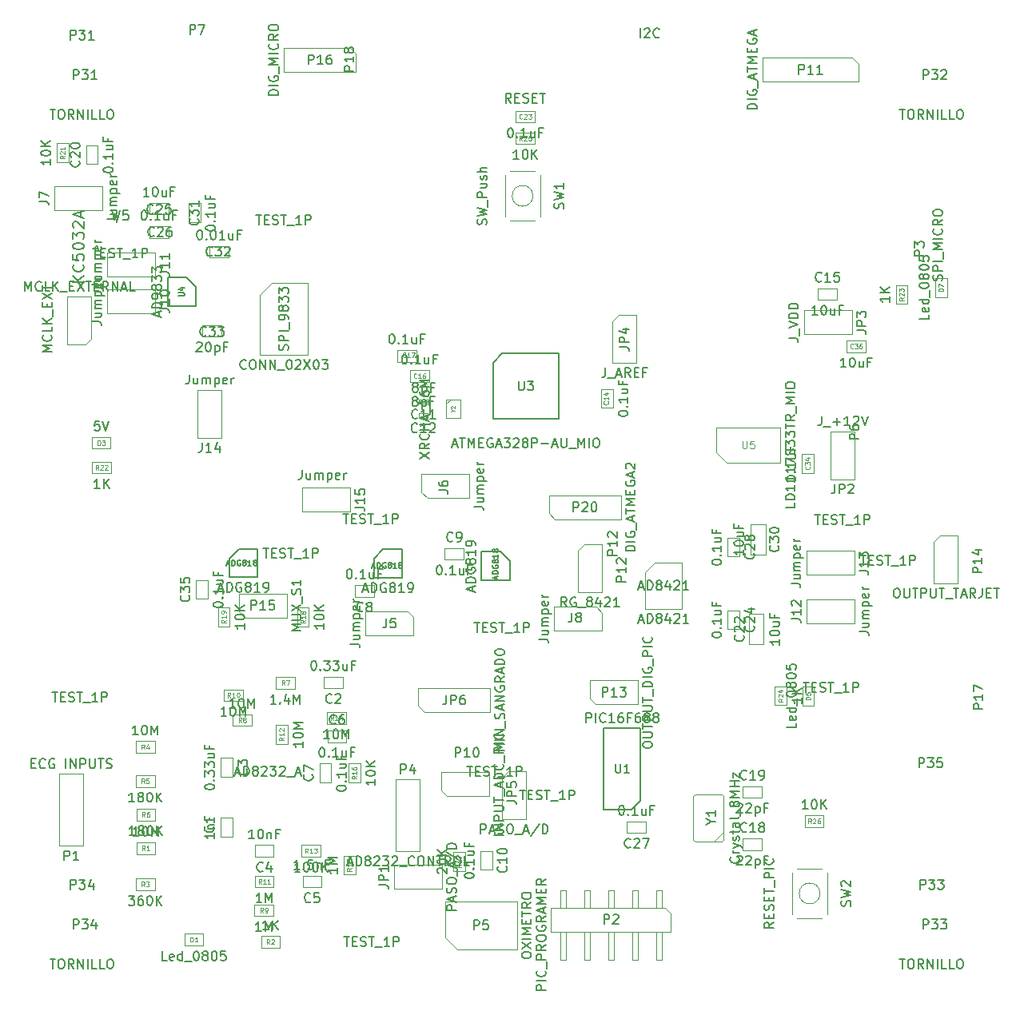
<source format=gbr>
G04 #@! TF.FileFunction,Other,Fab,Top*
%FSLAX46Y46*%
G04 Gerber Fmt 4.6, Leading zero omitted, Abs format (unit mm)*
G04 Created by KiCad (PCBNEW 4.0.2-stable) date 10/05/17 14:17:11*
%MOMM*%
G01*
G04 APERTURE LIST*
%ADD10C,0.100000*%
%ADD11C,0.150000*%
%ADD12C,0.075000*%
%ADD13C,0.135000*%
%ADD14C,0.120000*%
G04 APERTURE END LIST*
D10*
X93880000Y-121700000D02*
X95120000Y-121700000D01*
X93880000Y-123700000D02*
X93880000Y-121700000D01*
X95120000Y-123700000D02*
X93880000Y-123700000D01*
X95120000Y-121700000D02*
X95120000Y-123700000D01*
X106800000Y-106730000D02*
X106800000Y-107970000D01*
X104800000Y-106730000D02*
X106800000Y-106730000D01*
X104800000Y-107970000D02*
X104800000Y-106730000D01*
X106800000Y-107970000D02*
X104800000Y-107970000D01*
X93880000Y-115350000D02*
X95120000Y-115350000D01*
X93880000Y-117350000D02*
X93880000Y-115350000D01*
X95120000Y-117350000D02*
X93880000Y-117350000D01*
X95120000Y-115350000D02*
X95120000Y-117350000D01*
X99500000Y-124580000D02*
X99500000Y-125820000D01*
X97500000Y-124580000D02*
X99500000Y-124580000D01*
X97500000Y-125820000D02*
X97500000Y-124580000D01*
X99500000Y-125820000D02*
X97500000Y-125820000D01*
X104550000Y-127830000D02*
X104550000Y-129070000D01*
X102550000Y-127830000D02*
X104550000Y-127830000D01*
X102550000Y-129070000D02*
X102550000Y-127830000D01*
X104550000Y-129070000D02*
X102550000Y-129070000D01*
X105200000Y-113670000D02*
X105200000Y-112430000D01*
X107200000Y-113670000D02*
X105200000Y-113670000D01*
X107200000Y-112430000D02*
X107200000Y-113670000D01*
X105200000Y-112430000D02*
X107200000Y-112430000D01*
X105570000Y-117950000D02*
X104330000Y-117950000D01*
X105570000Y-115950000D02*
X105570000Y-117950000D01*
X104330000Y-115950000D02*
X105570000Y-115950000D01*
X104330000Y-117950000D02*
X104330000Y-115950000D01*
X110100000Y-97030000D02*
X110100000Y-98270000D01*
X108100000Y-97030000D02*
X110100000Y-97030000D01*
X108100000Y-98270000D02*
X108100000Y-97030000D01*
X110100000Y-98270000D02*
X108100000Y-98270000D01*
X121380000Y-125200000D02*
X122620000Y-125200000D01*
X121380000Y-127200000D02*
X121380000Y-125200000D01*
X122620000Y-127200000D02*
X121380000Y-127200000D01*
X122620000Y-125200000D02*
X122620000Y-127200000D01*
X135420000Y-78250000D02*
X134180000Y-78250000D01*
X135420000Y-76250000D02*
X135420000Y-78250000D01*
X134180000Y-76250000D02*
X135420000Y-76250000D01*
X134180000Y-78250000D02*
X134180000Y-76250000D01*
X157150000Y-66820000D02*
X157150000Y-65580000D01*
X159150000Y-66820000D02*
X157150000Y-66820000D01*
X159150000Y-65580000D02*
X159150000Y-66820000D01*
X157150000Y-65580000D02*
X159150000Y-65580000D01*
X115950000Y-74280000D02*
X115950000Y-75520000D01*
X113950000Y-74280000D02*
X115950000Y-74280000D01*
X113950000Y-75520000D02*
X113950000Y-74280000D01*
X115950000Y-75520000D02*
X113950000Y-75520000D01*
X114600000Y-72130000D02*
X114600000Y-73370000D01*
X112600000Y-72130000D02*
X114600000Y-72130000D01*
X112600000Y-73370000D02*
X112600000Y-72130000D01*
X114600000Y-73370000D02*
X112600000Y-73370000D01*
X149200000Y-125120000D02*
X149200000Y-123880000D01*
X151200000Y-125120000D02*
X149200000Y-125120000D01*
X151200000Y-123880000D02*
X151200000Y-125120000D01*
X149200000Y-123880000D02*
X151200000Y-123880000D01*
X149200000Y-119570000D02*
X149200000Y-118330000D01*
X151200000Y-119570000D02*
X149200000Y-119570000D01*
X151200000Y-118330000D02*
X151200000Y-119570000D01*
X149200000Y-118330000D02*
X151200000Y-118330000D01*
X80870000Y-52450000D02*
X79630000Y-52450000D01*
X80870000Y-50450000D02*
X80870000Y-52450000D01*
X79630000Y-50450000D02*
X80870000Y-50450000D01*
X79630000Y-52450000D02*
X79630000Y-50450000D01*
X151400000Y-103300000D02*
X149800000Y-103300000D01*
X151400000Y-100100000D02*
X151400000Y-103300000D01*
X149800000Y-100100000D02*
X151400000Y-100100000D01*
X149800000Y-103300000D02*
X149800000Y-100100000D01*
X125150000Y-48020000D02*
X125150000Y-46780000D01*
X127150000Y-48020000D02*
X125150000Y-48020000D01*
X127150000Y-46780000D02*
X127150000Y-48020000D01*
X125150000Y-46780000D02*
X127150000Y-46780000D01*
X147580000Y-99700000D02*
X148820000Y-99700000D01*
X147580000Y-101700000D02*
X147580000Y-99700000D01*
X148820000Y-101700000D02*
X147580000Y-101700000D01*
X148820000Y-99700000D02*
X148820000Y-101700000D01*
X88350000Y-56530000D02*
X88350000Y-57770000D01*
X86350000Y-56530000D02*
X88350000Y-56530000D01*
X86350000Y-57770000D02*
X86350000Y-56530000D01*
X88350000Y-57770000D02*
X86350000Y-57770000D01*
X88350000Y-59030000D02*
X88350000Y-60270000D01*
X86350000Y-59030000D02*
X88350000Y-59030000D01*
X86350000Y-60270000D02*
X86350000Y-59030000D01*
X88350000Y-60270000D02*
X86350000Y-60270000D01*
X138922000Y-122062000D02*
X138922000Y-123302000D01*
X136922000Y-122062000D02*
X138922000Y-122062000D01*
X136922000Y-123302000D02*
X136922000Y-122062000D01*
X138922000Y-123302000D02*
X136922000Y-123302000D01*
X147580000Y-92000000D02*
X148820000Y-92000000D01*
X147580000Y-94000000D02*
X147580000Y-92000000D01*
X148820000Y-94000000D02*
X147580000Y-94000000D01*
X148820000Y-92000000D02*
X148820000Y-94000000D01*
X150000000Y-90600000D02*
X151600000Y-90600000D01*
X150000000Y-93800000D02*
X150000000Y-90600000D01*
X151600000Y-93800000D02*
X150000000Y-93800000D01*
X151600000Y-90600000D02*
X151600000Y-93800000D01*
X91720000Y-58600000D02*
X90480000Y-58600000D01*
X91720000Y-56600000D02*
X91720000Y-58600000D01*
X90480000Y-56600000D02*
X91720000Y-56600000D01*
X90480000Y-58600000D02*
X90480000Y-56600000D01*
X94726000Y-61102000D02*
X94726000Y-62342000D01*
X92726000Y-61102000D02*
X94726000Y-61102000D01*
X92726000Y-62342000D02*
X92726000Y-61102000D01*
X94726000Y-62342000D02*
X92726000Y-62342000D01*
X91964000Y-70724000D02*
X91964000Y-69484000D01*
X93964000Y-70724000D02*
X91964000Y-70724000D01*
X93964000Y-69484000D02*
X93964000Y-70724000D01*
X91964000Y-69484000D02*
X93964000Y-69484000D01*
X155450000Y-83160000D02*
X156690000Y-83160000D01*
X155450000Y-85160000D02*
X155450000Y-83160000D01*
X156690000Y-85160000D02*
X155450000Y-85160000D01*
X156690000Y-83160000D02*
X156690000Y-85160000D01*
X92520000Y-98500000D02*
X91280000Y-98500000D01*
X92520000Y-96500000D02*
X92520000Y-98500000D01*
X91280000Y-96500000D02*
X92520000Y-96500000D01*
X91280000Y-98500000D02*
X91280000Y-96500000D01*
X160180000Y-72370000D02*
X160180000Y-71130000D01*
X162180000Y-72370000D02*
X160180000Y-72370000D01*
X162180000Y-71130000D02*
X162180000Y-72370000D01*
X160180000Y-71130000D02*
X162180000Y-71130000D01*
X82224000Y-81348000D02*
X82224000Y-82588000D01*
X80224000Y-81348000D02*
X82224000Y-81348000D01*
X80224000Y-82588000D02*
X80224000Y-81348000D01*
X82224000Y-82588000D02*
X80224000Y-82588000D01*
X155480000Y-107800000D02*
X156720000Y-107800000D01*
X155480000Y-109800000D02*
X155480000Y-107800000D01*
X156720000Y-109800000D02*
X155480000Y-109800000D01*
X156720000Y-107800000D02*
X156720000Y-109800000D01*
X169560000Y-64532000D02*
X170800000Y-64532000D01*
X169560000Y-66532000D02*
X169560000Y-64532000D01*
X170800000Y-66532000D02*
X169560000Y-66532000D01*
X170800000Y-64532000D02*
X170800000Y-66532000D01*
X112230000Y-129220000D02*
X117310000Y-129220000D01*
X117310000Y-129220000D02*
X117310000Y-126680000D01*
X117310000Y-126680000D02*
X112230000Y-126680000D01*
X112230000Y-126680000D02*
X112230000Y-129220000D01*
X112430000Y-117630000D02*
X112430000Y-125250000D01*
X112430000Y-125250000D02*
X114970000Y-125250000D01*
X114970000Y-125250000D02*
X114970000Y-117630000D01*
X114970000Y-117630000D02*
X112430000Y-117630000D01*
X86950000Y-124280000D02*
X86950000Y-125520000D01*
X84950000Y-124280000D02*
X86950000Y-124280000D01*
X84950000Y-125520000D02*
X84950000Y-124280000D01*
X86950000Y-125520000D02*
X84950000Y-125520000D01*
X100150000Y-134230000D02*
X100150000Y-135470000D01*
X98150000Y-134230000D02*
X100150000Y-134230000D01*
X98150000Y-135470000D02*
X98150000Y-134230000D01*
X100150000Y-135470000D02*
X98150000Y-135470000D01*
X84900000Y-129370000D02*
X84900000Y-128130000D01*
X86900000Y-129370000D02*
X84900000Y-129370000D01*
X86900000Y-128130000D02*
X86900000Y-129370000D01*
X84900000Y-128130000D02*
X86900000Y-128130000D01*
X86900000Y-113580000D02*
X86900000Y-114820000D01*
X84900000Y-113580000D02*
X86900000Y-113580000D01*
X84900000Y-114820000D02*
X84900000Y-113580000D01*
X86900000Y-114820000D02*
X84900000Y-114820000D01*
X84900000Y-118420000D02*
X84900000Y-117180000D01*
X86900000Y-118420000D02*
X84900000Y-118420000D01*
X86900000Y-117180000D02*
X86900000Y-118420000D01*
X84900000Y-117180000D02*
X86900000Y-117180000D01*
X84950000Y-121970000D02*
X84950000Y-120730000D01*
X86950000Y-121970000D02*
X84950000Y-121970000D01*
X86950000Y-120730000D02*
X86950000Y-121970000D01*
X84950000Y-120730000D02*
X86950000Y-120730000D01*
X99750000Y-108020000D02*
X99750000Y-106780000D01*
X101750000Y-108020000D02*
X99750000Y-108020000D01*
X101750000Y-106780000D02*
X101750000Y-108020000D01*
X99750000Y-106780000D02*
X101750000Y-106780000D01*
X97150000Y-110730000D02*
X97150000Y-111970000D01*
X95150000Y-110730000D02*
X97150000Y-110730000D01*
X95150000Y-111970000D02*
X95150000Y-110730000D01*
X97150000Y-111970000D02*
X95150000Y-111970000D01*
X97450000Y-132120000D02*
X97450000Y-130880000D01*
X99450000Y-132120000D02*
X97450000Y-132120000D01*
X99450000Y-130880000D02*
X99450000Y-132120000D01*
X97450000Y-130880000D02*
X99450000Y-130880000D01*
X94250000Y-109320000D02*
X94250000Y-108080000D01*
X96250000Y-109320000D02*
X94250000Y-109320000D01*
X96250000Y-108080000D02*
X96250000Y-109320000D01*
X94250000Y-108080000D02*
X96250000Y-108080000D01*
X97500000Y-129070000D02*
X97500000Y-127830000D01*
X99500000Y-129070000D02*
X97500000Y-129070000D01*
X99500000Y-127830000D02*
X99500000Y-129070000D01*
X97500000Y-127830000D02*
X99500000Y-127830000D01*
X100970000Y-113850000D02*
X99730000Y-113850000D01*
X100970000Y-111850000D02*
X100970000Y-113850000D01*
X99730000Y-111850000D02*
X100970000Y-111850000D01*
X99730000Y-113850000D02*
X99730000Y-111850000D01*
X102450000Y-125820000D02*
X102450000Y-124580000D01*
X104450000Y-125820000D02*
X102450000Y-125820000D01*
X104450000Y-124580000D02*
X104450000Y-125820000D01*
X102450000Y-124580000D02*
X104450000Y-124580000D01*
X105150000Y-111720000D02*
X105150000Y-110480000D01*
X107150000Y-111720000D02*
X105150000Y-111720000D01*
X107150000Y-110480000D02*
X107150000Y-111720000D01*
X105150000Y-110480000D02*
X107150000Y-110480000D01*
X106930000Y-125700000D02*
X108170000Y-125700000D01*
X106930000Y-127700000D02*
X106930000Y-125700000D01*
X108170000Y-127700000D02*
X106930000Y-127700000D01*
X108170000Y-125700000D02*
X108170000Y-127700000D01*
X108670000Y-117950000D02*
X107430000Y-117950000D01*
X108670000Y-115950000D02*
X108670000Y-117950000D01*
X107430000Y-115950000D02*
X108670000Y-115950000D01*
X107430000Y-117950000D02*
X107430000Y-115950000D01*
X118530000Y-125300000D02*
X119770000Y-125300000D01*
X118530000Y-127300000D02*
X118530000Y-125300000D01*
X119770000Y-127300000D02*
X118530000Y-127300000D01*
X119770000Y-125300000D02*
X119770000Y-127300000D01*
X103220000Y-101400000D02*
X101980000Y-101400000D01*
X103220000Y-99400000D02*
X103220000Y-101400000D01*
X101980000Y-99400000D02*
X103220000Y-99400000D01*
X101980000Y-101400000D02*
X101980000Y-99400000D01*
X94820000Y-101400000D02*
X93580000Y-101400000D01*
X94820000Y-99400000D02*
X94820000Y-101400000D01*
X93580000Y-99400000D02*
X94820000Y-99400000D01*
X93580000Y-101400000D02*
X93580000Y-99400000D01*
X76530000Y-50250000D02*
X77770000Y-50250000D01*
X76530000Y-52250000D02*
X76530000Y-50250000D01*
X77770000Y-52250000D02*
X76530000Y-52250000D01*
X77770000Y-50250000D02*
X77770000Y-52250000D01*
X80280000Y-85202000D02*
X80280000Y-83962000D01*
X82280000Y-85202000D02*
X80280000Y-85202000D01*
X82280000Y-83962000D02*
X82280000Y-85202000D01*
X80280000Y-83962000D02*
X82280000Y-83962000D01*
X165380000Y-65250000D02*
X166620000Y-65250000D01*
X165380000Y-67250000D02*
X165380000Y-65250000D01*
X166620000Y-67250000D02*
X165380000Y-67250000D01*
X166620000Y-65250000D02*
X166620000Y-67250000D01*
X153820000Y-109750000D02*
X152580000Y-109750000D01*
X153820000Y-107750000D02*
X153820000Y-109750000D01*
X152580000Y-107750000D02*
X153820000Y-107750000D01*
X152580000Y-109750000D02*
X152580000Y-107750000D01*
X125150000Y-50320000D02*
X125150000Y-49080000D01*
X127150000Y-50320000D02*
X125150000Y-50320000D01*
X127150000Y-49080000D02*
X127150000Y-50320000D01*
X125150000Y-49080000D02*
X127150000Y-49080000D01*
X157750000Y-121430000D02*
X157750000Y-122670000D01*
X155750000Y-121430000D02*
X157750000Y-121430000D01*
X155750000Y-122670000D02*
X155750000Y-121430000D01*
X157750000Y-122670000D02*
X155750000Y-122670000D01*
X127700000Y-53600000D02*
X127700000Y-58000000D01*
X127150000Y-58400000D02*
X124550000Y-58400000D01*
X124000000Y-58000000D02*
X124000000Y-53600000D01*
X124550000Y-53200000D02*
X127150000Y-53200000D01*
X126950000Y-55800000D02*
G75*
G03X126950000Y-55800000I-1100000J0D01*
G01*
X158100000Y-127500000D02*
X158100000Y-131900000D01*
X157550000Y-132300000D02*
X154950000Y-132300000D01*
X154400000Y-131900000D02*
X154400000Y-127500000D01*
X154950000Y-127100000D02*
X157550000Y-127100000D01*
X157350000Y-129700000D02*
G75*
G03X157350000Y-129700000I-1100000J0D01*
G01*
D11*
X91250000Y-65450000D02*
X91250000Y-67450000D01*
X91250000Y-67450000D02*
X88250000Y-67450000D01*
X88250000Y-67450000D02*
X88250000Y-64450000D01*
X88250000Y-64450000D02*
X90250000Y-64450000D01*
X90250000Y-64450000D02*
X91250000Y-65450000D01*
D10*
X143950000Y-124000000D02*
X143950000Y-119400000D01*
X143950000Y-119400000D02*
X144150000Y-119200000D01*
X144150000Y-119200000D02*
X146950000Y-119200000D01*
X146950000Y-119200000D02*
X147150000Y-119400000D01*
X147150000Y-119400000D02*
X147150000Y-124000000D01*
X147150000Y-124000000D02*
X146950000Y-124200000D01*
X146950000Y-124200000D02*
X144150000Y-124200000D01*
X144150000Y-124200000D02*
X143950000Y-124000000D01*
X146150000Y-124200000D02*
X147150000Y-123200000D01*
X119250000Y-77350000D02*
X117750000Y-77350000D01*
X117750000Y-77350000D02*
X117750000Y-79350000D01*
X117750000Y-79350000D02*
X119250000Y-79350000D01*
X119250000Y-79350000D02*
X119250000Y-77350000D01*
X118250000Y-77350000D02*
X117750000Y-77850000D01*
X76280000Y-57320000D02*
X81360000Y-57320000D01*
X81360000Y-57320000D02*
X81360000Y-54780000D01*
X81360000Y-54780000D02*
X76280000Y-54780000D01*
X76280000Y-54780000D02*
X76280000Y-57320000D01*
X86920000Y-65680000D02*
X81840000Y-65680000D01*
X81840000Y-65680000D02*
X81840000Y-68220000D01*
X81840000Y-68220000D02*
X86920000Y-68220000D01*
X86920000Y-68220000D02*
X86920000Y-65680000D01*
X86920000Y-61780000D02*
X81840000Y-61780000D01*
X81840000Y-61780000D02*
X81840000Y-64320000D01*
X81840000Y-64320000D02*
X86920000Y-64320000D01*
X86920000Y-64320000D02*
X86920000Y-61780000D01*
X155930000Y-101070000D02*
X161010000Y-101070000D01*
X161010000Y-101070000D02*
X161010000Y-98530000D01*
X161010000Y-98530000D02*
X155930000Y-98530000D01*
X155930000Y-98530000D02*
X155930000Y-101070000D01*
X160970000Y-93430000D02*
X155890000Y-93430000D01*
X155890000Y-93430000D02*
X155890000Y-95970000D01*
X155890000Y-95970000D02*
X160970000Y-95970000D01*
X160970000Y-95970000D02*
X160970000Y-93430000D01*
X93970000Y-81420000D02*
X93970000Y-76340000D01*
X93970000Y-76340000D02*
X91430000Y-76340000D01*
X91430000Y-76340000D02*
X91430000Y-81420000D01*
X91430000Y-81420000D02*
X93970000Y-81420000D01*
X107620000Y-86730000D02*
X102540000Y-86730000D01*
X102540000Y-86730000D02*
X102540000Y-89270000D01*
X102540000Y-89270000D02*
X107620000Y-89270000D01*
X107620000Y-89270000D02*
X107620000Y-86730000D01*
X161020000Y-85820000D02*
X161020000Y-80740000D01*
X161020000Y-80740000D02*
X158480000Y-80740000D01*
X158480000Y-80740000D02*
X158480000Y-85820000D01*
X158480000Y-85820000D02*
X161020000Y-85820000D01*
X160720000Y-67930000D02*
X155640000Y-67930000D01*
X155640000Y-67930000D02*
X155640000Y-70470000D01*
X155640000Y-70470000D02*
X160720000Y-70470000D01*
X160720000Y-70470000D02*
X160720000Y-67930000D01*
X90050000Y-135220000D02*
X90050000Y-133980000D01*
X92050000Y-135220000D02*
X90050000Y-135220000D01*
X92050000Y-133980000D02*
X92050000Y-135220000D01*
X90050000Y-133980000D02*
X92050000Y-133980000D01*
X114300000Y-100457000D02*
X114300000Y-102362000D01*
X114300000Y-102362000D02*
X109220000Y-102362000D01*
X109220000Y-102362000D02*
X109220000Y-99822000D01*
X109220000Y-99822000D02*
X113665000Y-99822000D01*
X113665000Y-99822000D02*
X114300000Y-100457000D01*
X136015000Y-68430000D02*
X137920000Y-68430000D01*
X137920000Y-68430000D02*
X137920000Y-73510000D01*
X137920000Y-73510000D02*
X135380000Y-73510000D01*
X135380000Y-73510000D02*
X135380000Y-69065000D01*
X135380000Y-69065000D02*
X136015000Y-68430000D01*
X124315000Y-116780000D02*
X126220000Y-116780000D01*
X126220000Y-116780000D02*
X126220000Y-121860000D01*
X126220000Y-121860000D02*
X123680000Y-121860000D01*
X123680000Y-121860000D02*
X123680000Y-117415000D01*
X123680000Y-117415000D02*
X124315000Y-116780000D01*
X79320000Y-124670000D02*
X79320000Y-117050000D01*
X79320000Y-117050000D02*
X76780000Y-117050000D01*
X76780000Y-117050000D02*
X76780000Y-124670000D01*
X76780000Y-124670000D02*
X79320000Y-124670000D01*
X117630000Y-134350000D02*
X117630000Y-130540000D01*
X117630000Y-130540000D02*
X125250000Y-130540000D01*
X125250000Y-130540000D02*
X125250000Y-135620000D01*
X125250000Y-135620000D02*
X118900000Y-135620000D01*
X118900000Y-135620000D02*
X117630000Y-134350000D01*
X117230000Y-118785000D02*
X117230000Y-116880000D01*
X117230000Y-116880000D02*
X122310000Y-116880000D01*
X122310000Y-116880000D02*
X122310000Y-119420000D01*
X122310000Y-119420000D02*
X117865000Y-119420000D01*
X117865000Y-119420000D02*
X117230000Y-118785000D01*
X132365000Y-92730000D02*
X134270000Y-92730000D01*
X134270000Y-92730000D02*
X134270000Y-97810000D01*
X134270000Y-97810000D02*
X131730000Y-97810000D01*
X131730000Y-97810000D02*
X131730000Y-93365000D01*
X131730000Y-93365000D02*
X132365000Y-92730000D01*
X170065000Y-91780000D02*
X171970000Y-91780000D01*
X171970000Y-91780000D02*
X171970000Y-96860000D01*
X171970000Y-96860000D02*
X169430000Y-96860000D01*
X169430000Y-96860000D02*
X169430000Y-92415000D01*
X169430000Y-92415000D02*
X170065000Y-91780000D01*
D11*
X137350000Y-120850000D02*
X134450000Y-120850000D01*
X134450000Y-120850000D02*
X134450000Y-112150000D01*
X134450000Y-112150000D02*
X138350000Y-112150000D01*
X138350000Y-112150000D02*
X138350000Y-119850000D01*
X138350000Y-119850000D02*
X137350000Y-120850000D01*
X123700000Y-72450000D02*
X129700000Y-72450000D01*
X129700000Y-72450000D02*
X129700000Y-79450000D01*
X129700000Y-79450000D02*
X122700000Y-79450000D01*
X122700000Y-79450000D02*
X122700000Y-73450000D01*
X122700000Y-73450000D02*
X123700000Y-72450000D01*
X111100000Y-93250000D02*
X113100000Y-93250000D01*
X113100000Y-93250000D02*
X113100000Y-96250000D01*
X113100000Y-96250000D02*
X110100000Y-96250000D01*
X110100000Y-96250000D02*
X110100000Y-94250000D01*
X110100000Y-94250000D02*
X111100000Y-93250000D01*
X95800000Y-93200000D02*
X97800000Y-93200000D01*
X97800000Y-93200000D02*
X97800000Y-96200000D01*
X97800000Y-96200000D02*
X94800000Y-96200000D01*
X94800000Y-96200000D02*
X94800000Y-94200000D01*
X94800000Y-94200000D02*
X95800000Y-93200000D01*
D10*
X139850000Y-94650000D02*
X142750000Y-94650000D01*
X142750000Y-94650000D02*
X142750000Y-99550000D01*
X142750000Y-99550000D02*
X138850000Y-99550000D01*
X138850000Y-99550000D02*
X138850000Y-95650000D01*
X138850000Y-95650000D02*
X139850000Y-94650000D01*
X141570000Y-131835000D02*
X141570000Y-133740000D01*
X141570000Y-133740000D02*
X128870000Y-133740000D01*
X128870000Y-133740000D02*
X128870000Y-131200000D01*
X128870000Y-131200000D02*
X140935000Y-131200000D01*
X140935000Y-131200000D02*
X141570000Y-131835000D01*
X140620000Y-129380000D02*
X140620000Y-131200000D01*
X140620000Y-129380000D02*
X139980000Y-129380000D01*
X139980000Y-129380000D02*
X139980000Y-131200000D01*
X140620000Y-133740000D02*
X140620000Y-136700000D01*
X140620000Y-136700000D02*
X139980000Y-136700000D01*
X139980000Y-133740000D02*
X139980000Y-136700000D01*
X138080000Y-129380000D02*
X138080000Y-131200000D01*
X138080000Y-129380000D02*
X137440000Y-129380000D01*
X137440000Y-129380000D02*
X137440000Y-131200000D01*
X138080000Y-133740000D02*
X138080000Y-136700000D01*
X138080000Y-136700000D02*
X137440000Y-136700000D01*
X137440000Y-133740000D02*
X137440000Y-136700000D01*
X135540000Y-129380000D02*
X135540000Y-131200000D01*
X135540000Y-129380000D02*
X134900000Y-129380000D01*
X134900000Y-129380000D02*
X134900000Y-131200000D01*
X135540000Y-133740000D02*
X135540000Y-136700000D01*
X135540000Y-136700000D02*
X134900000Y-136700000D01*
X134900000Y-133740000D02*
X134900000Y-136700000D01*
X133000000Y-129380000D02*
X133000000Y-131200000D01*
X133000000Y-129380000D02*
X132360000Y-129380000D01*
X132360000Y-129380000D02*
X132360000Y-131200000D01*
X133000000Y-133740000D02*
X133000000Y-136700000D01*
X133000000Y-136700000D02*
X132360000Y-136700000D01*
X132360000Y-133740000D02*
X132360000Y-136700000D01*
X130460000Y-129380000D02*
X130460000Y-131200000D01*
X130460000Y-129380000D02*
X129820000Y-129380000D01*
X129820000Y-129380000D02*
X129820000Y-131200000D01*
X130460000Y-133740000D02*
X130460000Y-136700000D01*
X130460000Y-136700000D02*
X129820000Y-136700000D01*
X129820000Y-133740000D02*
X129820000Y-136700000D01*
X79535000Y-71570000D02*
X77630000Y-71570000D01*
X77630000Y-71570000D02*
X77630000Y-66490000D01*
X77630000Y-66490000D02*
X80170000Y-66490000D01*
X80170000Y-66490000D02*
X80170000Y-70935000D01*
X80170000Y-70935000D02*
X79535000Y-71570000D01*
X117618000Y-94346000D02*
X117618000Y-93106000D01*
X119618000Y-94346000D02*
X117618000Y-94346000D01*
X119618000Y-93106000D02*
X119618000Y-94346000D01*
X117618000Y-93106000D02*
X119618000Y-93106000D01*
X115130000Y-87185000D02*
X115130000Y-85280000D01*
X115130000Y-85280000D02*
X120210000Y-85280000D01*
X120210000Y-85280000D02*
X120210000Y-87820000D01*
X120210000Y-87820000D02*
X115765000Y-87820000D01*
X115765000Y-87820000D02*
X115130000Y-87185000D01*
X134270000Y-99965000D02*
X134270000Y-101870000D01*
X134270000Y-101870000D02*
X129190000Y-101870000D01*
X129190000Y-101870000D02*
X129190000Y-99330000D01*
X129190000Y-99330000D02*
X133635000Y-99330000D01*
X133635000Y-99330000D02*
X134270000Y-99965000D01*
X114808000Y-109855000D02*
X114808000Y-107950000D01*
X114808000Y-107950000D02*
X122428000Y-107950000D01*
X122428000Y-107950000D02*
X122428000Y-110490000D01*
X122428000Y-110490000D02*
X115443000Y-110490000D01*
X115443000Y-110490000D02*
X114808000Y-109855000D01*
X132980000Y-109035000D02*
X132980000Y-107130000D01*
X132980000Y-107130000D02*
X138060000Y-107130000D01*
X138060000Y-107130000D02*
X138060000Y-109670000D01*
X138060000Y-109670000D02*
X133615000Y-109670000D01*
X133615000Y-109670000D02*
X132980000Y-109035000D01*
X95780000Y-99835000D02*
X95780000Y-97930000D01*
X95780000Y-97930000D02*
X100860000Y-97930000D01*
X100860000Y-97930000D02*
X100860000Y-100470000D01*
X100860000Y-100470000D02*
X96415000Y-100470000D01*
X96415000Y-100470000D02*
X95780000Y-99835000D01*
D11*
X124500000Y-94500000D02*
X124500000Y-96500000D01*
X124500000Y-96500000D02*
X121500000Y-96500000D01*
X121500000Y-96500000D02*
X121500000Y-93500000D01*
X121500000Y-93500000D02*
X123500000Y-93500000D01*
X123500000Y-93500000D02*
X124500000Y-94500000D01*
D10*
X161420000Y-41815000D02*
X161420000Y-43720000D01*
X161420000Y-43720000D02*
X151260000Y-43720000D01*
X151260000Y-43720000D02*
X151260000Y-41180000D01*
X151260000Y-41180000D02*
X160785000Y-41180000D01*
X160785000Y-41180000D02*
X161420000Y-41815000D01*
X108204000Y-40767000D02*
X108204000Y-42672000D01*
X108204000Y-42672000D02*
X100584000Y-42672000D01*
X100584000Y-42672000D02*
X100584000Y-40132000D01*
X100584000Y-40132000D02*
X107569000Y-40132000D01*
X107569000Y-40132000D02*
X108204000Y-40767000D01*
X128630000Y-89435000D02*
X128630000Y-87530000D01*
X128630000Y-87530000D02*
X136250000Y-87530000D01*
X136250000Y-87530000D02*
X136250000Y-90070000D01*
X136250000Y-90070000D02*
X129265000Y-90070000D01*
X129265000Y-90070000D02*
X128630000Y-89435000D01*
X99314000Y-65024000D02*
X103124000Y-65024000D01*
X103124000Y-65024000D02*
X103124000Y-72644000D01*
X103124000Y-72644000D02*
X98044000Y-72644000D01*
X98044000Y-72644000D02*
X98044000Y-66294000D01*
X98044000Y-66294000D02*
X99314000Y-65024000D01*
X147450000Y-84050000D02*
X146400000Y-83000000D01*
X147450000Y-84050000D02*
X153100000Y-84050000D01*
X146400000Y-83000000D02*
X146400000Y-80350000D01*
X153100000Y-84050000D02*
X153100000Y-80350000D01*
X146400000Y-80350000D02*
X153100000Y-80350000D01*
X115870000Y-77350000D02*
X115870000Y-77850000D01*
X114870000Y-77350000D02*
X115870000Y-77350000D01*
X114870000Y-77850000D02*
X114870000Y-77350000D01*
X115870000Y-77850000D02*
X114870000Y-77850000D01*
X115840000Y-78830000D02*
X115840000Y-79330000D01*
X114840000Y-78830000D02*
X115840000Y-78830000D01*
X114840000Y-79330000D02*
X114840000Y-78830000D01*
X115840000Y-79330000D02*
X114840000Y-79330000D01*
D11*
X93202381Y-123295238D02*
X93202381Y-123866667D01*
X93202381Y-123580953D02*
X92202381Y-123580953D01*
X92345238Y-123676191D01*
X92440476Y-123771429D01*
X92488095Y-123866667D01*
X92535714Y-122866667D02*
X93202381Y-122866667D01*
X92630952Y-122866667D02*
X92583333Y-122819048D01*
X92535714Y-122723810D01*
X92535714Y-122580952D01*
X92583333Y-122485714D01*
X92678571Y-122438095D01*
X93202381Y-122438095D01*
X92678571Y-121628571D02*
X92678571Y-121961905D01*
X93202381Y-121961905D02*
X92202381Y-121961905D01*
X92202381Y-121485714D01*
X93067143Y-122594666D02*
X93114762Y-122642285D01*
X93162381Y-122785142D01*
X93162381Y-122880380D01*
X93114762Y-123023238D01*
X93019524Y-123118476D01*
X92924286Y-123166095D01*
X92733810Y-123213714D01*
X92590952Y-123213714D01*
X92400476Y-123166095D01*
X92305238Y-123118476D01*
X92210000Y-123023238D01*
X92162381Y-122880380D01*
X92162381Y-122785142D01*
X92210000Y-122642285D01*
X92257619Y-122594666D01*
X93162381Y-121642285D02*
X93162381Y-122213714D01*
X93162381Y-121928000D02*
X92162381Y-121928000D01*
X92305238Y-122023238D01*
X92400476Y-122118476D01*
X92448095Y-122213714D01*
X103680952Y-105052381D02*
X103776191Y-105052381D01*
X103871429Y-105100000D01*
X103919048Y-105147619D01*
X103966667Y-105242857D01*
X104014286Y-105433333D01*
X104014286Y-105671429D01*
X103966667Y-105861905D01*
X103919048Y-105957143D01*
X103871429Y-106004762D01*
X103776191Y-106052381D01*
X103680952Y-106052381D01*
X103585714Y-106004762D01*
X103538095Y-105957143D01*
X103490476Y-105861905D01*
X103442857Y-105671429D01*
X103442857Y-105433333D01*
X103490476Y-105242857D01*
X103538095Y-105147619D01*
X103585714Y-105100000D01*
X103680952Y-105052381D01*
X104442857Y-105957143D02*
X104490476Y-106004762D01*
X104442857Y-106052381D01*
X104395238Y-106004762D01*
X104442857Y-105957143D01*
X104442857Y-106052381D01*
X104823809Y-105052381D02*
X105442857Y-105052381D01*
X105109523Y-105433333D01*
X105252381Y-105433333D01*
X105347619Y-105480952D01*
X105395238Y-105528571D01*
X105442857Y-105623810D01*
X105442857Y-105861905D01*
X105395238Y-105957143D01*
X105347619Y-106004762D01*
X105252381Y-106052381D01*
X104966666Y-106052381D01*
X104871428Y-106004762D01*
X104823809Y-105957143D01*
X105776190Y-105052381D02*
X106395238Y-105052381D01*
X106061904Y-105433333D01*
X106204762Y-105433333D01*
X106300000Y-105480952D01*
X106347619Y-105528571D01*
X106395238Y-105623810D01*
X106395238Y-105861905D01*
X106347619Y-105957143D01*
X106300000Y-106004762D01*
X106204762Y-106052381D01*
X105919047Y-106052381D01*
X105823809Y-106004762D01*
X105776190Y-105957143D01*
X107252381Y-105385714D02*
X107252381Y-106052381D01*
X106823809Y-105385714D02*
X106823809Y-105909524D01*
X106871428Y-106004762D01*
X106966666Y-106052381D01*
X107109524Y-106052381D01*
X107204762Y-106004762D01*
X107252381Y-105957143D01*
X108061905Y-105528571D02*
X107728571Y-105528571D01*
X107728571Y-106052381D02*
X107728571Y-105052381D01*
X108204762Y-105052381D01*
X105633334Y-109457143D02*
X105585715Y-109504762D01*
X105442858Y-109552381D01*
X105347620Y-109552381D01*
X105204762Y-109504762D01*
X105109524Y-109409524D01*
X105061905Y-109314286D01*
X105014286Y-109123810D01*
X105014286Y-108980952D01*
X105061905Y-108790476D01*
X105109524Y-108695238D01*
X105204762Y-108600000D01*
X105347620Y-108552381D01*
X105442858Y-108552381D01*
X105585715Y-108600000D01*
X105633334Y-108647619D01*
X106014286Y-108647619D02*
X106061905Y-108600000D01*
X106157143Y-108552381D01*
X106395239Y-108552381D01*
X106490477Y-108600000D01*
X106538096Y-108647619D01*
X106585715Y-108742857D01*
X106585715Y-108838095D01*
X106538096Y-108980952D01*
X105966667Y-109552381D01*
X106585715Y-109552381D01*
X92202381Y-118469048D02*
X92202381Y-118373809D01*
X92250000Y-118278571D01*
X92297619Y-118230952D01*
X92392857Y-118183333D01*
X92583333Y-118135714D01*
X92821429Y-118135714D01*
X93011905Y-118183333D01*
X93107143Y-118230952D01*
X93154762Y-118278571D01*
X93202381Y-118373809D01*
X93202381Y-118469048D01*
X93154762Y-118564286D01*
X93107143Y-118611905D01*
X93011905Y-118659524D01*
X92821429Y-118707143D01*
X92583333Y-118707143D01*
X92392857Y-118659524D01*
X92297619Y-118611905D01*
X92250000Y-118564286D01*
X92202381Y-118469048D01*
X93107143Y-117707143D02*
X93154762Y-117659524D01*
X93202381Y-117707143D01*
X93154762Y-117754762D01*
X93107143Y-117707143D01*
X93202381Y-117707143D01*
X92202381Y-117326191D02*
X92202381Y-116707143D01*
X92583333Y-117040477D01*
X92583333Y-116897619D01*
X92630952Y-116802381D01*
X92678571Y-116754762D01*
X92773810Y-116707143D01*
X93011905Y-116707143D01*
X93107143Y-116754762D01*
X93154762Y-116802381D01*
X93202381Y-116897619D01*
X93202381Y-117183334D01*
X93154762Y-117278572D01*
X93107143Y-117326191D01*
X92202381Y-116373810D02*
X92202381Y-115754762D01*
X92583333Y-116088096D01*
X92583333Y-115945238D01*
X92630952Y-115850000D01*
X92678571Y-115802381D01*
X92773810Y-115754762D01*
X93011905Y-115754762D01*
X93107143Y-115802381D01*
X93154762Y-115850000D01*
X93202381Y-115945238D01*
X93202381Y-116230953D01*
X93154762Y-116326191D01*
X93107143Y-116373810D01*
X92535714Y-114897619D02*
X93202381Y-114897619D01*
X92535714Y-115326191D02*
X93059524Y-115326191D01*
X93154762Y-115278572D01*
X93202381Y-115183334D01*
X93202381Y-115040476D01*
X93154762Y-114945238D01*
X93107143Y-114897619D01*
X92678571Y-114088095D02*
X92678571Y-114421429D01*
X93202381Y-114421429D02*
X92202381Y-114421429D01*
X92202381Y-113945238D01*
X96607143Y-116516666D02*
X96654762Y-116564285D01*
X96702381Y-116707142D01*
X96702381Y-116802380D01*
X96654762Y-116945238D01*
X96559524Y-117040476D01*
X96464286Y-117088095D01*
X96273810Y-117135714D01*
X96130952Y-117135714D01*
X95940476Y-117088095D01*
X95845238Y-117040476D01*
X95750000Y-116945238D01*
X95702381Y-116802380D01*
X95702381Y-116707142D01*
X95750000Y-116564285D01*
X95797619Y-116516666D01*
X95702381Y-116183333D02*
X95702381Y-115564285D01*
X96083333Y-115897619D01*
X96083333Y-115754761D01*
X96130952Y-115659523D01*
X96178571Y-115611904D01*
X96273810Y-115564285D01*
X96511905Y-115564285D01*
X96607143Y-115611904D01*
X96654762Y-115659523D01*
X96702381Y-115754761D01*
X96702381Y-116040476D01*
X96654762Y-116135714D01*
X96607143Y-116183333D01*
X97428572Y-123902381D02*
X96857143Y-123902381D01*
X97142857Y-123902381D02*
X97142857Y-122902381D01*
X97047619Y-123045238D01*
X96952381Y-123140476D01*
X96857143Y-123188095D01*
X98047619Y-122902381D02*
X98142858Y-122902381D01*
X98238096Y-122950000D01*
X98285715Y-122997619D01*
X98333334Y-123092857D01*
X98380953Y-123283333D01*
X98380953Y-123521429D01*
X98333334Y-123711905D01*
X98285715Y-123807143D01*
X98238096Y-123854762D01*
X98142858Y-123902381D01*
X98047619Y-123902381D01*
X97952381Y-123854762D01*
X97904762Y-123807143D01*
X97857143Y-123711905D01*
X97809524Y-123521429D01*
X97809524Y-123283333D01*
X97857143Y-123092857D01*
X97904762Y-122997619D01*
X97952381Y-122950000D01*
X98047619Y-122902381D01*
X98809524Y-123235714D02*
X98809524Y-123902381D01*
X98809524Y-123330952D02*
X98857143Y-123283333D01*
X98952381Y-123235714D01*
X99095239Y-123235714D01*
X99190477Y-123283333D01*
X99238096Y-123378571D01*
X99238096Y-123902381D01*
X100047620Y-123378571D02*
X99714286Y-123378571D01*
X99714286Y-123902381D02*
X99714286Y-122902381D01*
X100190477Y-122902381D01*
X98333334Y-127307143D02*
X98285715Y-127354762D01*
X98142858Y-127402381D01*
X98047620Y-127402381D01*
X97904762Y-127354762D01*
X97809524Y-127259524D01*
X97761905Y-127164286D01*
X97714286Y-126973810D01*
X97714286Y-126830952D01*
X97761905Y-126640476D01*
X97809524Y-126545238D01*
X97904762Y-126450000D01*
X98047620Y-126402381D01*
X98142858Y-126402381D01*
X98285715Y-126450000D01*
X98333334Y-126497619D01*
X99190477Y-126735714D02*
X99190477Y-127402381D01*
X98952381Y-126354762D02*
X98714286Y-127069048D01*
X99333334Y-127069048D01*
X102240477Y-127152381D02*
X101669048Y-127152381D01*
X101954762Y-127152381D02*
X101954762Y-126152381D01*
X101859524Y-126295238D01*
X101764286Y-126390476D01*
X101669048Y-126438095D01*
X102669048Y-127057143D02*
X102716667Y-127104762D01*
X102669048Y-127152381D01*
X102621429Y-127104762D01*
X102669048Y-127057143D01*
X102669048Y-127152381D01*
X103621429Y-126152381D02*
X103145238Y-126152381D01*
X103097619Y-126628571D01*
X103145238Y-126580952D01*
X103240476Y-126533333D01*
X103478572Y-126533333D01*
X103573810Y-126580952D01*
X103621429Y-126628571D01*
X103669048Y-126723810D01*
X103669048Y-126961905D01*
X103621429Y-127057143D01*
X103573810Y-127104762D01*
X103478572Y-127152381D01*
X103240476Y-127152381D01*
X103145238Y-127104762D01*
X103097619Y-127057143D01*
X104097619Y-126485714D02*
X104097619Y-127152381D01*
X104097619Y-126580952D02*
X104145238Y-126533333D01*
X104240476Y-126485714D01*
X104383334Y-126485714D01*
X104478572Y-126533333D01*
X104526191Y-126628571D01*
X104526191Y-127152381D01*
X105335715Y-126628571D02*
X105002381Y-126628571D01*
X105002381Y-127152381D02*
X105002381Y-126152381D01*
X105478572Y-126152381D01*
X103383334Y-130557143D02*
X103335715Y-130604762D01*
X103192858Y-130652381D01*
X103097620Y-130652381D01*
X102954762Y-130604762D01*
X102859524Y-130509524D01*
X102811905Y-130414286D01*
X102764286Y-130223810D01*
X102764286Y-130080952D01*
X102811905Y-129890476D01*
X102859524Y-129795238D01*
X102954762Y-129700000D01*
X103097620Y-129652381D01*
X103192858Y-129652381D01*
X103335715Y-129700000D01*
X103383334Y-129747619D01*
X104288096Y-129652381D02*
X103811905Y-129652381D01*
X103764286Y-130128571D01*
X103811905Y-130080952D01*
X103907143Y-130033333D01*
X104145239Y-130033333D01*
X104240477Y-130080952D01*
X104288096Y-130128571D01*
X104335715Y-130223810D01*
X104335715Y-130461905D01*
X104288096Y-130557143D01*
X104240477Y-130604762D01*
X104145239Y-130652381D01*
X103907143Y-130652381D01*
X103811905Y-130604762D01*
X103764286Y-130557143D01*
X104557143Y-114252381D02*
X104652382Y-114252381D01*
X104747620Y-114300000D01*
X104795239Y-114347619D01*
X104842858Y-114442857D01*
X104890477Y-114633333D01*
X104890477Y-114871429D01*
X104842858Y-115061905D01*
X104795239Y-115157143D01*
X104747620Y-115204762D01*
X104652382Y-115252381D01*
X104557143Y-115252381D01*
X104461905Y-115204762D01*
X104414286Y-115157143D01*
X104366667Y-115061905D01*
X104319048Y-114871429D01*
X104319048Y-114633333D01*
X104366667Y-114442857D01*
X104414286Y-114347619D01*
X104461905Y-114300000D01*
X104557143Y-114252381D01*
X105319048Y-115157143D02*
X105366667Y-115204762D01*
X105319048Y-115252381D01*
X105271429Y-115204762D01*
X105319048Y-115157143D01*
X105319048Y-115252381D01*
X106319048Y-115252381D02*
X105747619Y-115252381D01*
X106033333Y-115252381D02*
X106033333Y-114252381D01*
X105938095Y-114395238D01*
X105842857Y-114490476D01*
X105747619Y-114538095D01*
X107176191Y-114585714D02*
X107176191Y-115252381D01*
X106747619Y-114585714D02*
X106747619Y-115109524D01*
X106795238Y-115204762D01*
X106890476Y-115252381D01*
X107033334Y-115252381D01*
X107128572Y-115204762D01*
X107176191Y-115157143D01*
X107985715Y-114728571D02*
X107652381Y-114728571D01*
X107652381Y-115252381D02*
X107652381Y-114252381D01*
X108128572Y-114252381D01*
X106033334Y-111657143D02*
X105985715Y-111704762D01*
X105842858Y-111752381D01*
X105747620Y-111752381D01*
X105604762Y-111704762D01*
X105509524Y-111609524D01*
X105461905Y-111514286D01*
X105414286Y-111323810D01*
X105414286Y-111180952D01*
X105461905Y-110990476D01*
X105509524Y-110895238D01*
X105604762Y-110800000D01*
X105747620Y-110752381D01*
X105842858Y-110752381D01*
X105985715Y-110800000D01*
X106033334Y-110847619D01*
X106890477Y-110752381D02*
X106700000Y-110752381D01*
X106604762Y-110800000D01*
X106557143Y-110847619D01*
X106461905Y-110990476D01*
X106414286Y-111180952D01*
X106414286Y-111561905D01*
X106461905Y-111657143D01*
X106509524Y-111704762D01*
X106604762Y-111752381D01*
X106795239Y-111752381D01*
X106890477Y-111704762D01*
X106938096Y-111657143D01*
X106985715Y-111561905D01*
X106985715Y-111323810D01*
X106938096Y-111228571D01*
X106890477Y-111180952D01*
X106795239Y-111133333D01*
X106604762Y-111133333D01*
X106509524Y-111180952D01*
X106461905Y-111228571D01*
X106414286Y-111323810D01*
X106152381Y-118592857D02*
X106152381Y-118497618D01*
X106200000Y-118402380D01*
X106247619Y-118354761D01*
X106342857Y-118307142D01*
X106533333Y-118259523D01*
X106771429Y-118259523D01*
X106961905Y-118307142D01*
X107057143Y-118354761D01*
X107104762Y-118402380D01*
X107152381Y-118497618D01*
X107152381Y-118592857D01*
X107104762Y-118688095D01*
X107057143Y-118735714D01*
X106961905Y-118783333D01*
X106771429Y-118830952D01*
X106533333Y-118830952D01*
X106342857Y-118783333D01*
X106247619Y-118735714D01*
X106200000Y-118688095D01*
X106152381Y-118592857D01*
X107057143Y-117830952D02*
X107104762Y-117783333D01*
X107152381Y-117830952D01*
X107104762Y-117878571D01*
X107057143Y-117830952D01*
X107152381Y-117830952D01*
X107152381Y-116830952D02*
X107152381Y-117402381D01*
X107152381Y-117116667D02*
X106152381Y-117116667D01*
X106295238Y-117211905D01*
X106390476Y-117307143D01*
X106438095Y-117402381D01*
X106485714Y-115973809D02*
X107152381Y-115973809D01*
X106485714Y-116402381D02*
X107009524Y-116402381D01*
X107104762Y-116354762D01*
X107152381Y-116259524D01*
X107152381Y-116116666D01*
X107104762Y-116021428D01*
X107057143Y-115973809D01*
X106628571Y-115164285D02*
X106628571Y-115497619D01*
X107152381Y-115497619D02*
X106152381Y-115497619D01*
X106152381Y-115021428D01*
X103557143Y-117116666D02*
X103604762Y-117164285D01*
X103652381Y-117307142D01*
X103652381Y-117402380D01*
X103604762Y-117545238D01*
X103509524Y-117640476D01*
X103414286Y-117688095D01*
X103223810Y-117735714D01*
X103080952Y-117735714D01*
X102890476Y-117688095D01*
X102795238Y-117640476D01*
X102700000Y-117545238D01*
X102652381Y-117402380D01*
X102652381Y-117307142D01*
X102700000Y-117164285D01*
X102747619Y-117116666D01*
X102652381Y-116783333D02*
X102652381Y-116116666D01*
X103652381Y-116545238D01*
X107457143Y-95352381D02*
X107552382Y-95352381D01*
X107647620Y-95400000D01*
X107695239Y-95447619D01*
X107742858Y-95542857D01*
X107790477Y-95733333D01*
X107790477Y-95971429D01*
X107742858Y-96161905D01*
X107695239Y-96257143D01*
X107647620Y-96304762D01*
X107552382Y-96352381D01*
X107457143Y-96352381D01*
X107361905Y-96304762D01*
X107314286Y-96257143D01*
X107266667Y-96161905D01*
X107219048Y-95971429D01*
X107219048Y-95733333D01*
X107266667Y-95542857D01*
X107314286Y-95447619D01*
X107361905Y-95400000D01*
X107457143Y-95352381D01*
X108219048Y-96257143D02*
X108266667Y-96304762D01*
X108219048Y-96352381D01*
X108171429Y-96304762D01*
X108219048Y-96257143D01*
X108219048Y-96352381D01*
X109219048Y-96352381D02*
X108647619Y-96352381D01*
X108933333Y-96352381D02*
X108933333Y-95352381D01*
X108838095Y-95495238D01*
X108742857Y-95590476D01*
X108647619Y-95638095D01*
X110076191Y-95685714D02*
X110076191Y-96352381D01*
X109647619Y-95685714D02*
X109647619Y-96209524D01*
X109695238Y-96304762D01*
X109790476Y-96352381D01*
X109933334Y-96352381D01*
X110028572Y-96304762D01*
X110076191Y-96257143D01*
X110885715Y-95828571D02*
X110552381Y-95828571D01*
X110552381Y-96352381D02*
X110552381Y-95352381D01*
X111028572Y-95352381D01*
X108933334Y-99757143D02*
X108885715Y-99804762D01*
X108742858Y-99852381D01*
X108647620Y-99852381D01*
X108504762Y-99804762D01*
X108409524Y-99709524D01*
X108361905Y-99614286D01*
X108314286Y-99423810D01*
X108314286Y-99280952D01*
X108361905Y-99090476D01*
X108409524Y-98995238D01*
X108504762Y-98900000D01*
X108647620Y-98852381D01*
X108742858Y-98852381D01*
X108885715Y-98900000D01*
X108933334Y-98947619D01*
X109504762Y-99280952D02*
X109409524Y-99233333D01*
X109361905Y-99185714D01*
X109314286Y-99090476D01*
X109314286Y-99042857D01*
X109361905Y-98947619D01*
X109409524Y-98900000D01*
X109504762Y-98852381D01*
X109695239Y-98852381D01*
X109790477Y-98900000D01*
X109838096Y-98947619D01*
X109885715Y-99042857D01*
X109885715Y-99090476D01*
X109838096Y-99185714D01*
X109790477Y-99233333D01*
X109695239Y-99280952D01*
X109504762Y-99280952D01*
X109409524Y-99328571D01*
X109361905Y-99376190D01*
X109314286Y-99471429D01*
X109314286Y-99661905D01*
X109361905Y-99757143D01*
X109409524Y-99804762D01*
X109504762Y-99852381D01*
X109695239Y-99852381D01*
X109790477Y-99804762D01*
X109838096Y-99757143D01*
X109885715Y-99661905D01*
X109885715Y-99471429D01*
X109838096Y-99376190D01*
X109790477Y-99328571D01*
X109695239Y-99280952D01*
X119702381Y-127842857D02*
X119702381Y-127747618D01*
X119750000Y-127652380D01*
X119797619Y-127604761D01*
X119892857Y-127557142D01*
X120083333Y-127509523D01*
X120321429Y-127509523D01*
X120511905Y-127557142D01*
X120607143Y-127604761D01*
X120654762Y-127652380D01*
X120702381Y-127747618D01*
X120702381Y-127842857D01*
X120654762Y-127938095D01*
X120607143Y-127985714D01*
X120511905Y-128033333D01*
X120321429Y-128080952D01*
X120083333Y-128080952D01*
X119892857Y-128033333D01*
X119797619Y-127985714D01*
X119750000Y-127938095D01*
X119702381Y-127842857D01*
X120607143Y-127080952D02*
X120654762Y-127033333D01*
X120702381Y-127080952D01*
X120654762Y-127128571D01*
X120607143Y-127080952D01*
X120702381Y-127080952D01*
X120702381Y-126080952D02*
X120702381Y-126652381D01*
X120702381Y-126366667D02*
X119702381Y-126366667D01*
X119845238Y-126461905D01*
X119940476Y-126557143D01*
X119988095Y-126652381D01*
X120035714Y-125223809D02*
X120702381Y-125223809D01*
X120035714Y-125652381D02*
X120559524Y-125652381D01*
X120654762Y-125604762D01*
X120702381Y-125509524D01*
X120702381Y-125366666D01*
X120654762Y-125271428D01*
X120607143Y-125223809D01*
X120178571Y-124414285D02*
X120178571Y-124747619D01*
X120702381Y-124747619D02*
X119702381Y-124747619D01*
X119702381Y-124271428D01*
X124107143Y-126842857D02*
X124154762Y-126890476D01*
X124202381Y-127033333D01*
X124202381Y-127128571D01*
X124154762Y-127271429D01*
X124059524Y-127366667D01*
X123964286Y-127414286D01*
X123773810Y-127461905D01*
X123630952Y-127461905D01*
X123440476Y-127414286D01*
X123345238Y-127366667D01*
X123250000Y-127271429D01*
X123202381Y-127128571D01*
X123202381Y-127033333D01*
X123250000Y-126890476D01*
X123297619Y-126842857D01*
X124202381Y-125890476D02*
X124202381Y-126461905D01*
X124202381Y-126176191D02*
X123202381Y-126176191D01*
X123345238Y-126271429D01*
X123440476Y-126366667D01*
X123488095Y-126461905D01*
X123202381Y-125271429D02*
X123202381Y-125176190D01*
X123250000Y-125080952D01*
X123297619Y-125033333D01*
X123392857Y-124985714D01*
X123583333Y-124938095D01*
X123821429Y-124938095D01*
X124011905Y-124985714D01*
X124107143Y-125033333D01*
X124154762Y-125080952D01*
X124202381Y-125176190D01*
X124202381Y-125271429D01*
X124154762Y-125366667D01*
X124107143Y-125414286D01*
X124011905Y-125461905D01*
X123821429Y-125509524D01*
X123583333Y-125509524D01*
X123392857Y-125461905D01*
X123297619Y-125414286D01*
X123250000Y-125366667D01*
X123202381Y-125271429D01*
X136002381Y-78892857D02*
X136002381Y-78797618D01*
X136050000Y-78702380D01*
X136097619Y-78654761D01*
X136192857Y-78607142D01*
X136383333Y-78559523D01*
X136621429Y-78559523D01*
X136811905Y-78607142D01*
X136907143Y-78654761D01*
X136954762Y-78702380D01*
X137002381Y-78797618D01*
X137002381Y-78892857D01*
X136954762Y-78988095D01*
X136907143Y-79035714D01*
X136811905Y-79083333D01*
X136621429Y-79130952D01*
X136383333Y-79130952D01*
X136192857Y-79083333D01*
X136097619Y-79035714D01*
X136050000Y-78988095D01*
X136002381Y-78892857D01*
X136907143Y-78130952D02*
X136954762Y-78083333D01*
X137002381Y-78130952D01*
X136954762Y-78178571D01*
X136907143Y-78130952D01*
X137002381Y-78130952D01*
X137002381Y-77130952D02*
X137002381Y-77702381D01*
X137002381Y-77416667D02*
X136002381Y-77416667D01*
X136145238Y-77511905D01*
X136240476Y-77607143D01*
X136288095Y-77702381D01*
X136335714Y-76273809D02*
X137002381Y-76273809D01*
X136335714Y-76702381D02*
X136859524Y-76702381D01*
X136954762Y-76654762D01*
X137002381Y-76559524D01*
X137002381Y-76416666D01*
X136954762Y-76321428D01*
X136907143Y-76273809D01*
X136478571Y-75464285D02*
X136478571Y-75797619D01*
X137002381Y-75797619D02*
X136002381Y-75797619D01*
X136002381Y-75321428D01*
D12*
X134878571Y-77571428D02*
X134902381Y-77595238D01*
X134926190Y-77666666D01*
X134926190Y-77714285D01*
X134902381Y-77785714D01*
X134854762Y-77833333D01*
X134807143Y-77857142D01*
X134711905Y-77880952D01*
X134640476Y-77880952D01*
X134545238Y-77857142D01*
X134497619Y-77833333D01*
X134450000Y-77785714D01*
X134426190Y-77714285D01*
X134426190Y-77666666D01*
X134450000Y-77595238D01*
X134473810Y-77571428D01*
X134926190Y-77095238D02*
X134926190Y-77380952D01*
X134926190Y-77238095D02*
X134426190Y-77238095D01*
X134497619Y-77285714D01*
X134545238Y-77333333D01*
X134569048Y-77380952D01*
X134592857Y-76666667D02*
X134926190Y-76666667D01*
X134402381Y-76785714D02*
X134759524Y-76904762D01*
X134759524Y-76595238D01*
D11*
X157078572Y-68402381D02*
X156507143Y-68402381D01*
X156792857Y-68402381D02*
X156792857Y-67402381D01*
X156697619Y-67545238D01*
X156602381Y-67640476D01*
X156507143Y-67688095D01*
X157697619Y-67402381D02*
X157792858Y-67402381D01*
X157888096Y-67450000D01*
X157935715Y-67497619D01*
X157983334Y-67592857D01*
X158030953Y-67783333D01*
X158030953Y-68021429D01*
X157983334Y-68211905D01*
X157935715Y-68307143D01*
X157888096Y-68354762D01*
X157792858Y-68402381D01*
X157697619Y-68402381D01*
X157602381Y-68354762D01*
X157554762Y-68307143D01*
X157507143Y-68211905D01*
X157459524Y-68021429D01*
X157459524Y-67783333D01*
X157507143Y-67592857D01*
X157554762Y-67497619D01*
X157602381Y-67450000D01*
X157697619Y-67402381D01*
X158888096Y-67735714D02*
X158888096Y-68402381D01*
X158459524Y-67735714D02*
X158459524Y-68259524D01*
X158507143Y-68354762D01*
X158602381Y-68402381D01*
X158745239Y-68402381D01*
X158840477Y-68354762D01*
X158888096Y-68307143D01*
X159697620Y-67878571D02*
X159364286Y-67878571D01*
X159364286Y-68402381D02*
X159364286Y-67402381D01*
X159840477Y-67402381D01*
X157507143Y-64807143D02*
X157459524Y-64854762D01*
X157316667Y-64902381D01*
X157221429Y-64902381D01*
X157078571Y-64854762D01*
X156983333Y-64759524D01*
X156935714Y-64664286D01*
X156888095Y-64473810D01*
X156888095Y-64330952D01*
X156935714Y-64140476D01*
X156983333Y-64045238D01*
X157078571Y-63950000D01*
X157221429Y-63902381D01*
X157316667Y-63902381D01*
X157459524Y-63950000D01*
X157507143Y-63997619D01*
X158459524Y-64902381D02*
X157888095Y-64902381D01*
X158173809Y-64902381D02*
X158173809Y-63902381D01*
X158078571Y-64045238D01*
X157983333Y-64140476D01*
X157888095Y-64188095D01*
X159364286Y-63902381D02*
X158888095Y-63902381D01*
X158840476Y-64378571D01*
X158888095Y-64330952D01*
X158983333Y-64283333D01*
X159221429Y-64283333D01*
X159316667Y-64330952D01*
X159364286Y-64378571D01*
X159411905Y-64473810D01*
X159411905Y-64711905D01*
X159364286Y-64807143D01*
X159316667Y-64854762D01*
X159221429Y-64902381D01*
X158983333Y-64902381D01*
X158888095Y-64854762D01*
X158840476Y-64807143D01*
X113307143Y-72602381D02*
X113402382Y-72602381D01*
X113497620Y-72650000D01*
X113545239Y-72697619D01*
X113592858Y-72792857D01*
X113640477Y-72983333D01*
X113640477Y-73221429D01*
X113592858Y-73411905D01*
X113545239Y-73507143D01*
X113497620Y-73554762D01*
X113402382Y-73602381D01*
X113307143Y-73602381D01*
X113211905Y-73554762D01*
X113164286Y-73507143D01*
X113116667Y-73411905D01*
X113069048Y-73221429D01*
X113069048Y-72983333D01*
X113116667Y-72792857D01*
X113164286Y-72697619D01*
X113211905Y-72650000D01*
X113307143Y-72602381D01*
X114069048Y-73507143D02*
X114116667Y-73554762D01*
X114069048Y-73602381D01*
X114021429Y-73554762D01*
X114069048Y-73507143D01*
X114069048Y-73602381D01*
X115069048Y-73602381D02*
X114497619Y-73602381D01*
X114783333Y-73602381D02*
X114783333Y-72602381D01*
X114688095Y-72745238D01*
X114592857Y-72840476D01*
X114497619Y-72888095D01*
X115926191Y-72935714D02*
X115926191Y-73602381D01*
X115497619Y-72935714D02*
X115497619Y-73459524D01*
X115545238Y-73554762D01*
X115640476Y-73602381D01*
X115783334Y-73602381D01*
X115878572Y-73554762D01*
X115926191Y-73507143D01*
X116735715Y-73078571D02*
X116402381Y-73078571D01*
X116402381Y-73602381D02*
X116402381Y-72602381D01*
X116878572Y-72602381D01*
D12*
X114628572Y-75078571D02*
X114604762Y-75102381D01*
X114533334Y-75126190D01*
X114485715Y-75126190D01*
X114414286Y-75102381D01*
X114366667Y-75054762D01*
X114342858Y-75007143D01*
X114319048Y-74911905D01*
X114319048Y-74840476D01*
X114342858Y-74745238D01*
X114366667Y-74697619D01*
X114414286Y-74650000D01*
X114485715Y-74626190D01*
X114533334Y-74626190D01*
X114604762Y-74650000D01*
X114628572Y-74673810D01*
X115104762Y-75126190D02*
X114819048Y-75126190D01*
X114961905Y-75126190D02*
X114961905Y-74626190D01*
X114914286Y-74697619D01*
X114866667Y-74745238D01*
X114819048Y-74769048D01*
X115533333Y-74626190D02*
X115438095Y-74626190D01*
X115390476Y-74650000D01*
X115366667Y-74673810D01*
X115319048Y-74745238D01*
X115295238Y-74840476D01*
X115295238Y-75030952D01*
X115319048Y-75078571D01*
X115342857Y-75102381D01*
X115390476Y-75126190D01*
X115485714Y-75126190D01*
X115533333Y-75102381D01*
X115557143Y-75078571D01*
X115580952Y-75030952D01*
X115580952Y-74911905D01*
X115557143Y-74864286D01*
X115533333Y-74840476D01*
X115485714Y-74816667D01*
X115390476Y-74816667D01*
X115342857Y-74840476D01*
X115319048Y-74864286D01*
X115295238Y-74911905D01*
D11*
X111957143Y-70452381D02*
X112052382Y-70452381D01*
X112147620Y-70500000D01*
X112195239Y-70547619D01*
X112242858Y-70642857D01*
X112290477Y-70833333D01*
X112290477Y-71071429D01*
X112242858Y-71261905D01*
X112195239Y-71357143D01*
X112147620Y-71404762D01*
X112052382Y-71452381D01*
X111957143Y-71452381D01*
X111861905Y-71404762D01*
X111814286Y-71357143D01*
X111766667Y-71261905D01*
X111719048Y-71071429D01*
X111719048Y-70833333D01*
X111766667Y-70642857D01*
X111814286Y-70547619D01*
X111861905Y-70500000D01*
X111957143Y-70452381D01*
X112719048Y-71357143D02*
X112766667Y-71404762D01*
X112719048Y-71452381D01*
X112671429Y-71404762D01*
X112719048Y-71357143D01*
X112719048Y-71452381D01*
X113719048Y-71452381D02*
X113147619Y-71452381D01*
X113433333Y-71452381D02*
X113433333Y-70452381D01*
X113338095Y-70595238D01*
X113242857Y-70690476D01*
X113147619Y-70738095D01*
X114576191Y-70785714D02*
X114576191Y-71452381D01*
X114147619Y-70785714D02*
X114147619Y-71309524D01*
X114195238Y-71404762D01*
X114290476Y-71452381D01*
X114433334Y-71452381D01*
X114528572Y-71404762D01*
X114576191Y-71357143D01*
X115385715Y-70928571D02*
X115052381Y-70928571D01*
X115052381Y-71452381D02*
X115052381Y-70452381D01*
X115528572Y-70452381D01*
D12*
X113453573Y-72853571D02*
X113429763Y-72877381D01*
X113358335Y-72901190D01*
X113310716Y-72901190D01*
X113239287Y-72877381D01*
X113191668Y-72829762D01*
X113167859Y-72782143D01*
X113144049Y-72686905D01*
X113144049Y-72615476D01*
X113167859Y-72520238D01*
X113191668Y-72472619D01*
X113239287Y-72425000D01*
X113310716Y-72401190D01*
X113358335Y-72401190D01*
X113429763Y-72425000D01*
X113453573Y-72448810D01*
X113929763Y-72901190D02*
X113644049Y-72901190D01*
X113786906Y-72901190D02*
X113786906Y-72401190D01*
X113739287Y-72472619D01*
X113691668Y-72520238D01*
X113644049Y-72544048D01*
X114096430Y-72401190D02*
X114429763Y-72401190D01*
X114215477Y-72901190D01*
D11*
X148557143Y-125797619D02*
X148604762Y-125750000D01*
X148700000Y-125702381D01*
X148938096Y-125702381D01*
X149033334Y-125750000D01*
X149080953Y-125797619D01*
X149128572Y-125892857D01*
X149128572Y-125988095D01*
X149080953Y-126130952D01*
X148509524Y-126702381D01*
X149128572Y-126702381D01*
X149509524Y-125797619D02*
X149557143Y-125750000D01*
X149652381Y-125702381D01*
X149890477Y-125702381D01*
X149985715Y-125750000D01*
X150033334Y-125797619D01*
X150080953Y-125892857D01*
X150080953Y-125988095D01*
X150033334Y-126130952D01*
X149461905Y-126702381D01*
X150080953Y-126702381D01*
X150509524Y-126035714D02*
X150509524Y-127035714D01*
X150509524Y-126083333D02*
X150604762Y-126035714D01*
X150795239Y-126035714D01*
X150890477Y-126083333D01*
X150938096Y-126130952D01*
X150985715Y-126226190D01*
X150985715Y-126511905D01*
X150938096Y-126607143D01*
X150890477Y-126654762D01*
X150795239Y-126702381D01*
X150604762Y-126702381D01*
X150509524Y-126654762D01*
X151747620Y-126178571D02*
X151414286Y-126178571D01*
X151414286Y-126702381D02*
X151414286Y-125702381D01*
X151890477Y-125702381D01*
X149557143Y-123107143D02*
X149509524Y-123154762D01*
X149366667Y-123202381D01*
X149271429Y-123202381D01*
X149128571Y-123154762D01*
X149033333Y-123059524D01*
X148985714Y-122964286D01*
X148938095Y-122773810D01*
X148938095Y-122630952D01*
X148985714Y-122440476D01*
X149033333Y-122345238D01*
X149128571Y-122250000D01*
X149271429Y-122202381D01*
X149366667Y-122202381D01*
X149509524Y-122250000D01*
X149557143Y-122297619D01*
X150509524Y-123202381D02*
X149938095Y-123202381D01*
X150223809Y-123202381D02*
X150223809Y-122202381D01*
X150128571Y-122345238D01*
X150033333Y-122440476D01*
X149938095Y-122488095D01*
X151080952Y-122630952D02*
X150985714Y-122583333D01*
X150938095Y-122535714D01*
X150890476Y-122440476D01*
X150890476Y-122392857D01*
X150938095Y-122297619D01*
X150985714Y-122250000D01*
X151080952Y-122202381D01*
X151271429Y-122202381D01*
X151366667Y-122250000D01*
X151414286Y-122297619D01*
X151461905Y-122392857D01*
X151461905Y-122440476D01*
X151414286Y-122535714D01*
X151366667Y-122583333D01*
X151271429Y-122630952D01*
X151080952Y-122630952D01*
X150985714Y-122678571D01*
X150938095Y-122726190D01*
X150890476Y-122821429D01*
X150890476Y-123011905D01*
X150938095Y-123107143D01*
X150985714Y-123154762D01*
X151080952Y-123202381D01*
X151271429Y-123202381D01*
X151366667Y-123154762D01*
X151414286Y-123107143D01*
X151461905Y-123011905D01*
X151461905Y-122821429D01*
X151414286Y-122726190D01*
X151366667Y-122678571D01*
X151271429Y-122630952D01*
X148557143Y-120247619D02*
X148604762Y-120200000D01*
X148700000Y-120152381D01*
X148938096Y-120152381D01*
X149033334Y-120200000D01*
X149080953Y-120247619D01*
X149128572Y-120342857D01*
X149128572Y-120438095D01*
X149080953Y-120580952D01*
X148509524Y-121152381D01*
X149128572Y-121152381D01*
X149509524Y-120247619D02*
X149557143Y-120200000D01*
X149652381Y-120152381D01*
X149890477Y-120152381D01*
X149985715Y-120200000D01*
X150033334Y-120247619D01*
X150080953Y-120342857D01*
X150080953Y-120438095D01*
X150033334Y-120580952D01*
X149461905Y-121152381D01*
X150080953Y-121152381D01*
X150509524Y-120485714D02*
X150509524Y-121485714D01*
X150509524Y-120533333D02*
X150604762Y-120485714D01*
X150795239Y-120485714D01*
X150890477Y-120533333D01*
X150938096Y-120580952D01*
X150985715Y-120676190D01*
X150985715Y-120961905D01*
X150938096Y-121057143D01*
X150890477Y-121104762D01*
X150795239Y-121152381D01*
X150604762Y-121152381D01*
X150509524Y-121104762D01*
X151747620Y-120628571D02*
X151414286Y-120628571D01*
X151414286Y-121152381D02*
X151414286Y-120152381D01*
X151890477Y-120152381D01*
X149557143Y-117557143D02*
X149509524Y-117604762D01*
X149366667Y-117652381D01*
X149271429Y-117652381D01*
X149128571Y-117604762D01*
X149033333Y-117509524D01*
X148985714Y-117414286D01*
X148938095Y-117223810D01*
X148938095Y-117080952D01*
X148985714Y-116890476D01*
X149033333Y-116795238D01*
X149128571Y-116700000D01*
X149271429Y-116652381D01*
X149366667Y-116652381D01*
X149509524Y-116700000D01*
X149557143Y-116747619D01*
X150509524Y-117652381D02*
X149938095Y-117652381D01*
X150223809Y-117652381D02*
X150223809Y-116652381D01*
X150128571Y-116795238D01*
X150033333Y-116890476D01*
X149938095Y-116938095D01*
X150985714Y-117652381D02*
X151176190Y-117652381D01*
X151271429Y-117604762D01*
X151319048Y-117557143D01*
X151414286Y-117414286D01*
X151461905Y-117223810D01*
X151461905Y-116842857D01*
X151414286Y-116747619D01*
X151366667Y-116700000D01*
X151271429Y-116652381D01*
X151080952Y-116652381D01*
X150985714Y-116700000D01*
X150938095Y-116747619D01*
X150890476Y-116842857D01*
X150890476Y-117080952D01*
X150938095Y-117176190D01*
X150985714Y-117223810D01*
X151080952Y-117271429D01*
X151271429Y-117271429D01*
X151366667Y-117223810D01*
X151414286Y-117176190D01*
X151461905Y-117080952D01*
X81452381Y-53092857D02*
X81452381Y-52997618D01*
X81500000Y-52902380D01*
X81547619Y-52854761D01*
X81642857Y-52807142D01*
X81833333Y-52759523D01*
X82071429Y-52759523D01*
X82261905Y-52807142D01*
X82357143Y-52854761D01*
X82404762Y-52902380D01*
X82452381Y-52997618D01*
X82452381Y-53092857D01*
X82404762Y-53188095D01*
X82357143Y-53235714D01*
X82261905Y-53283333D01*
X82071429Y-53330952D01*
X81833333Y-53330952D01*
X81642857Y-53283333D01*
X81547619Y-53235714D01*
X81500000Y-53188095D01*
X81452381Y-53092857D01*
X82357143Y-52330952D02*
X82404762Y-52283333D01*
X82452381Y-52330952D01*
X82404762Y-52378571D01*
X82357143Y-52330952D01*
X82452381Y-52330952D01*
X82452381Y-51330952D02*
X82452381Y-51902381D01*
X82452381Y-51616667D02*
X81452381Y-51616667D01*
X81595238Y-51711905D01*
X81690476Y-51807143D01*
X81738095Y-51902381D01*
X81785714Y-50473809D02*
X82452381Y-50473809D01*
X81785714Y-50902381D02*
X82309524Y-50902381D01*
X82404762Y-50854762D01*
X82452381Y-50759524D01*
X82452381Y-50616666D01*
X82404762Y-50521428D01*
X82357143Y-50473809D01*
X81928571Y-49664285D02*
X81928571Y-49997619D01*
X82452381Y-49997619D02*
X81452381Y-49997619D01*
X81452381Y-49521428D01*
X78857143Y-52092857D02*
X78904762Y-52140476D01*
X78952381Y-52283333D01*
X78952381Y-52378571D01*
X78904762Y-52521429D01*
X78809524Y-52616667D01*
X78714286Y-52664286D01*
X78523810Y-52711905D01*
X78380952Y-52711905D01*
X78190476Y-52664286D01*
X78095238Y-52616667D01*
X78000000Y-52521429D01*
X77952381Y-52378571D01*
X77952381Y-52283333D01*
X78000000Y-52140476D01*
X78047619Y-52092857D01*
X78047619Y-51711905D02*
X78000000Y-51664286D01*
X77952381Y-51569048D01*
X77952381Y-51330952D01*
X78000000Y-51235714D01*
X78047619Y-51188095D01*
X78142857Y-51140476D01*
X78238095Y-51140476D01*
X78380952Y-51188095D01*
X78952381Y-51759524D01*
X78952381Y-51140476D01*
X77952381Y-50521429D02*
X77952381Y-50426190D01*
X78000000Y-50330952D01*
X78047619Y-50283333D01*
X78142857Y-50235714D01*
X78333333Y-50188095D01*
X78571429Y-50188095D01*
X78761905Y-50235714D01*
X78857143Y-50283333D01*
X78904762Y-50330952D01*
X78952381Y-50426190D01*
X78952381Y-50521429D01*
X78904762Y-50616667D01*
X78857143Y-50664286D01*
X78761905Y-50711905D01*
X78571429Y-50759524D01*
X78333333Y-50759524D01*
X78142857Y-50711905D01*
X78047619Y-50664286D01*
X78000000Y-50616667D01*
X77952381Y-50521429D01*
X153052381Y-102771428D02*
X153052381Y-103342857D01*
X153052381Y-103057143D02*
X152052381Y-103057143D01*
X152195238Y-103152381D01*
X152290476Y-103247619D01*
X152338095Y-103342857D01*
X152052381Y-102152381D02*
X152052381Y-102057142D01*
X152100000Y-101961904D01*
X152147619Y-101914285D01*
X152242857Y-101866666D01*
X152433333Y-101819047D01*
X152671429Y-101819047D01*
X152861905Y-101866666D01*
X152957143Y-101914285D01*
X153004762Y-101961904D01*
X153052381Y-102057142D01*
X153052381Y-102152381D01*
X153004762Y-102247619D01*
X152957143Y-102295238D01*
X152861905Y-102342857D01*
X152671429Y-102390476D01*
X152433333Y-102390476D01*
X152242857Y-102342857D01*
X152147619Y-102295238D01*
X152100000Y-102247619D01*
X152052381Y-102152381D01*
X152385714Y-100961904D02*
X153052381Y-100961904D01*
X152385714Y-101390476D02*
X152909524Y-101390476D01*
X153004762Y-101342857D01*
X153052381Y-101247619D01*
X153052381Y-101104761D01*
X153004762Y-101009523D01*
X152957143Y-100961904D01*
X152528571Y-100152380D02*
X152528571Y-100485714D01*
X153052381Y-100485714D02*
X152052381Y-100485714D01*
X152052381Y-100009523D01*
X149207143Y-102342857D02*
X149254762Y-102390476D01*
X149302381Y-102533333D01*
X149302381Y-102628571D01*
X149254762Y-102771429D01*
X149159524Y-102866667D01*
X149064286Y-102914286D01*
X148873810Y-102961905D01*
X148730952Y-102961905D01*
X148540476Y-102914286D01*
X148445238Y-102866667D01*
X148350000Y-102771429D01*
X148302381Y-102628571D01*
X148302381Y-102533333D01*
X148350000Y-102390476D01*
X148397619Y-102342857D01*
X148397619Y-101961905D02*
X148350000Y-101914286D01*
X148302381Y-101819048D01*
X148302381Y-101580952D01*
X148350000Y-101485714D01*
X148397619Y-101438095D01*
X148492857Y-101390476D01*
X148588095Y-101390476D01*
X148730952Y-101438095D01*
X149302381Y-102009524D01*
X149302381Y-101390476D01*
X148397619Y-101009524D02*
X148350000Y-100961905D01*
X148302381Y-100866667D01*
X148302381Y-100628571D01*
X148350000Y-100533333D01*
X148397619Y-100485714D01*
X148492857Y-100438095D01*
X148588095Y-100438095D01*
X148730952Y-100485714D01*
X149302381Y-101057143D01*
X149302381Y-100438095D01*
X124507143Y-48602381D02*
X124602382Y-48602381D01*
X124697620Y-48650000D01*
X124745239Y-48697619D01*
X124792858Y-48792857D01*
X124840477Y-48983333D01*
X124840477Y-49221429D01*
X124792858Y-49411905D01*
X124745239Y-49507143D01*
X124697620Y-49554762D01*
X124602382Y-49602381D01*
X124507143Y-49602381D01*
X124411905Y-49554762D01*
X124364286Y-49507143D01*
X124316667Y-49411905D01*
X124269048Y-49221429D01*
X124269048Y-48983333D01*
X124316667Y-48792857D01*
X124364286Y-48697619D01*
X124411905Y-48650000D01*
X124507143Y-48602381D01*
X125269048Y-49507143D02*
X125316667Y-49554762D01*
X125269048Y-49602381D01*
X125221429Y-49554762D01*
X125269048Y-49507143D01*
X125269048Y-49602381D01*
X126269048Y-49602381D02*
X125697619Y-49602381D01*
X125983333Y-49602381D02*
X125983333Y-48602381D01*
X125888095Y-48745238D01*
X125792857Y-48840476D01*
X125697619Y-48888095D01*
X127126191Y-48935714D02*
X127126191Y-49602381D01*
X126697619Y-48935714D02*
X126697619Y-49459524D01*
X126745238Y-49554762D01*
X126840476Y-49602381D01*
X126983334Y-49602381D01*
X127078572Y-49554762D01*
X127126191Y-49507143D01*
X127935715Y-49078571D02*
X127602381Y-49078571D01*
X127602381Y-49602381D02*
X127602381Y-48602381D01*
X128078572Y-48602381D01*
D12*
X125828572Y-47578571D02*
X125804762Y-47602381D01*
X125733334Y-47626190D01*
X125685715Y-47626190D01*
X125614286Y-47602381D01*
X125566667Y-47554762D01*
X125542858Y-47507143D01*
X125519048Y-47411905D01*
X125519048Y-47340476D01*
X125542858Y-47245238D01*
X125566667Y-47197619D01*
X125614286Y-47150000D01*
X125685715Y-47126190D01*
X125733334Y-47126190D01*
X125804762Y-47150000D01*
X125828572Y-47173810D01*
X126019048Y-47173810D02*
X126042858Y-47150000D01*
X126090477Y-47126190D01*
X126209524Y-47126190D01*
X126257143Y-47150000D01*
X126280953Y-47173810D01*
X126304762Y-47221429D01*
X126304762Y-47269048D01*
X126280953Y-47340476D01*
X125995239Y-47626190D01*
X126304762Y-47626190D01*
X126471429Y-47126190D02*
X126780952Y-47126190D01*
X126614286Y-47316667D01*
X126685714Y-47316667D01*
X126733333Y-47340476D01*
X126757143Y-47364286D01*
X126780952Y-47411905D01*
X126780952Y-47530952D01*
X126757143Y-47578571D01*
X126733333Y-47602381D01*
X126685714Y-47626190D01*
X126542857Y-47626190D01*
X126495238Y-47602381D01*
X126471429Y-47578571D01*
D11*
X145902381Y-102342857D02*
X145902381Y-102247618D01*
X145950000Y-102152380D01*
X145997619Y-102104761D01*
X146092857Y-102057142D01*
X146283333Y-102009523D01*
X146521429Y-102009523D01*
X146711905Y-102057142D01*
X146807143Y-102104761D01*
X146854762Y-102152380D01*
X146902381Y-102247618D01*
X146902381Y-102342857D01*
X146854762Y-102438095D01*
X146807143Y-102485714D01*
X146711905Y-102533333D01*
X146521429Y-102580952D01*
X146283333Y-102580952D01*
X146092857Y-102533333D01*
X145997619Y-102485714D01*
X145950000Y-102438095D01*
X145902381Y-102342857D01*
X146807143Y-101580952D02*
X146854762Y-101533333D01*
X146902381Y-101580952D01*
X146854762Y-101628571D01*
X146807143Y-101580952D01*
X146902381Y-101580952D01*
X146902381Y-100580952D02*
X146902381Y-101152381D01*
X146902381Y-100866667D02*
X145902381Y-100866667D01*
X146045238Y-100961905D01*
X146140476Y-101057143D01*
X146188095Y-101152381D01*
X146235714Y-99723809D02*
X146902381Y-99723809D01*
X146235714Y-100152381D02*
X146759524Y-100152381D01*
X146854762Y-100104762D01*
X146902381Y-100009524D01*
X146902381Y-99866666D01*
X146854762Y-99771428D01*
X146807143Y-99723809D01*
X146378571Y-98914285D02*
X146378571Y-99247619D01*
X146902381Y-99247619D02*
X145902381Y-99247619D01*
X145902381Y-98771428D01*
X150307143Y-101342857D02*
X150354762Y-101390476D01*
X150402381Y-101533333D01*
X150402381Y-101628571D01*
X150354762Y-101771429D01*
X150259524Y-101866667D01*
X150164286Y-101914286D01*
X149973810Y-101961905D01*
X149830952Y-101961905D01*
X149640476Y-101914286D01*
X149545238Y-101866667D01*
X149450000Y-101771429D01*
X149402381Y-101628571D01*
X149402381Y-101533333D01*
X149450000Y-101390476D01*
X149497619Y-101342857D01*
X149497619Y-100961905D02*
X149450000Y-100914286D01*
X149402381Y-100819048D01*
X149402381Y-100580952D01*
X149450000Y-100485714D01*
X149497619Y-100438095D01*
X149592857Y-100390476D01*
X149688095Y-100390476D01*
X149830952Y-100438095D01*
X150402381Y-101009524D01*
X150402381Y-100390476D01*
X149735714Y-99533333D02*
X150402381Y-99533333D01*
X149354762Y-99771429D02*
X150069048Y-100009524D01*
X150069048Y-99390476D01*
X86278572Y-55852381D02*
X85707143Y-55852381D01*
X85992857Y-55852381D02*
X85992857Y-54852381D01*
X85897619Y-54995238D01*
X85802381Y-55090476D01*
X85707143Y-55138095D01*
X86897619Y-54852381D02*
X86992858Y-54852381D01*
X87088096Y-54900000D01*
X87135715Y-54947619D01*
X87183334Y-55042857D01*
X87230953Y-55233333D01*
X87230953Y-55471429D01*
X87183334Y-55661905D01*
X87135715Y-55757143D01*
X87088096Y-55804762D01*
X86992858Y-55852381D01*
X86897619Y-55852381D01*
X86802381Y-55804762D01*
X86754762Y-55757143D01*
X86707143Y-55661905D01*
X86659524Y-55471429D01*
X86659524Y-55233333D01*
X86707143Y-55042857D01*
X86754762Y-54947619D01*
X86802381Y-54900000D01*
X86897619Y-54852381D01*
X88088096Y-55185714D02*
X88088096Y-55852381D01*
X87659524Y-55185714D02*
X87659524Y-55709524D01*
X87707143Y-55804762D01*
X87802381Y-55852381D01*
X87945239Y-55852381D01*
X88040477Y-55804762D01*
X88088096Y-55757143D01*
X88897620Y-55328571D02*
X88564286Y-55328571D01*
X88564286Y-55852381D02*
X88564286Y-54852381D01*
X89040477Y-54852381D01*
X86707143Y-57607143D02*
X86659524Y-57654762D01*
X86516667Y-57702381D01*
X86421429Y-57702381D01*
X86278571Y-57654762D01*
X86183333Y-57559524D01*
X86135714Y-57464286D01*
X86088095Y-57273810D01*
X86088095Y-57130952D01*
X86135714Y-56940476D01*
X86183333Y-56845238D01*
X86278571Y-56750000D01*
X86421429Y-56702381D01*
X86516667Y-56702381D01*
X86659524Y-56750000D01*
X86707143Y-56797619D01*
X87088095Y-56797619D02*
X87135714Y-56750000D01*
X87230952Y-56702381D01*
X87469048Y-56702381D01*
X87564286Y-56750000D01*
X87611905Y-56797619D01*
X87659524Y-56892857D01*
X87659524Y-56988095D01*
X87611905Y-57130952D01*
X87040476Y-57702381D01*
X87659524Y-57702381D01*
X88564286Y-56702381D02*
X88088095Y-56702381D01*
X88040476Y-57178571D01*
X88088095Y-57130952D01*
X88183333Y-57083333D01*
X88421429Y-57083333D01*
X88516667Y-57130952D01*
X88564286Y-57178571D01*
X88611905Y-57273810D01*
X88611905Y-57511905D01*
X88564286Y-57607143D01*
X88516667Y-57654762D01*
X88421429Y-57702381D01*
X88183333Y-57702381D01*
X88088095Y-57654762D01*
X88040476Y-57607143D01*
X85707143Y-57352381D02*
X85802382Y-57352381D01*
X85897620Y-57400000D01*
X85945239Y-57447619D01*
X85992858Y-57542857D01*
X86040477Y-57733333D01*
X86040477Y-57971429D01*
X85992858Y-58161905D01*
X85945239Y-58257143D01*
X85897620Y-58304762D01*
X85802382Y-58352381D01*
X85707143Y-58352381D01*
X85611905Y-58304762D01*
X85564286Y-58257143D01*
X85516667Y-58161905D01*
X85469048Y-57971429D01*
X85469048Y-57733333D01*
X85516667Y-57542857D01*
X85564286Y-57447619D01*
X85611905Y-57400000D01*
X85707143Y-57352381D01*
X86469048Y-58257143D02*
X86516667Y-58304762D01*
X86469048Y-58352381D01*
X86421429Y-58304762D01*
X86469048Y-58257143D01*
X86469048Y-58352381D01*
X87469048Y-58352381D02*
X86897619Y-58352381D01*
X87183333Y-58352381D02*
X87183333Y-57352381D01*
X87088095Y-57495238D01*
X86992857Y-57590476D01*
X86897619Y-57638095D01*
X88326191Y-57685714D02*
X88326191Y-58352381D01*
X87897619Y-57685714D02*
X87897619Y-58209524D01*
X87945238Y-58304762D01*
X88040476Y-58352381D01*
X88183334Y-58352381D01*
X88278572Y-58304762D01*
X88326191Y-58257143D01*
X89135715Y-57828571D02*
X88802381Y-57828571D01*
X88802381Y-58352381D02*
X88802381Y-57352381D01*
X89278572Y-57352381D01*
X86807143Y-60007143D02*
X86759524Y-60054762D01*
X86616667Y-60102381D01*
X86521429Y-60102381D01*
X86378571Y-60054762D01*
X86283333Y-59959524D01*
X86235714Y-59864286D01*
X86188095Y-59673810D01*
X86188095Y-59530952D01*
X86235714Y-59340476D01*
X86283333Y-59245238D01*
X86378571Y-59150000D01*
X86521429Y-59102381D01*
X86616667Y-59102381D01*
X86759524Y-59150000D01*
X86807143Y-59197619D01*
X87188095Y-59197619D02*
X87235714Y-59150000D01*
X87330952Y-59102381D01*
X87569048Y-59102381D01*
X87664286Y-59150000D01*
X87711905Y-59197619D01*
X87759524Y-59292857D01*
X87759524Y-59388095D01*
X87711905Y-59530952D01*
X87140476Y-60102381D01*
X87759524Y-60102381D01*
X88616667Y-59102381D02*
X88426190Y-59102381D01*
X88330952Y-59150000D01*
X88283333Y-59197619D01*
X88188095Y-59340476D01*
X88140476Y-59530952D01*
X88140476Y-59911905D01*
X88188095Y-60007143D01*
X88235714Y-60054762D01*
X88330952Y-60102381D01*
X88521429Y-60102381D01*
X88616667Y-60054762D01*
X88664286Y-60007143D01*
X88711905Y-59911905D01*
X88711905Y-59673810D01*
X88664286Y-59578571D01*
X88616667Y-59530952D01*
X88521429Y-59483333D01*
X88330952Y-59483333D01*
X88235714Y-59530952D01*
X88188095Y-59578571D01*
X88140476Y-59673810D01*
X136279143Y-120384381D02*
X136374382Y-120384381D01*
X136469620Y-120432000D01*
X136517239Y-120479619D01*
X136564858Y-120574857D01*
X136612477Y-120765333D01*
X136612477Y-121003429D01*
X136564858Y-121193905D01*
X136517239Y-121289143D01*
X136469620Y-121336762D01*
X136374382Y-121384381D01*
X136279143Y-121384381D01*
X136183905Y-121336762D01*
X136136286Y-121289143D01*
X136088667Y-121193905D01*
X136041048Y-121003429D01*
X136041048Y-120765333D01*
X136088667Y-120574857D01*
X136136286Y-120479619D01*
X136183905Y-120432000D01*
X136279143Y-120384381D01*
X137041048Y-121289143D02*
X137088667Y-121336762D01*
X137041048Y-121384381D01*
X136993429Y-121336762D01*
X137041048Y-121289143D01*
X137041048Y-121384381D01*
X138041048Y-121384381D02*
X137469619Y-121384381D01*
X137755333Y-121384381D02*
X137755333Y-120384381D01*
X137660095Y-120527238D01*
X137564857Y-120622476D01*
X137469619Y-120670095D01*
X138898191Y-120717714D02*
X138898191Y-121384381D01*
X138469619Y-120717714D02*
X138469619Y-121241524D01*
X138517238Y-121336762D01*
X138612476Y-121384381D01*
X138755334Y-121384381D01*
X138850572Y-121336762D01*
X138898191Y-121289143D01*
X139707715Y-120860571D02*
X139374381Y-120860571D01*
X139374381Y-121384381D02*
X139374381Y-120384381D01*
X139850572Y-120384381D01*
X137279143Y-124789143D02*
X137231524Y-124836762D01*
X137088667Y-124884381D01*
X136993429Y-124884381D01*
X136850571Y-124836762D01*
X136755333Y-124741524D01*
X136707714Y-124646286D01*
X136660095Y-124455810D01*
X136660095Y-124312952D01*
X136707714Y-124122476D01*
X136755333Y-124027238D01*
X136850571Y-123932000D01*
X136993429Y-123884381D01*
X137088667Y-123884381D01*
X137231524Y-123932000D01*
X137279143Y-123979619D01*
X137660095Y-123979619D02*
X137707714Y-123932000D01*
X137802952Y-123884381D01*
X138041048Y-123884381D01*
X138136286Y-123932000D01*
X138183905Y-123979619D01*
X138231524Y-124074857D01*
X138231524Y-124170095D01*
X138183905Y-124312952D01*
X137612476Y-124884381D01*
X138231524Y-124884381D01*
X138564857Y-123884381D02*
X139231524Y-123884381D01*
X138802952Y-124884381D01*
X145902381Y-94642857D02*
X145902381Y-94547618D01*
X145950000Y-94452380D01*
X145997619Y-94404761D01*
X146092857Y-94357142D01*
X146283333Y-94309523D01*
X146521429Y-94309523D01*
X146711905Y-94357142D01*
X146807143Y-94404761D01*
X146854762Y-94452380D01*
X146902381Y-94547618D01*
X146902381Y-94642857D01*
X146854762Y-94738095D01*
X146807143Y-94785714D01*
X146711905Y-94833333D01*
X146521429Y-94880952D01*
X146283333Y-94880952D01*
X146092857Y-94833333D01*
X145997619Y-94785714D01*
X145950000Y-94738095D01*
X145902381Y-94642857D01*
X146807143Y-93880952D02*
X146854762Y-93833333D01*
X146902381Y-93880952D01*
X146854762Y-93928571D01*
X146807143Y-93880952D01*
X146902381Y-93880952D01*
X146902381Y-92880952D02*
X146902381Y-93452381D01*
X146902381Y-93166667D02*
X145902381Y-93166667D01*
X146045238Y-93261905D01*
X146140476Y-93357143D01*
X146188095Y-93452381D01*
X146235714Y-92023809D02*
X146902381Y-92023809D01*
X146235714Y-92452381D02*
X146759524Y-92452381D01*
X146854762Y-92404762D01*
X146902381Y-92309524D01*
X146902381Y-92166666D01*
X146854762Y-92071428D01*
X146807143Y-92023809D01*
X146378571Y-91214285D02*
X146378571Y-91547619D01*
X146902381Y-91547619D02*
X145902381Y-91547619D01*
X145902381Y-91071428D01*
X150307143Y-93642857D02*
X150354762Y-93690476D01*
X150402381Y-93833333D01*
X150402381Y-93928571D01*
X150354762Y-94071429D01*
X150259524Y-94166667D01*
X150164286Y-94214286D01*
X149973810Y-94261905D01*
X149830952Y-94261905D01*
X149640476Y-94214286D01*
X149545238Y-94166667D01*
X149450000Y-94071429D01*
X149402381Y-93928571D01*
X149402381Y-93833333D01*
X149450000Y-93690476D01*
X149497619Y-93642857D01*
X149497619Y-93261905D02*
X149450000Y-93214286D01*
X149402381Y-93119048D01*
X149402381Y-92880952D01*
X149450000Y-92785714D01*
X149497619Y-92738095D01*
X149592857Y-92690476D01*
X149688095Y-92690476D01*
X149830952Y-92738095D01*
X150402381Y-93309524D01*
X150402381Y-92690476D01*
X149830952Y-92119048D02*
X149783333Y-92214286D01*
X149735714Y-92261905D01*
X149640476Y-92309524D01*
X149592857Y-92309524D01*
X149497619Y-92261905D01*
X149450000Y-92214286D01*
X149402381Y-92119048D01*
X149402381Y-91928571D01*
X149450000Y-91833333D01*
X149497619Y-91785714D01*
X149592857Y-91738095D01*
X149640476Y-91738095D01*
X149735714Y-91785714D01*
X149783333Y-91833333D01*
X149830952Y-91928571D01*
X149830952Y-92119048D01*
X149878571Y-92214286D01*
X149926190Y-92261905D01*
X150021429Y-92309524D01*
X150211905Y-92309524D01*
X150307143Y-92261905D01*
X150354762Y-92214286D01*
X150402381Y-92119048D01*
X150402381Y-91928571D01*
X150354762Y-91833333D01*
X150307143Y-91785714D01*
X150211905Y-91738095D01*
X150021429Y-91738095D01*
X149926190Y-91785714D01*
X149878571Y-91833333D01*
X149830952Y-91928571D01*
X149252381Y-93271428D02*
X149252381Y-93842857D01*
X149252381Y-93557143D02*
X148252381Y-93557143D01*
X148395238Y-93652381D01*
X148490476Y-93747619D01*
X148538095Y-93842857D01*
X148252381Y-92652381D02*
X148252381Y-92557142D01*
X148300000Y-92461904D01*
X148347619Y-92414285D01*
X148442857Y-92366666D01*
X148633333Y-92319047D01*
X148871429Y-92319047D01*
X149061905Y-92366666D01*
X149157143Y-92414285D01*
X149204762Y-92461904D01*
X149252381Y-92557142D01*
X149252381Y-92652381D01*
X149204762Y-92747619D01*
X149157143Y-92795238D01*
X149061905Y-92842857D01*
X148871429Y-92890476D01*
X148633333Y-92890476D01*
X148442857Y-92842857D01*
X148347619Y-92795238D01*
X148300000Y-92747619D01*
X148252381Y-92652381D01*
X148585714Y-91461904D02*
X149252381Y-91461904D01*
X148585714Y-91890476D02*
X149109524Y-91890476D01*
X149204762Y-91842857D01*
X149252381Y-91747619D01*
X149252381Y-91604761D01*
X149204762Y-91509523D01*
X149157143Y-91461904D01*
X148728571Y-90652380D02*
X148728571Y-90985714D01*
X149252381Y-90985714D02*
X148252381Y-90985714D01*
X148252381Y-90509523D01*
X152907143Y-92842857D02*
X152954762Y-92890476D01*
X153002381Y-93033333D01*
X153002381Y-93128571D01*
X152954762Y-93271429D01*
X152859524Y-93366667D01*
X152764286Y-93414286D01*
X152573810Y-93461905D01*
X152430952Y-93461905D01*
X152240476Y-93414286D01*
X152145238Y-93366667D01*
X152050000Y-93271429D01*
X152002381Y-93128571D01*
X152002381Y-93033333D01*
X152050000Y-92890476D01*
X152097619Y-92842857D01*
X152002381Y-92509524D02*
X152002381Y-91890476D01*
X152383333Y-92223810D01*
X152383333Y-92080952D01*
X152430952Y-91985714D01*
X152478571Y-91938095D01*
X152573810Y-91890476D01*
X152811905Y-91890476D01*
X152907143Y-91938095D01*
X152954762Y-91985714D01*
X153002381Y-92080952D01*
X153002381Y-92366667D01*
X152954762Y-92461905D01*
X152907143Y-92509524D01*
X152002381Y-91271429D02*
X152002381Y-91176190D01*
X152050000Y-91080952D01*
X152097619Y-91033333D01*
X152192857Y-90985714D01*
X152383333Y-90938095D01*
X152621429Y-90938095D01*
X152811905Y-90985714D01*
X152907143Y-91033333D01*
X152954762Y-91080952D01*
X153002381Y-91176190D01*
X153002381Y-91271429D01*
X152954762Y-91366667D01*
X152907143Y-91414286D01*
X152811905Y-91461905D01*
X152621429Y-91509524D01*
X152383333Y-91509524D01*
X152192857Y-91461905D01*
X152097619Y-91414286D01*
X152050000Y-91366667D01*
X152002381Y-91271429D01*
X92302381Y-59242857D02*
X92302381Y-59147618D01*
X92350000Y-59052380D01*
X92397619Y-59004761D01*
X92492857Y-58957142D01*
X92683333Y-58909523D01*
X92921429Y-58909523D01*
X93111905Y-58957142D01*
X93207143Y-59004761D01*
X93254762Y-59052380D01*
X93302381Y-59147618D01*
X93302381Y-59242857D01*
X93254762Y-59338095D01*
X93207143Y-59385714D01*
X93111905Y-59433333D01*
X92921429Y-59480952D01*
X92683333Y-59480952D01*
X92492857Y-59433333D01*
X92397619Y-59385714D01*
X92350000Y-59338095D01*
X92302381Y-59242857D01*
X93207143Y-58480952D02*
X93254762Y-58433333D01*
X93302381Y-58480952D01*
X93254762Y-58528571D01*
X93207143Y-58480952D01*
X93302381Y-58480952D01*
X93302381Y-57480952D02*
X93302381Y-58052381D01*
X93302381Y-57766667D02*
X92302381Y-57766667D01*
X92445238Y-57861905D01*
X92540476Y-57957143D01*
X92588095Y-58052381D01*
X92635714Y-56623809D02*
X93302381Y-56623809D01*
X92635714Y-57052381D02*
X93159524Y-57052381D01*
X93254762Y-57004762D01*
X93302381Y-56909524D01*
X93302381Y-56766666D01*
X93254762Y-56671428D01*
X93207143Y-56623809D01*
X92778571Y-55814285D02*
X92778571Y-56147619D01*
X93302381Y-56147619D02*
X92302381Y-56147619D01*
X92302381Y-55671428D01*
X91457143Y-58242857D02*
X91504762Y-58290476D01*
X91552381Y-58433333D01*
X91552381Y-58528571D01*
X91504762Y-58671429D01*
X91409524Y-58766667D01*
X91314286Y-58814286D01*
X91123810Y-58861905D01*
X90980952Y-58861905D01*
X90790476Y-58814286D01*
X90695238Y-58766667D01*
X90600000Y-58671429D01*
X90552381Y-58528571D01*
X90552381Y-58433333D01*
X90600000Y-58290476D01*
X90647619Y-58242857D01*
X90552381Y-57909524D02*
X90552381Y-57290476D01*
X90933333Y-57623810D01*
X90933333Y-57480952D01*
X90980952Y-57385714D01*
X91028571Y-57338095D01*
X91123810Y-57290476D01*
X91361905Y-57290476D01*
X91457143Y-57338095D01*
X91504762Y-57385714D01*
X91552381Y-57480952D01*
X91552381Y-57766667D01*
X91504762Y-57861905D01*
X91457143Y-57909524D01*
X91552381Y-56338095D02*
X91552381Y-56909524D01*
X91552381Y-56623810D02*
X90552381Y-56623810D01*
X90695238Y-56719048D01*
X90790476Y-56814286D01*
X90838095Y-56909524D01*
X91606952Y-59424381D02*
X91702191Y-59424381D01*
X91797429Y-59472000D01*
X91845048Y-59519619D01*
X91892667Y-59614857D01*
X91940286Y-59805333D01*
X91940286Y-60043429D01*
X91892667Y-60233905D01*
X91845048Y-60329143D01*
X91797429Y-60376762D01*
X91702191Y-60424381D01*
X91606952Y-60424381D01*
X91511714Y-60376762D01*
X91464095Y-60329143D01*
X91416476Y-60233905D01*
X91368857Y-60043429D01*
X91368857Y-59805333D01*
X91416476Y-59614857D01*
X91464095Y-59519619D01*
X91511714Y-59472000D01*
X91606952Y-59424381D01*
X92368857Y-60329143D02*
X92416476Y-60376762D01*
X92368857Y-60424381D01*
X92321238Y-60376762D01*
X92368857Y-60329143D01*
X92368857Y-60424381D01*
X93035523Y-59424381D02*
X93130762Y-59424381D01*
X93226000Y-59472000D01*
X93273619Y-59519619D01*
X93321238Y-59614857D01*
X93368857Y-59805333D01*
X93368857Y-60043429D01*
X93321238Y-60233905D01*
X93273619Y-60329143D01*
X93226000Y-60376762D01*
X93130762Y-60424381D01*
X93035523Y-60424381D01*
X92940285Y-60376762D01*
X92892666Y-60329143D01*
X92845047Y-60233905D01*
X92797428Y-60043429D01*
X92797428Y-59805333D01*
X92845047Y-59614857D01*
X92892666Y-59519619D01*
X92940285Y-59472000D01*
X93035523Y-59424381D01*
X94321238Y-60424381D02*
X93749809Y-60424381D01*
X94035523Y-60424381D02*
X94035523Y-59424381D01*
X93940285Y-59567238D01*
X93845047Y-59662476D01*
X93749809Y-59710095D01*
X95178381Y-59757714D02*
X95178381Y-60424381D01*
X94749809Y-59757714D02*
X94749809Y-60281524D01*
X94797428Y-60376762D01*
X94892666Y-60424381D01*
X95035524Y-60424381D01*
X95130762Y-60376762D01*
X95178381Y-60329143D01*
X95987905Y-59900571D02*
X95654571Y-59900571D01*
X95654571Y-60424381D02*
X95654571Y-59424381D01*
X96130762Y-59424381D01*
X92983143Y-62079143D02*
X92935524Y-62126762D01*
X92792667Y-62174381D01*
X92697429Y-62174381D01*
X92554571Y-62126762D01*
X92459333Y-62031524D01*
X92411714Y-61936286D01*
X92364095Y-61745810D01*
X92364095Y-61602952D01*
X92411714Y-61412476D01*
X92459333Y-61317238D01*
X92554571Y-61222000D01*
X92697429Y-61174381D01*
X92792667Y-61174381D01*
X92935524Y-61222000D01*
X92983143Y-61269619D01*
X93316476Y-61174381D02*
X93935524Y-61174381D01*
X93602190Y-61555333D01*
X93745048Y-61555333D01*
X93840286Y-61602952D01*
X93887905Y-61650571D01*
X93935524Y-61745810D01*
X93935524Y-61983905D01*
X93887905Y-62079143D01*
X93840286Y-62126762D01*
X93745048Y-62174381D01*
X93459333Y-62174381D01*
X93364095Y-62126762D01*
X93316476Y-62079143D01*
X94316476Y-61269619D02*
X94364095Y-61222000D01*
X94459333Y-61174381D01*
X94697429Y-61174381D01*
X94792667Y-61222000D01*
X94840286Y-61269619D01*
X94887905Y-61364857D01*
X94887905Y-61460095D01*
X94840286Y-61602952D01*
X94268857Y-62174381D01*
X94887905Y-62174381D01*
X91321143Y-71401619D02*
X91368762Y-71354000D01*
X91464000Y-71306381D01*
X91702096Y-71306381D01*
X91797334Y-71354000D01*
X91844953Y-71401619D01*
X91892572Y-71496857D01*
X91892572Y-71592095D01*
X91844953Y-71734952D01*
X91273524Y-72306381D01*
X91892572Y-72306381D01*
X92511619Y-71306381D02*
X92606858Y-71306381D01*
X92702096Y-71354000D01*
X92749715Y-71401619D01*
X92797334Y-71496857D01*
X92844953Y-71687333D01*
X92844953Y-71925429D01*
X92797334Y-72115905D01*
X92749715Y-72211143D01*
X92702096Y-72258762D01*
X92606858Y-72306381D01*
X92511619Y-72306381D01*
X92416381Y-72258762D01*
X92368762Y-72211143D01*
X92321143Y-72115905D01*
X92273524Y-71925429D01*
X92273524Y-71687333D01*
X92321143Y-71496857D01*
X92368762Y-71401619D01*
X92416381Y-71354000D01*
X92511619Y-71306381D01*
X93273524Y-71639714D02*
X93273524Y-72639714D01*
X93273524Y-71687333D02*
X93368762Y-71639714D01*
X93559239Y-71639714D01*
X93654477Y-71687333D01*
X93702096Y-71734952D01*
X93749715Y-71830190D01*
X93749715Y-72115905D01*
X93702096Y-72211143D01*
X93654477Y-72258762D01*
X93559239Y-72306381D01*
X93368762Y-72306381D01*
X93273524Y-72258762D01*
X94511620Y-71782571D02*
X94178286Y-71782571D01*
X94178286Y-72306381D02*
X94178286Y-71306381D01*
X94654477Y-71306381D01*
X92321143Y-70561143D02*
X92273524Y-70608762D01*
X92130667Y-70656381D01*
X92035429Y-70656381D01*
X91892571Y-70608762D01*
X91797333Y-70513524D01*
X91749714Y-70418286D01*
X91702095Y-70227810D01*
X91702095Y-70084952D01*
X91749714Y-69894476D01*
X91797333Y-69799238D01*
X91892571Y-69704000D01*
X92035429Y-69656381D01*
X92130667Y-69656381D01*
X92273524Y-69704000D01*
X92321143Y-69751619D01*
X92654476Y-69656381D02*
X93273524Y-69656381D01*
X92940190Y-70037333D01*
X93083048Y-70037333D01*
X93178286Y-70084952D01*
X93225905Y-70132571D01*
X93273524Y-70227810D01*
X93273524Y-70465905D01*
X93225905Y-70561143D01*
X93178286Y-70608762D01*
X93083048Y-70656381D01*
X92797333Y-70656381D01*
X92702095Y-70608762D01*
X92654476Y-70561143D01*
X93606857Y-69656381D02*
X94225905Y-69656381D01*
X93892571Y-70037333D01*
X94035429Y-70037333D01*
X94130667Y-70084952D01*
X94178286Y-70132571D01*
X94225905Y-70227810D01*
X94225905Y-70465905D01*
X94178286Y-70561143D01*
X94130667Y-70608762D01*
X94035429Y-70656381D01*
X93749714Y-70656381D01*
X93654476Y-70608762D01*
X93606857Y-70561143D01*
X153772381Y-85802857D02*
X153772381Y-85707618D01*
X153820000Y-85612380D01*
X153867619Y-85564761D01*
X153962857Y-85517142D01*
X154153333Y-85469523D01*
X154391429Y-85469523D01*
X154581905Y-85517142D01*
X154677143Y-85564761D01*
X154724762Y-85612380D01*
X154772381Y-85707618D01*
X154772381Y-85802857D01*
X154724762Y-85898095D01*
X154677143Y-85945714D01*
X154581905Y-85993333D01*
X154391429Y-86040952D01*
X154153333Y-86040952D01*
X153962857Y-85993333D01*
X153867619Y-85945714D01*
X153820000Y-85898095D01*
X153772381Y-85802857D01*
X154677143Y-85040952D02*
X154724762Y-84993333D01*
X154772381Y-85040952D01*
X154724762Y-85088571D01*
X154677143Y-85040952D01*
X154772381Y-85040952D01*
X154772381Y-84040952D02*
X154772381Y-84612381D01*
X154772381Y-84326667D02*
X153772381Y-84326667D01*
X153915238Y-84421905D01*
X154010476Y-84517143D01*
X154058095Y-84612381D01*
X154105714Y-83183809D02*
X154772381Y-83183809D01*
X154105714Y-83612381D02*
X154629524Y-83612381D01*
X154724762Y-83564762D01*
X154772381Y-83469524D01*
X154772381Y-83326666D01*
X154724762Y-83231428D01*
X154677143Y-83183809D01*
X154248571Y-82374285D02*
X154248571Y-82707619D01*
X154772381Y-82707619D02*
X153772381Y-82707619D01*
X153772381Y-82231428D01*
D12*
X156248571Y-84481428D02*
X156272381Y-84505238D01*
X156296190Y-84576666D01*
X156296190Y-84624285D01*
X156272381Y-84695714D01*
X156224762Y-84743333D01*
X156177143Y-84767142D01*
X156081905Y-84790952D01*
X156010476Y-84790952D01*
X155915238Y-84767142D01*
X155867619Y-84743333D01*
X155820000Y-84695714D01*
X155796190Y-84624285D01*
X155796190Y-84576666D01*
X155820000Y-84505238D01*
X155843810Y-84481428D01*
X155796190Y-84314761D02*
X155796190Y-84005238D01*
X155986667Y-84171904D01*
X155986667Y-84100476D01*
X156010476Y-84052857D01*
X156034286Y-84029047D01*
X156081905Y-84005238D01*
X156200952Y-84005238D01*
X156248571Y-84029047D01*
X156272381Y-84052857D01*
X156296190Y-84100476D01*
X156296190Y-84243333D01*
X156272381Y-84290952D01*
X156248571Y-84314761D01*
X155962857Y-83576667D02*
X156296190Y-83576667D01*
X155772381Y-83695714D02*
X156129524Y-83814762D01*
X156129524Y-83505238D01*
D11*
X93102381Y-99142857D02*
X93102381Y-99047618D01*
X93150000Y-98952380D01*
X93197619Y-98904761D01*
X93292857Y-98857142D01*
X93483333Y-98809523D01*
X93721429Y-98809523D01*
X93911905Y-98857142D01*
X94007143Y-98904761D01*
X94054762Y-98952380D01*
X94102381Y-99047618D01*
X94102381Y-99142857D01*
X94054762Y-99238095D01*
X94007143Y-99285714D01*
X93911905Y-99333333D01*
X93721429Y-99380952D01*
X93483333Y-99380952D01*
X93292857Y-99333333D01*
X93197619Y-99285714D01*
X93150000Y-99238095D01*
X93102381Y-99142857D01*
X94007143Y-98380952D02*
X94054762Y-98333333D01*
X94102381Y-98380952D01*
X94054762Y-98428571D01*
X94007143Y-98380952D01*
X94102381Y-98380952D01*
X94102381Y-97380952D02*
X94102381Y-97952381D01*
X94102381Y-97666667D02*
X93102381Y-97666667D01*
X93245238Y-97761905D01*
X93340476Y-97857143D01*
X93388095Y-97952381D01*
X93435714Y-96523809D02*
X94102381Y-96523809D01*
X93435714Y-96952381D02*
X93959524Y-96952381D01*
X94054762Y-96904762D01*
X94102381Y-96809524D01*
X94102381Y-96666666D01*
X94054762Y-96571428D01*
X94007143Y-96523809D01*
X93578571Y-95714285D02*
X93578571Y-96047619D01*
X94102381Y-96047619D02*
X93102381Y-96047619D01*
X93102381Y-95571428D01*
X90507143Y-98142857D02*
X90554762Y-98190476D01*
X90602381Y-98333333D01*
X90602381Y-98428571D01*
X90554762Y-98571429D01*
X90459524Y-98666667D01*
X90364286Y-98714286D01*
X90173810Y-98761905D01*
X90030952Y-98761905D01*
X89840476Y-98714286D01*
X89745238Y-98666667D01*
X89650000Y-98571429D01*
X89602381Y-98428571D01*
X89602381Y-98333333D01*
X89650000Y-98190476D01*
X89697619Y-98142857D01*
X89602381Y-97809524D02*
X89602381Y-97190476D01*
X89983333Y-97523810D01*
X89983333Y-97380952D01*
X90030952Y-97285714D01*
X90078571Y-97238095D01*
X90173810Y-97190476D01*
X90411905Y-97190476D01*
X90507143Y-97238095D01*
X90554762Y-97285714D01*
X90602381Y-97380952D01*
X90602381Y-97666667D01*
X90554762Y-97761905D01*
X90507143Y-97809524D01*
X89602381Y-96285714D02*
X89602381Y-96761905D01*
X90078571Y-96809524D01*
X90030952Y-96761905D01*
X89983333Y-96666667D01*
X89983333Y-96428571D01*
X90030952Y-96333333D01*
X90078571Y-96285714D01*
X90173810Y-96238095D01*
X90411905Y-96238095D01*
X90507143Y-96285714D01*
X90554762Y-96333333D01*
X90602381Y-96428571D01*
X90602381Y-96666667D01*
X90554762Y-96761905D01*
X90507143Y-96809524D01*
X160108572Y-73952381D02*
X159537143Y-73952381D01*
X159822857Y-73952381D02*
X159822857Y-72952381D01*
X159727619Y-73095238D01*
X159632381Y-73190476D01*
X159537143Y-73238095D01*
X160727619Y-72952381D02*
X160822858Y-72952381D01*
X160918096Y-73000000D01*
X160965715Y-73047619D01*
X161013334Y-73142857D01*
X161060953Y-73333333D01*
X161060953Y-73571429D01*
X161013334Y-73761905D01*
X160965715Y-73857143D01*
X160918096Y-73904762D01*
X160822858Y-73952381D01*
X160727619Y-73952381D01*
X160632381Y-73904762D01*
X160584762Y-73857143D01*
X160537143Y-73761905D01*
X160489524Y-73571429D01*
X160489524Y-73333333D01*
X160537143Y-73142857D01*
X160584762Y-73047619D01*
X160632381Y-73000000D01*
X160727619Y-72952381D01*
X161918096Y-73285714D02*
X161918096Y-73952381D01*
X161489524Y-73285714D02*
X161489524Y-73809524D01*
X161537143Y-73904762D01*
X161632381Y-73952381D01*
X161775239Y-73952381D01*
X161870477Y-73904762D01*
X161918096Y-73857143D01*
X162727620Y-73428571D02*
X162394286Y-73428571D01*
X162394286Y-73952381D02*
X162394286Y-72952381D01*
X162870477Y-72952381D01*
D12*
X160858572Y-71928571D02*
X160834762Y-71952381D01*
X160763334Y-71976190D01*
X160715715Y-71976190D01*
X160644286Y-71952381D01*
X160596667Y-71904762D01*
X160572858Y-71857143D01*
X160549048Y-71761905D01*
X160549048Y-71690476D01*
X160572858Y-71595238D01*
X160596667Y-71547619D01*
X160644286Y-71500000D01*
X160715715Y-71476190D01*
X160763334Y-71476190D01*
X160834762Y-71500000D01*
X160858572Y-71523810D01*
X161025239Y-71476190D02*
X161334762Y-71476190D01*
X161168096Y-71666667D01*
X161239524Y-71666667D01*
X161287143Y-71690476D01*
X161310953Y-71714286D01*
X161334762Y-71761905D01*
X161334762Y-71880952D01*
X161310953Y-71928571D01*
X161287143Y-71952381D01*
X161239524Y-71976190D01*
X161096667Y-71976190D01*
X161049048Y-71952381D01*
X161025239Y-71928571D01*
X161763333Y-71476190D02*
X161668095Y-71476190D01*
X161620476Y-71500000D01*
X161596667Y-71523810D01*
X161549048Y-71595238D01*
X161525238Y-71690476D01*
X161525238Y-71880952D01*
X161549048Y-71928571D01*
X161572857Y-71952381D01*
X161620476Y-71976190D01*
X161715714Y-71976190D01*
X161763333Y-71952381D01*
X161787143Y-71928571D01*
X161810952Y-71880952D01*
X161810952Y-71761905D01*
X161787143Y-71714286D01*
X161763333Y-71690476D01*
X161715714Y-71666667D01*
X161620476Y-71666667D01*
X161572857Y-71690476D01*
X161549048Y-71714286D01*
X161525238Y-71761905D01*
D11*
X79392857Y-64964285D02*
X78192857Y-64964285D01*
X79392857Y-64278570D02*
X78707143Y-64792856D01*
X78192857Y-64278570D02*
X78878571Y-64964285D01*
X79278571Y-63078570D02*
X79335714Y-63135713D01*
X79392857Y-63307142D01*
X79392857Y-63421428D01*
X79335714Y-63592856D01*
X79221429Y-63707142D01*
X79107143Y-63764285D01*
X78878571Y-63821428D01*
X78707143Y-63821428D01*
X78478571Y-63764285D01*
X78364286Y-63707142D01*
X78250000Y-63592856D01*
X78192857Y-63421428D01*
X78192857Y-63307142D01*
X78250000Y-63135713D01*
X78307143Y-63078570D01*
X78192857Y-61992856D02*
X78192857Y-62564285D01*
X78764286Y-62621428D01*
X78707143Y-62564285D01*
X78650000Y-62449999D01*
X78650000Y-62164285D01*
X78707143Y-62049999D01*
X78764286Y-61992856D01*
X78878571Y-61935713D01*
X79164286Y-61935713D01*
X79278571Y-61992856D01*
X79335714Y-62049999D01*
X79392857Y-62164285D01*
X79392857Y-62449999D01*
X79335714Y-62564285D01*
X79278571Y-62621428D01*
X78192857Y-61192856D02*
X78192857Y-61078571D01*
X78250000Y-60964285D01*
X78307143Y-60907142D01*
X78421429Y-60849999D01*
X78650000Y-60792856D01*
X78935714Y-60792856D01*
X79164286Y-60849999D01*
X79278571Y-60907142D01*
X79335714Y-60964285D01*
X79392857Y-61078571D01*
X79392857Y-61192856D01*
X79335714Y-61307142D01*
X79278571Y-61364285D01*
X79164286Y-61421428D01*
X78935714Y-61478571D01*
X78650000Y-61478571D01*
X78421429Y-61421428D01*
X78307143Y-61364285D01*
X78250000Y-61307142D01*
X78192857Y-61192856D01*
X78192857Y-60392856D02*
X78192857Y-59649999D01*
X78650000Y-60049999D01*
X78650000Y-59878571D01*
X78707143Y-59764285D01*
X78764286Y-59707142D01*
X78878571Y-59649999D01*
X79164286Y-59649999D01*
X79278571Y-59707142D01*
X79335714Y-59764285D01*
X79392857Y-59878571D01*
X79392857Y-60221428D01*
X79335714Y-60335714D01*
X79278571Y-60392856D01*
X78307143Y-59192857D02*
X78250000Y-59135714D01*
X78192857Y-59021428D01*
X78192857Y-58735714D01*
X78250000Y-58621428D01*
X78307143Y-58564285D01*
X78421429Y-58507142D01*
X78535714Y-58507142D01*
X78707143Y-58564285D01*
X79392857Y-59249999D01*
X79392857Y-58507142D01*
X79050000Y-58050000D02*
X79050000Y-57478571D01*
X79392857Y-58164285D02*
X78192857Y-57764285D01*
X79392857Y-57364285D01*
X81033524Y-79670381D02*
X80557333Y-79670381D01*
X80509714Y-80146571D01*
X80557333Y-80098952D01*
X80652571Y-80051333D01*
X80890667Y-80051333D01*
X80985905Y-80098952D01*
X81033524Y-80146571D01*
X81081143Y-80241810D01*
X81081143Y-80479905D01*
X81033524Y-80575143D01*
X80985905Y-80622762D01*
X80890667Y-80670381D01*
X80652571Y-80670381D01*
X80557333Y-80622762D01*
X80509714Y-80575143D01*
X81366857Y-79670381D02*
X81700190Y-80670381D01*
X82033524Y-79670381D01*
D12*
X80854953Y-82194190D02*
X80854953Y-81694190D01*
X80974000Y-81694190D01*
X81045429Y-81718000D01*
X81093048Y-81765619D01*
X81116857Y-81813238D01*
X81140667Y-81908476D01*
X81140667Y-81979905D01*
X81116857Y-82075143D01*
X81093048Y-82122762D01*
X81045429Y-82170381D01*
X80974000Y-82194190D01*
X80854953Y-82194190D01*
X81307334Y-81694190D02*
X81616857Y-81694190D01*
X81450191Y-81884667D01*
X81521619Y-81884667D01*
X81569238Y-81908476D01*
X81593048Y-81932286D01*
X81616857Y-81979905D01*
X81616857Y-82098952D01*
X81593048Y-82146571D01*
X81569238Y-82170381D01*
X81521619Y-82194190D01*
X81378762Y-82194190D01*
X81331143Y-82170381D01*
X81307334Y-82146571D01*
D11*
X154802381Y-111657143D02*
X154802381Y-112133334D01*
X153802381Y-112133334D01*
X154754762Y-110942857D02*
X154802381Y-111038095D01*
X154802381Y-111228572D01*
X154754762Y-111323810D01*
X154659524Y-111371429D01*
X154278571Y-111371429D01*
X154183333Y-111323810D01*
X154135714Y-111228572D01*
X154135714Y-111038095D01*
X154183333Y-110942857D01*
X154278571Y-110895238D01*
X154373810Y-110895238D01*
X154469048Y-111371429D01*
X154802381Y-110038095D02*
X153802381Y-110038095D01*
X154754762Y-110038095D02*
X154802381Y-110133333D01*
X154802381Y-110323810D01*
X154754762Y-110419048D01*
X154707143Y-110466667D01*
X154611905Y-110514286D01*
X154326190Y-110514286D01*
X154230952Y-110466667D01*
X154183333Y-110419048D01*
X154135714Y-110323810D01*
X154135714Y-110133333D01*
X154183333Y-110038095D01*
X154897619Y-109800000D02*
X154897619Y-109038095D01*
X153802381Y-108609524D02*
X153802381Y-108514285D01*
X153850000Y-108419047D01*
X153897619Y-108371428D01*
X153992857Y-108323809D01*
X154183333Y-108276190D01*
X154421429Y-108276190D01*
X154611905Y-108323809D01*
X154707143Y-108371428D01*
X154754762Y-108419047D01*
X154802381Y-108514285D01*
X154802381Y-108609524D01*
X154754762Y-108704762D01*
X154707143Y-108752381D01*
X154611905Y-108800000D01*
X154421429Y-108847619D01*
X154183333Y-108847619D01*
X153992857Y-108800000D01*
X153897619Y-108752381D01*
X153850000Y-108704762D01*
X153802381Y-108609524D01*
X154230952Y-107704762D02*
X154183333Y-107800000D01*
X154135714Y-107847619D01*
X154040476Y-107895238D01*
X153992857Y-107895238D01*
X153897619Y-107847619D01*
X153850000Y-107800000D01*
X153802381Y-107704762D01*
X153802381Y-107514285D01*
X153850000Y-107419047D01*
X153897619Y-107371428D01*
X153992857Y-107323809D01*
X154040476Y-107323809D01*
X154135714Y-107371428D01*
X154183333Y-107419047D01*
X154230952Y-107514285D01*
X154230952Y-107704762D01*
X154278571Y-107800000D01*
X154326190Y-107847619D01*
X154421429Y-107895238D01*
X154611905Y-107895238D01*
X154707143Y-107847619D01*
X154754762Y-107800000D01*
X154802381Y-107704762D01*
X154802381Y-107514285D01*
X154754762Y-107419047D01*
X154707143Y-107371428D01*
X154611905Y-107323809D01*
X154421429Y-107323809D01*
X154326190Y-107371428D01*
X154278571Y-107419047D01*
X154230952Y-107514285D01*
X153802381Y-106704762D02*
X153802381Y-106609523D01*
X153850000Y-106514285D01*
X153897619Y-106466666D01*
X153992857Y-106419047D01*
X154183333Y-106371428D01*
X154421429Y-106371428D01*
X154611905Y-106419047D01*
X154707143Y-106466666D01*
X154754762Y-106514285D01*
X154802381Y-106609523D01*
X154802381Y-106704762D01*
X154754762Y-106800000D01*
X154707143Y-106847619D01*
X154611905Y-106895238D01*
X154421429Y-106942857D01*
X154183333Y-106942857D01*
X153992857Y-106895238D01*
X153897619Y-106847619D01*
X153850000Y-106800000D01*
X153802381Y-106704762D01*
X153802381Y-105466666D02*
X153802381Y-105942857D01*
X154278571Y-105990476D01*
X154230952Y-105942857D01*
X154183333Y-105847619D01*
X154183333Y-105609523D01*
X154230952Y-105514285D01*
X154278571Y-105466666D01*
X154373810Y-105419047D01*
X154611905Y-105419047D01*
X154707143Y-105466666D01*
X154754762Y-105514285D01*
X154802381Y-105609523D01*
X154802381Y-105847619D01*
X154754762Y-105942857D01*
X154707143Y-105990476D01*
D12*
X156326190Y-109169047D02*
X155826190Y-109169047D01*
X155826190Y-109050000D01*
X155850000Y-108978571D01*
X155897619Y-108930952D01*
X155945238Y-108907143D01*
X156040476Y-108883333D01*
X156111905Y-108883333D01*
X156207143Y-108907143D01*
X156254762Y-108930952D01*
X156302381Y-108978571D01*
X156326190Y-109050000D01*
X156326190Y-109169047D01*
X155826190Y-108430952D02*
X155826190Y-108669047D01*
X156064286Y-108692857D01*
X156040476Y-108669047D01*
X156016667Y-108621428D01*
X156016667Y-108502381D01*
X156040476Y-108454762D01*
X156064286Y-108430952D01*
X156111905Y-108407143D01*
X156230952Y-108407143D01*
X156278571Y-108430952D01*
X156302381Y-108454762D01*
X156326190Y-108502381D01*
X156326190Y-108621428D01*
X156302381Y-108669047D01*
X156278571Y-108692857D01*
D11*
X168882381Y-68389143D02*
X168882381Y-68865334D01*
X167882381Y-68865334D01*
X168834762Y-67674857D02*
X168882381Y-67770095D01*
X168882381Y-67960572D01*
X168834762Y-68055810D01*
X168739524Y-68103429D01*
X168358571Y-68103429D01*
X168263333Y-68055810D01*
X168215714Y-67960572D01*
X168215714Y-67770095D01*
X168263333Y-67674857D01*
X168358571Y-67627238D01*
X168453810Y-67627238D01*
X168549048Y-68103429D01*
X168882381Y-66770095D02*
X167882381Y-66770095D01*
X168834762Y-66770095D02*
X168882381Y-66865333D01*
X168882381Y-67055810D01*
X168834762Y-67151048D01*
X168787143Y-67198667D01*
X168691905Y-67246286D01*
X168406190Y-67246286D01*
X168310952Y-67198667D01*
X168263333Y-67151048D01*
X168215714Y-67055810D01*
X168215714Y-66865333D01*
X168263333Y-66770095D01*
X168977619Y-66532000D02*
X168977619Y-65770095D01*
X167882381Y-65341524D02*
X167882381Y-65246285D01*
X167930000Y-65151047D01*
X167977619Y-65103428D01*
X168072857Y-65055809D01*
X168263333Y-65008190D01*
X168501429Y-65008190D01*
X168691905Y-65055809D01*
X168787143Y-65103428D01*
X168834762Y-65151047D01*
X168882381Y-65246285D01*
X168882381Y-65341524D01*
X168834762Y-65436762D01*
X168787143Y-65484381D01*
X168691905Y-65532000D01*
X168501429Y-65579619D01*
X168263333Y-65579619D01*
X168072857Y-65532000D01*
X167977619Y-65484381D01*
X167930000Y-65436762D01*
X167882381Y-65341524D01*
X168310952Y-64436762D02*
X168263333Y-64532000D01*
X168215714Y-64579619D01*
X168120476Y-64627238D01*
X168072857Y-64627238D01*
X167977619Y-64579619D01*
X167930000Y-64532000D01*
X167882381Y-64436762D01*
X167882381Y-64246285D01*
X167930000Y-64151047D01*
X167977619Y-64103428D01*
X168072857Y-64055809D01*
X168120476Y-64055809D01*
X168215714Y-64103428D01*
X168263333Y-64151047D01*
X168310952Y-64246285D01*
X168310952Y-64436762D01*
X168358571Y-64532000D01*
X168406190Y-64579619D01*
X168501429Y-64627238D01*
X168691905Y-64627238D01*
X168787143Y-64579619D01*
X168834762Y-64532000D01*
X168882381Y-64436762D01*
X168882381Y-64246285D01*
X168834762Y-64151047D01*
X168787143Y-64103428D01*
X168691905Y-64055809D01*
X168501429Y-64055809D01*
X168406190Y-64103428D01*
X168358571Y-64151047D01*
X168310952Y-64246285D01*
X167882381Y-63436762D02*
X167882381Y-63341523D01*
X167930000Y-63246285D01*
X167977619Y-63198666D01*
X168072857Y-63151047D01*
X168263333Y-63103428D01*
X168501429Y-63103428D01*
X168691905Y-63151047D01*
X168787143Y-63198666D01*
X168834762Y-63246285D01*
X168882381Y-63341523D01*
X168882381Y-63436762D01*
X168834762Y-63532000D01*
X168787143Y-63579619D01*
X168691905Y-63627238D01*
X168501429Y-63674857D01*
X168263333Y-63674857D01*
X168072857Y-63627238D01*
X167977619Y-63579619D01*
X167930000Y-63532000D01*
X167882381Y-63436762D01*
X167882381Y-62198666D02*
X167882381Y-62674857D01*
X168358571Y-62722476D01*
X168310952Y-62674857D01*
X168263333Y-62579619D01*
X168263333Y-62341523D01*
X168310952Y-62246285D01*
X168358571Y-62198666D01*
X168453810Y-62151047D01*
X168691905Y-62151047D01*
X168787143Y-62198666D01*
X168834762Y-62246285D01*
X168882381Y-62341523D01*
X168882381Y-62579619D01*
X168834762Y-62674857D01*
X168787143Y-62722476D01*
D12*
X170406190Y-65901047D02*
X169906190Y-65901047D01*
X169906190Y-65782000D01*
X169930000Y-65710571D01*
X169977619Y-65662952D01*
X170025238Y-65639143D01*
X170120476Y-65615333D01*
X170191905Y-65615333D01*
X170287143Y-65639143D01*
X170334762Y-65662952D01*
X170382381Y-65710571D01*
X170406190Y-65782000D01*
X170406190Y-65901047D01*
X169906190Y-65448666D02*
X169906190Y-65115333D01*
X170406190Y-65329619D01*
D11*
X124630019Y-45932221D02*
X124296685Y-45456030D01*
X124058590Y-45932221D02*
X124058590Y-44932221D01*
X124439543Y-44932221D01*
X124534781Y-44979840D01*
X124582400Y-45027459D01*
X124630019Y-45122697D01*
X124630019Y-45265554D01*
X124582400Y-45360792D01*
X124534781Y-45408411D01*
X124439543Y-45456030D01*
X124058590Y-45456030D01*
X125058590Y-45408411D02*
X125391924Y-45408411D01*
X125534781Y-45932221D02*
X125058590Y-45932221D01*
X125058590Y-44932221D01*
X125534781Y-44932221D01*
X125915733Y-45884602D02*
X126058590Y-45932221D01*
X126296686Y-45932221D01*
X126391924Y-45884602D01*
X126439543Y-45836983D01*
X126487162Y-45741745D01*
X126487162Y-45646507D01*
X126439543Y-45551269D01*
X126391924Y-45503650D01*
X126296686Y-45456030D01*
X126106209Y-45408411D01*
X126010971Y-45360792D01*
X125963352Y-45313173D01*
X125915733Y-45217935D01*
X125915733Y-45122697D01*
X125963352Y-45027459D01*
X126010971Y-44979840D01*
X126106209Y-44932221D01*
X126344305Y-44932221D01*
X126487162Y-44979840D01*
X126915733Y-45408411D02*
X127249067Y-45408411D01*
X127391924Y-45932221D02*
X126915733Y-45932221D01*
X126915733Y-44932221D01*
X127391924Y-44932221D01*
X127677638Y-44932221D02*
X128249067Y-44932221D01*
X127963352Y-45932221D02*
X127963352Y-44932221D01*
X118822381Y-131473810D02*
X117822381Y-131473810D01*
X117822381Y-131092857D01*
X117870000Y-130997619D01*
X117917619Y-130950000D01*
X118012857Y-130902381D01*
X118155714Y-130902381D01*
X118250952Y-130950000D01*
X118298571Y-130997619D01*
X118346190Y-131092857D01*
X118346190Y-131473810D01*
X118536667Y-130521429D02*
X118536667Y-130045238D01*
X118822381Y-130616667D02*
X117822381Y-130283334D01*
X118822381Y-129950000D01*
X118774762Y-129664286D02*
X118822381Y-129521429D01*
X118822381Y-129283333D01*
X118774762Y-129188095D01*
X118727143Y-129140476D01*
X118631905Y-129092857D01*
X118536667Y-129092857D01*
X118441429Y-129140476D01*
X118393810Y-129188095D01*
X118346190Y-129283333D01*
X118298571Y-129473810D01*
X118250952Y-129569048D01*
X118203333Y-129616667D01*
X118108095Y-129664286D01*
X118012857Y-129664286D01*
X117917619Y-129616667D01*
X117870000Y-129569048D01*
X117822381Y-129473810D01*
X117822381Y-129235714D01*
X117870000Y-129092857D01*
X117822381Y-128473810D02*
X117822381Y-128283333D01*
X117870000Y-128188095D01*
X117965238Y-128092857D01*
X118155714Y-128045238D01*
X118489048Y-128045238D01*
X118679524Y-128092857D01*
X118774762Y-128188095D01*
X118822381Y-128283333D01*
X118822381Y-128473810D01*
X118774762Y-128569048D01*
X118679524Y-128664286D01*
X118489048Y-128711905D01*
X118155714Y-128711905D01*
X117965238Y-128664286D01*
X117870000Y-128569048D01*
X117822381Y-128473810D01*
X118917619Y-127854762D02*
X118917619Y-127092857D01*
X118536667Y-126902381D02*
X118536667Y-126426190D01*
X118822381Y-126997619D02*
X117822381Y-126664286D01*
X118822381Y-126330952D01*
X117774762Y-125283333D02*
X119060476Y-126140476D01*
X118822381Y-124950000D02*
X117822381Y-124950000D01*
X117822381Y-124711905D01*
X117870000Y-124569047D01*
X117965238Y-124473809D01*
X118060476Y-124426190D01*
X118250952Y-124378571D01*
X118393810Y-124378571D01*
X118584286Y-124426190D01*
X118679524Y-124473809D01*
X118774762Y-124569047D01*
X118822381Y-124711905D01*
X118822381Y-124950000D01*
X110622381Y-128783333D02*
X111336667Y-128783333D01*
X111479524Y-128830953D01*
X111574762Y-128926191D01*
X111622381Y-129069048D01*
X111622381Y-129164286D01*
X111622381Y-128307143D02*
X110622381Y-128307143D01*
X110622381Y-127926190D01*
X110670000Y-127830952D01*
X110717619Y-127783333D01*
X110812857Y-127735714D01*
X110955714Y-127735714D01*
X111050952Y-127783333D01*
X111098571Y-127830952D01*
X111146190Y-127926190D01*
X111146190Y-128307143D01*
X111622381Y-126783333D02*
X111622381Y-127354762D01*
X111622381Y-127069048D02*
X110622381Y-127069048D01*
X110765238Y-127164286D01*
X110860476Y-127259524D01*
X110908095Y-127354762D01*
X168352461Y-62164695D02*
X167352461Y-62164695D01*
X167352461Y-61783742D01*
X167400080Y-61688504D01*
X167447699Y-61640885D01*
X167542937Y-61593266D01*
X167685794Y-61593266D01*
X167781032Y-61640885D01*
X167828651Y-61688504D01*
X167876270Y-61783742D01*
X167876270Y-62164695D01*
X167352461Y-61259933D02*
X167352461Y-60640885D01*
X167733413Y-60974219D01*
X167733413Y-60831361D01*
X167781032Y-60736123D01*
X167828651Y-60688504D01*
X167923890Y-60640885D01*
X168161985Y-60640885D01*
X168257223Y-60688504D01*
X168304842Y-60736123D01*
X168352461Y-60831361D01*
X168352461Y-61117076D01*
X168304842Y-61212314D01*
X168257223Y-61259933D01*
X170275882Y-64737975D02*
X170323501Y-64595118D01*
X170323501Y-64357022D01*
X170275882Y-64261784D01*
X170228263Y-64214165D01*
X170133025Y-64166546D01*
X170037787Y-64166546D01*
X169942549Y-64214165D01*
X169894930Y-64261784D01*
X169847310Y-64357022D01*
X169799691Y-64547499D01*
X169752072Y-64642737D01*
X169704453Y-64690356D01*
X169609215Y-64737975D01*
X169513977Y-64737975D01*
X169418739Y-64690356D01*
X169371120Y-64642737D01*
X169323501Y-64547499D01*
X169323501Y-64309403D01*
X169371120Y-64166546D01*
X170323501Y-63737975D02*
X169323501Y-63737975D01*
X169323501Y-63357022D01*
X169371120Y-63261784D01*
X169418739Y-63214165D01*
X169513977Y-63166546D01*
X169656834Y-63166546D01*
X169752072Y-63214165D01*
X169799691Y-63261784D01*
X169847310Y-63357022D01*
X169847310Y-63737975D01*
X170323501Y-62737975D02*
X169323501Y-62737975D01*
X170418739Y-62499880D02*
X170418739Y-61737975D01*
X170323501Y-61499880D02*
X169323501Y-61499880D01*
X170037787Y-61166546D01*
X169323501Y-60833213D01*
X170323501Y-60833213D01*
X170323501Y-60357023D02*
X169323501Y-60357023D01*
X170228263Y-59309404D02*
X170275882Y-59357023D01*
X170323501Y-59499880D01*
X170323501Y-59595118D01*
X170275882Y-59737976D01*
X170180644Y-59833214D01*
X170085406Y-59880833D01*
X169894930Y-59928452D01*
X169752072Y-59928452D01*
X169561596Y-59880833D01*
X169466358Y-59833214D01*
X169371120Y-59737976D01*
X169323501Y-59595118D01*
X169323501Y-59499880D01*
X169371120Y-59357023D01*
X169418739Y-59309404D01*
X170323501Y-58309404D02*
X169847310Y-58642738D01*
X170323501Y-58880833D02*
X169323501Y-58880833D01*
X169323501Y-58499880D01*
X169371120Y-58404642D01*
X169418739Y-58357023D01*
X169513977Y-58309404D01*
X169656834Y-58309404D01*
X169752072Y-58357023D01*
X169799691Y-58404642D01*
X169847310Y-58499880D01*
X169847310Y-58880833D01*
X169323501Y-57690357D02*
X169323501Y-57499880D01*
X169371120Y-57404642D01*
X169466358Y-57309404D01*
X169656834Y-57261785D01*
X169990168Y-57261785D01*
X170180644Y-57309404D01*
X170275882Y-57404642D01*
X170323501Y-57499880D01*
X170323501Y-57690357D01*
X170275882Y-57785595D01*
X170180644Y-57880833D01*
X169990168Y-57928452D01*
X169656834Y-57928452D01*
X169466358Y-57880833D01*
X169371120Y-57785595D01*
X169323501Y-57690357D01*
X107319047Y-126476667D02*
X107795238Y-126476667D01*
X107223809Y-126762381D02*
X107557142Y-125762381D01*
X107890476Y-126762381D01*
X108223809Y-126762381D02*
X108223809Y-125762381D01*
X108461904Y-125762381D01*
X108604762Y-125810000D01*
X108700000Y-125905238D01*
X108747619Y-126000476D01*
X108795238Y-126190952D01*
X108795238Y-126333810D01*
X108747619Y-126524286D01*
X108700000Y-126619524D01*
X108604762Y-126714762D01*
X108461904Y-126762381D01*
X108223809Y-126762381D01*
X109366666Y-126190952D02*
X109271428Y-126143333D01*
X109223809Y-126095714D01*
X109176190Y-126000476D01*
X109176190Y-125952857D01*
X109223809Y-125857619D01*
X109271428Y-125810000D01*
X109366666Y-125762381D01*
X109557143Y-125762381D01*
X109652381Y-125810000D01*
X109700000Y-125857619D01*
X109747619Y-125952857D01*
X109747619Y-126000476D01*
X109700000Y-126095714D01*
X109652381Y-126143333D01*
X109557143Y-126190952D01*
X109366666Y-126190952D01*
X109271428Y-126238571D01*
X109223809Y-126286190D01*
X109176190Y-126381429D01*
X109176190Y-126571905D01*
X109223809Y-126667143D01*
X109271428Y-126714762D01*
X109366666Y-126762381D01*
X109557143Y-126762381D01*
X109652381Y-126714762D01*
X109700000Y-126667143D01*
X109747619Y-126571905D01*
X109747619Y-126381429D01*
X109700000Y-126286190D01*
X109652381Y-126238571D01*
X109557143Y-126190952D01*
X110128571Y-125857619D02*
X110176190Y-125810000D01*
X110271428Y-125762381D01*
X110509524Y-125762381D01*
X110604762Y-125810000D01*
X110652381Y-125857619D01*
X110700000Y-125952857D01*
X110700000Y-126048095D01*
X110652381Y-126190952D01*
X110080952Y-126762381D01*
X110700000Y-126762381D01*
X111033333Y-125762381D02*
X111652381Y-125762381D01*
X111319047Y-126143333D01*
X111461905Y-126143333D01*
X111557143Y-126190952D01*
X111604762Y-126238571D01*
X111652381Y-126333810D01*
X111652381Y-126571905D01*
X111604762Y-126667143D01*
X111557143Y-126714762D01*
X111461905Y-126762381D01*
X111176190Y-126762381D01*
X111080952Y-126714762D01*
X111033333Y-126667143D01*
X112033333Y-125857619D02*
X112080952Y-125810000D01*
X112176190Y-125762381D01*
X112414286Y-125762381D01*
X112509524Y-125810000D01*
X112557143Y-125857619D01*
X112604762Y-125952857D01*
X112604762Y-126048095D01*
X112557143Y-126190952D01*
X111985714Y-126762381D01*
X112604762Y-126762381D01*
X112795238Y-126857619D02*
X113557143Y-126857619D01*
X114366667Y-126667143D02*
X114319048Y-126714762D01*
X114176191Y-126762381D01*
X114080953Y-126762381D01*
X113938095Y-126714762D01*
X113842857Y-126619524D01*
X113795238Y-126524286D01*
X113747619Y-126333810D01*
X113747619Y-126190952D01*
X113795238Y-126000476D01*
X113842857Y-125905238D01*
X113938095Y-125810000D01*
X114080953Y-125762381D01*
X114176191Y-125762381D01*
X114319048Y-125810000D01*
X114366667Y-125857619D01*
X114985714Y-125762381D02*
X115176191Y-125762381D01*
X115271429Y-125810000D01*
X115366667Y-125905238D01*
X115414286Y-126095714D01*
X115414286Y-126429048D01*
X115366667Y-126619524D01*
X115271429Y-126714762D01*
X115176191Y-126762381D01*
X114985714Y-126762381D01*
X114890476Y-126714762D01*
X114795238Y-126619524D01*
X114747619Y-126429048D01*
X114747619Y-126095714D01*
X114795238Y-125905238D01*
X114890476Y-125810000D01*
X114985714Y-125762381D01*
X115842857Y-126762381D02*
X115842857Y-125762381D01*
X116414286Y-126762381D01*
X116414286Y-125762381D01*
X116747619Y-125762381D02*
X117319048Y-125762381D01*
X117033333Y-126762381D02*
X117033333Y-125762381D01*
X118223810Y-126762381D02*
X117890476Y-126286190D01*
X117652381Y-126762381D02*
X117652381Y-125762381D01*
X118033334Y-125762381D01*
X118128572Y-125810000D01*
X118176191Y-125857619D01*
X118223810Y-125952857D01*
X118223810Y-126095714D01*
X118176191Y-126190952D01*
X118128572Y-126238571D01*
X118033334Y-126286190D01*
X117652381Y-126286190D01*
X118842857Y-125762381D02*
X119033334Y-125762381D01*
X119128572Y-125810000D01*
X119223810Y-125905238D01*
X119271429Y-126095714D01*
X119271429Y-126429048D01*
X119223810Y-126619524D01*
X119128572Y-126714762D01*
X119033334Y-126762381D01*
X118842857Y-126762381D01*
X118747619Y-126714762D01*
X118652381Y-126619524D01*
X118604762Y-126429048D01*
X118604762Y-126095714D01*
X118652381Y-125905238D01*
X118747619Y-125810000D01*
X118842857Y-125762381D01*
X120176191Y-126762381D02*
X119700000Y-126762381D01*
X119700000Y-125762381D01*
X112961905Y-117022381D02*
X112961905Y-116022381D01*
X113342858Y-116022381D01*
X113438096Y-116070000D01*
X113485715Y-116117619D01*
X113533334Y-116212857D01*
X113533334Y-116355714D01*
X113485715Y-116450952D01*
X113438096Y-116498571D01*
X113342858Y-116546190D01*
X112961905Y-116546190D01*
X114390477Y-116355714D02*
X114390477Y-117022381D01*
X114152381Y-115974762D02*
X113914286Y-116689048D01*
X114533334Y-116689048D01*
X85188096Y-123602381D02*
X84616667Y-123602381D01*
X84902381Y-123602381D02*
X84902381Y-122602381D01*
X84807143Y-122745238D01*
X84711905Y-122840476D01*
X84616667Y-122888095D01*
X85807143Y-122602381D02*
X85902382Y-122602381D01*
X85997620Y-122650000D01*
X86045239Y-122697619D01*
X86092858Y-122792857D01*
X86140477Y-122983333D01*
X86140477Y-123221429D01*
X86092858Y-123411905D01*
X86045239Y-123507143D01*
X85997620Y-123554762D01*
X85902382Y-123602381D01*
X85807143Y-123602381D01*
X85711905Y-123554762D01*
X85664286Y-123507143D01*
X85616667Y-123411905D01*
X85569048Y-123221429D01*
X85569048Y-122983333D01*
X85616667Y-122792857D01*
X85664286Y-122697619D01*
X85711905Y-122650000D01*
X85807143Y-122602381D01*
X86569048Y-123602381D02*
X86569048Y-122602381D01*
X86902382Y-123316667D01*
X87235715Y-122602381D01*
X87235715Y-123602381D01*
D12*
X85866667Y-125126190D02*
X85700000Y-124888095D01*
X85580953Y-125126190D02*
X85580953Y-124626190D01*
X85771429Y-124626190D01*
X85819048Y-124650000D01*
X85842857Y-124673810D01*
X85866667Y-124721429D01*
X85866667Y-124792857D01*
X85842857Y-124840476D01*
X85819048Y-124864286D01*
X85771429Y-124888095D01*
X85580953Y-124888095D01*
X86342857Y-125126190D02*
X86057143Y-125126190D01*
X86200000Y-125126190D02*
X86200000Y-124626190D01*
X86152381Y-124697619D01*
X86104762Y-124745238D01*
X86057143Y-124769048D01*
D11*
X98935715Y-133552381D02*
X98364286Y-133552381D01*
X98650000Y-133552381D02*
X98650000Y-132552381D01*
X98554762Y-132695238D01*
X98459524Y-132790476D01*
X98364286Y-132838095D01*
X99364286Y-133552381D02*
X99364286Y-132552381D01*
X99935715Y-133552381D02*
X99507143Y-132980952D01*
X99935715Y-132552381D02*
X99364286Y-133123810D01*
D12*
X99066667Y-135076190D02*
X98900000Y-134838095D01*
X98780953Y-135076190D02*
X98780953Y-134576190D01*
X98971429Y-134576190D01*
X99019048Y-134600000D01*
X99042857Y-134623810D01*
X99066667Y-134671429D01*
X99066667Y-134742857D01*
X99042857Y-134790476D01*
X99019048Y-134814286D01*
X98971429Y-134838095D01*
X98780953Y-134838095D01*
X99257143Y-134623810D02*
X99280953Y-134600000D01*
X99328572Y-134576190D01*
X99447619Y-134576190D01*
X99495238Y-134600000D01*
X99519048Y-134623810D01*
X99542857Y-134671429D01*
X99542857Y-134719048D01*
X99519048Y-134790476D01*
X99233334Y-135076190D01*
X99542857Y-135076190D01*
D11*
X84114286Y-129952381D02*
X84733334Y-129952381D01*
X84400000Y-130333333D01*
X84542858Y-130333333D01*
X84638096Y-130380952D01*
X84685715Y-130428571D01*
X84733334Y-130523810D01*
X84733334Y-130761905D01*
X84685715Y-130857143D01*
X84638096Y-130904762D01*
X84542858Y-130952381D01*
X84257143Y-130952381D01*
X84161905Y-130904762D01*
X84114286Y-130857143D01*
X85590477Y-129952381D02*
X85400000Y-129952381D01*
X85304762Y-130000000D01*
X85257143Y-130047619D01*
X85161905Y-130190476D01*
X85114286Y-130380952D01*
X85114286Y-130761905D01*
X85161905Y-130857143D01*
X85209524Y-130904762D01*
X85304762Y-130952381D01*
X85495239Y-130952381D01*
X85590477Y-130904762D01*
X85638096Y-130857143D01*
X85685715Y-130761905D01*
X85685715Y-130523810D01*
X85638096Y-130428571D01*
X85590477Y-130380952D01*
X85495239Y-130333333D01*
X85304762Y-130333333D01*
X85209524Y-130380952D01*
X85161905Y-130428571D01*
X85114286Y-130523810D01*
X86304762Y-129952381D02*
X86400001Y-129952381D01*
X86495239Y-130000000D01*
X86542858Y-130047619D01*
X86590477Y-130142857D01*
X86638096Y-130333333D01*
X86638096Y-130571429D01*
X86590477Y-130761905D01*
X86542858Y-130857143D01*
X86495239Y-130904762D01*
X86400001Y-130952381D01*
X86304762Y-130952381D01*
X86209524Y-130904762D01*
X86161905Y-130857143D01*
X86114286Y-130761905D01*
X86066667Y-130571429D01*
X86066667Y-130333333D01*
X86114286Y-130142857D01*
X86161905Y-130047619D01*
X86209524Y-130000000D01*
X86304762Y-129952381D01*
X87066667Y-130952381D02*
X87066667Y-129952381D01*
X87638096Y-130952381D02*
X87209524Y-130380952D01*
X87638096Y-129952381D02*
X87066667Y-130523810D01*
D12*
X85816667Y-128976190D02*
X85650000Y-128738095D01*
X85530953Y-128976190D02*
X85530953Y-128476190D01*
X85721429Y-128476190D01*
X85769048Y-128500000D01*
X85792857Y-128523810D01*
X85816667Y-128571429D01*
X85816667Y-128642857D01*
X85792857Y-128690476D01*
X85769048Y-128714286D01*
X85721429Y-128738095D01*
X85530953Y-128738095D01*
X85983334Y-128476190D02*
X86292857Y-128476190D01*
X86126191Y-128666667D01*
X86197619Y-128666667D01*
X86245238Y-128690476D01*
X86269048Y-128714286D01*
X86292857Y-128761905D01*
X86292857Y-128880952D01*
X86269048Y-128928571D01*
X86245238Y-128952381D01*
X86197619Y-128976190D01*
X86054762Y-128976190D01*
X86007143Y-128952381D01*
X85983334Y-128928571D01*
D11*
X85138096Y-112902381D02*
X84566667Y-112902381D01*
X84852381Y-112902381D02*
X84852381Y-111902381D01*
X84757143Y-112045238D01*
X84661905Y-112140476D01*
X84566667Y-112188095D01*
X85757143Y-111902381D02*
X85852382Y-111902381D01*
X85947620Y-111950000D01*
X85995239Y-111997619D01*
X86042858Y-112092857D01*
X86090477Y-112283333D01*
X86090477Y-112521429D01*
X86042858Y-112711905D01*
X85995239Y-112807143D01*
X85947620Y-112854762D01*
X85852382Y-112902381D01*
X85757143Y-112902381D01*
X85661905Y-112854762D01*
X85614286Y-112807143D01*
X85566667Y-112711905D01*
X85519048Y-112521429D01*
X85519048Y-112283333D01*
X85566667Y-112092857D01*
X85614286Y-111997619D01*
X85661905Y-111950000D01*
X85757143Y-111902381D01*
X86519048Y-112902381D02*
X86519048Y-111902381D01*
X86852382Y-112616667D01*
X87185715Y-111902381D01*
X87185715Y-112902381D01*
D12*
X85816667Y-114426190D02*
X85650000Y-114188095D01*
X85530953Y-114426190D02*
X85530953Y-113926190D01*
X85721429Y-113926190D01*
X85769048Y-113950000D01*
X85792857Y-113973810D01*
X85816667Y-114021429D01*
X85816667Y-114092857D01*
X85792857Y-114140476D01*
X85769048Y-114164286D01*
X85721429Y-114188095D01*
X85530953Y-114188095D01*
X86245238Y-114092857D02*
X86245238Y-114426190D01*
X86126191Y-113902381D02*
X86007143Y-114259524D01*
X86316667Y-114259524D01*
D11*
X84733334Y-120002381D02*
X84161905Y-120002381D01*
X84447619Y-120002381D02*
X84447619Y-119002381D01*
X84352381Y-119145238D01*
X84257143Y-119240476D01*
X84161905Y-119288095D01*
X85304762Y-119430952D02*
X85209524Y-119383333D01*
X85161905Y-119335714D01*
X85114286Y-119240476D01*
X85114286Y-119192857D01*
X85161905Y-119097619D01*
X85209524Y-119050000D01*
X85304762Y-119002381D01*
X85495239Y-119002381D01*
X85590477Y-119050000D01*
X85638096Y-119097619D01*
X85685715Y-119192857D01*
X85685715Y-119240476D01*
X85638096Y-119335714D01*
X85590477Y-119383333D01*
X85495239Y-119430952D01*
X85304762Y-119430952D01*
X85209524Y-119478571D01*
X85161905Y-119526190D01*
X85114286Y-119621429D01*
X85114286Y-119811905D01*
X85161905Y-119907143D01*
X85209524Y-119954762D01*
X85304762Y-120002381D01*
X85495239Y-120002381D01*
X85590477Y-119954762D01*
X85638096Y-119907143D01*
X85685715Y-119811905D01*
X85685715Y-119621429D01*
X85638096Y-119526190D01*
X85590477Y-119478571D01*
X85495239Y-119430952D01*
X86304762Y-119002381D02*
X86400001Y-119002381D01*
X86495239Y-119050000D01*
X86542858Y-119097619D01*
X86590477Y-119192857D01*
X86638096Y-119383333D01*
X86638096Y-119621429D01*
X86590477Y-119811905D01*
X86542858Y-119907143D01*
X86495239Y-119954762D01*
X86400001Y-120002381D01*
X86304762Y-120002381D01*
X86209524Y-119954762D01*
X86161905Y-119907143D01*
X86114286Y-119811905D01*
X86066667Y-119621429D01*
X86066667Y-119383333D01*
X86114286Y-119192857D01*
X86161905Y-119097619D01*
X86209524Y-119050000D01*
X86304762Y-119002381D01*
X87066667Y-120002381D02*
X87066667Y-119002381D01*
X87638096Y-120002381D02*
X87209524Y-119430952D01*
X87638096Y-119002381D02*
X87066667Y-119573810D01*
D12*
X85816667Y-118026190D02*
X85650000Y-117788095D01*
X85530953Y-118026190D02*
X85530953Y-117526190D01*
X85721429Y-117526190D01*
X85769048Y-117550000D01*
X85792857Y-117573810D01*
X85816667Y-117621429D01*
X85816667Y-117692857D01*
X85792857Y-117740476D01*
X85769048Y-117764286D01*
X85721429Y-117788095D01*
X85530953Y-117788095D01*
X86269048Y-117526190D02*
X86030953Y-117526190D01*
X86007143Y-117764286D01*
X86030953Y-117740476D01*
X86078572Y-117716667D01*
X86197619Y-117716667D01*
X86245238Y-117740476D01*
X86269048Y-117764286D01*
X86292857Y-117811905D01*
X86292857Y-117930952D01*
X86269048Y-117978571D01*
X86245238Y-118002381D01*
X86197619Y-118026190D01*
X86078572Y-118026190D01*
X86030953Y-118002381D01*
X86007143Y-117978571D01*
D11*
X84783334Y-123552381D02*
X84211905Y-123552381D01*
X84497619Y-123552381D02*
X84497619Y-122552381D01*
X84402381Y-122695238D01*
X84307143Y-122790476D01*
X84211905Y-122838095D01*
X85354762Y-122980952D02*
X85259524Y-122933333D01*
X85211905Y-122885714D01*
X85164286Y-122790476D01*
X85164286Y-122742857D01*
X85211905Y-122647619D01*
X85259524Y-122600000D01*
X85354762Y-122552381D01*
X85545239Y-122552381D01*
X85640477Y-122600000D01*
X85688096Y-122647619D01*
X85735715Y-122742857D01*
X85735715Y-122790476D01*
X85688096Y-122885714D01*
X85640477Y-122933333D01*
X85545239Y-122980952D01*
X85354762Y-122980952D01*
X85259524Y-123028571D01*
X85211905Y-123076190D01*
X85164286Y-123171429D01*
X85164286Y-123361905D01*
X85211905Y-123457143D01*
X85259524Y-123504762D01*
X85354762Y-123552381D01*
X85545239Y-123552381D01*
X85640477Y-123504762D01*
X85688096Y-123457143D01*
X85735715Y-123361905D01*
X85735715Y-123171429D01*
X85688096Y-123076190D01*
X85640477Y-123028571D01*
X85545239Y-122980952D01*
X86354762Y-122552381D02*
X86450001Y-122552381D01*
X86545239Y-122600000D01*
X86592858Y-122647619D01*
X86640477Y-122742857D01*
X86688096Y-122933333D01*
X86688096Y-123171429D01*
X86640477Y-123361905D01*
X86592858Y-123457143D01*
X86545239Y-123504762D01*
X86450001Y-123552381D01*
X86354762Y-123552381D01*
X86259524Y-123504762D01*
X86211905Y-123457143D01*
X86164286Y-123361905D01*
X86116667Y-123171429D01*
X86116667Y-122933333D01*
X86164286Y-122742857D01*
X86211905Y-122647619D01*
X86259524Y-122600000D01*
X86354762Y-122552381D01*
X87116667Y-123552381D02*
X87116667Y-122552381D01*
X87688096Y-123552381D02*
X87259524Y-122980952D01*
X87688096Y-122552381D02*
X87116667Y-123123810D01*
D12*
X85866667Y-121576190D02*
X85700000Y-121338095D01*
X85580953Y-121576190D02*
X85580953Y-121076190D01*
X85771429Y-121076190D01*
X85819048Y-121100000D01*
X85842857Y-121123810D01*
X85866667Y-121171429D01*
X85866667Y-121242857D01*
X85842857Y-121290476D01*
X85819048Y-121314286D01*
X85771429Y-121338095D01*
X85580953Y-121338095D01*
X86295238Y-121076190D02*
X86200000Y-121076190D01*
X86152381Y-121100000D01*
X86128572Y-121123810D01*
X86080953Y-121195238D01*
X86057143Y-121290476D01*
X86057143Y-121480952D01*
X86080953Y-121528571D01*
X86104762Y-121552381D01*
X86152381Y-121576190D01*
X86247619Y-121576190D01*
X86295238Y-121552381D01*
X86319048Y-121528571D01*
X86342857Y-121480952D01*
X86342857Y-121361905D01*
X86319048Y-121314286D01*
X86295238Y-121290476D01*
X86247619Y-121266667D01*
X86152381Y-121266667D01*
X86104762Y-121290476D01*
X86080953Y-121314286D01*
X86057143Y-121361905D01*
D11*
X99750001Y-109602381D02*
X99178572Y-109602381D01*
X99464286Y-109602381D02*
X99464286Y-108602381D01*
X99369048Y-108745238D01*
X99273810Y-108840476D01*
X99178572Y-108888095D01*
X100178572Y-109507143D02*
X100226191Y-109554762D01*
X100178572Y-109602381D01*
X100130953Y-109554762D01*
X100178572Y-109507143D01*
X100178572Y-109602381D01*
X101083334Y-108935714D02*
X101083334Y-109602381D01*
X100845238Y-108554762D02*
X100607143Y-109269048D01*
X101226191Y-109269048D01*
X101607143Y-109602381D02*
X101607143Y-108602381D01*
X101940477Y-109316667D01*
X102273810Y-108602381D01*
X102273810Y-109602381D01*
D12*
X100666667Y-107626190D02*
X100500000Y-107388095D01*
X100380953Y-107626190D02*
X100380953Y-107126190D01*
X100571429Y-107126190D01*
X100619048Y-107150000D01*
X100642857Y-107173810D01*
X100666667Y-107221429D01*
X100666667Y-107292857D01*
X100642857Y-107340476D01*
X100619048Y-107364286D01*
X100571429Y-107388095D01*
X100380953Y-107388095D01*
X100833334Y-107126190D02*
X101166667Y-107126190D01*
X100952381Y-107626190D01*
D11*
X95388096Y-110052381D02*
X94816667Y-110052381D01*
X95102381Y-110052381D02*
X95102381Y-109052381D01*
X95007143Y-109195238D01*
X94911905Y-109290476D01*
X94816667Y-109338095D01*
X96007143Y-109052381D02*
X96102382Y-109052381D01*
X96197620Y-109100000D01*
X96245239Y-109147619D01*
X96292858Y-109242857D01*
X96340477Y-109433333D01*
X96340477Y-109671429D01*
X96292858Y-109861905D01*
X96245239Y-109957143D01*
X96197620Y-110004762D01*
X96102382Y-110052381D01*
X96007143Y-110052381D01*
X95911905Y-110004762D01*
X95864286Y-109957143D01*
X95816667Y-109861905D01*
X95769048Y-109671429D01*
X95769048Y-109433333D01*
X95816667Y-109242857D01*
X95864286Y-109147619D01*
X95911905Y-109100000D01*
X96007143Y-109052381D01*
X96769048Y-110052381D02*
X96769048Y-109052381D01*
X97102382Y-109766667D01*
X97435715Y-109052381D01*
X97435715Y-110052381D01*
D12*
X96066667Y-111576190D02*
X95900000Y-111338095D01*
X95780953Y-111576190D02*
X95780953Y-111076190D01*
X95971429Y-111076190D01*
X96019048Y-111100000D01*
X96042857Y-111123810D01*
X96066667Y-111171429D01*
X96066667Y-111242857D01*
X96042857Y-111290476D01*
X96019048Y-111314286D01*
X95971429Y-111338095D01*
X95780953Y-111338095D01*
X96352381Y-111290476D02*
X96304762Y-111266667D01*
X96280953Y-111242857D01*
X96257143Y-111195238D01*
X96257143Y-111171429D01*
X96280953Y-111123810D01*
X96304762Y-111100000D01*
X96352381Y-111076190D01*
X96447619Y-111076190D01*
X96495238Y-111100000D01*
X96519048Y-111123810D01*
X96542857Y-111171429D01*
X96542857Y-111195238D01*
X96519048Y-111242857D01*
X96495238Y-111266667D01*
X96447619Y-111290476D01*
X96352381Y-111290476D01*
X96304762Y-111314286D01*
X96280953Y-111338095D01*
X96257143Y-111385714D01*
X96257143Y-111480952D01*
X96280953Y-111528571D01*
X96304762Y-111552381D01*
X96352381Y-111576190D01*
X96447619Y-111576190D01*
X96495238Y-111552381D01*
X96519048Y-111528571D01*
X96542857Y-111480952D01*
X96542857Y-111385714D01*
X96519048Y-111338095D01*
X96495238Y-111314286D01*
X96447619Y-111290476D01*
D11*
X98164286Y-133702381D02*
X97592857Y-133702381D01*
X97878571Y-133702381D02*
X97878571Y-132702381D01*
X97783333Y-132845238D01*
X97688095Y-132940476D01*
X97592857Y-132988095D01*
X98592857Y-133702381D02*
X98592857Y-132702381D01*
X98926191Y-133416667D01*
X99259524Y-132702381D01*
X99259524Y-133702381D01*
D12*
X98366667Y-131726190D02*
X98200000Y-131488095D01*
X98080953Y-131726190D02*
X98080953Y-131226190D01*
X98271429Y-131226190D01*
X98319048Y-131250000D01*
X98342857Y-131273810D01*
X98366667Y-131321429D01*
X98366667Y-131392857D01*
X98342857Y-131440476D01*
X98319048Y-131464286D01*
X98271429Y-131488095D01*
X98080953Y-131488095D01*
X98604762Y-131726190D02*
X98700000Y-131726190D01*
X98747619Y-131702381D01*
X98771429Y-131678571D01*
X98819048Y-131607143D01*
X98842857Y-131511905D01*
X98842857Y-131321429D01*
X98819048Y-131273810D01*
X98795238Y-131250000D01*
X98747619Y-131226190D01*
X98652381Y-131226190D01*
X98604762Y-131250000D01*
X98580953Y-131273810D01*
X98557143Y-131321429D01*
X98557143Y-131440476D01*
X98580953Y-131488095D01*
X98604762Y-131511905D01*
X98652381Y-131535714D01*
X98747619Y-131535714D01*
X98795238Y-131511905D01*
X98819048Y-131488095D01*
X98842857Y-131440476D01*
D11*
X94488096Y-110902381D02*
X93916667Y-110902381D01*
X94202381Y-110902381D02*
X94202381Y-109902381D01*
X94107143Y-110045238D01*
X94011905Y-110140476D01*
X93916667Y-110188095D01*
X95107143Y-109902381D02*
X95202382Y-109902381D01*
X95297620Y-109950000D01*
X95345239Y-109997619D01*
X95392858Y-110092857D01*
X95440477Y-110283333D01*
X95440477Y-110521429D01*
X95392858Y-110711905D01*
X95345239Y-110807143D01*
X95297620Y-110854762D01*
X95202382Y-110902381D01*
X95107143Y-110902381D01*
X95011905Y-110854762D01*
X94964286Y-110807143D01*
X94916667Y-110711905D01*
X94869048Y-110521429D01*
X94869048Y-110283333D01*
X94916667Y-110092857D01*
X94964286Y-109997619D01*
X95011905Y-109950000D01*
X95107143Y-109902381D01*
X95869048Y-110902381D02*
X95869048Y-109902381D01*
X96202382Y-110616667D01*
X96535715Y-109902381D01*
X96535715Y-110902381D01*
D12*
X94928572Y-108926190D02*
X94761905Y-108688095D01*
X94642858Y-108926190D02*
X94642858Y-108426190D01*
X94833334Y-108426190D01*
X94880953Y-108450000D01*
X94904762Y-108473810D01*
X94928572Y-108521429D01*
X94928572Y-108592857D01*
X94904762Y-108640476D01*
X94880953Y-108664286D01*
X94833334Y-108688095D01*
X94642858Y-108688095D01*
X95404762Y-108926190D02*
X95119048Y-108926190D01*
X95261905Y-108926190D02*
X95261905Y-108426190D01*
X95214286Y-108497619D01*
X95166667Y-108545238D01*
X95119048Y-108569048D01*
X95714286Y-108426190D02*
X95761905Y-108426190D01*
X95809524Y-108450000D01*
X95833333Y-108473810D01*
X95857143Y-108521429D01*
X95880952Y-108616667D01*
X95880952Y-108735714D01*
X95857143Y-108830952D01*
X95833333Y-108878571D01*
X95809524Y-108902381D01*
X95761905Y-108926190D01*
X95714286Y-108926190D01*
X95666667Y-108902381D01*
X95642857Y-108878571D01*
X95619048Y-108830952D01*
X95595238Y-108735714D01*
X95595238Y-108616667D01*
X95619048Y-108521429D01*
X95642857Y-108473810D01*
X95666667Y-108450000D01*
X95714286Y-108426190D01*
D11*
X98214286Y-130652381D02*
X97642857Y-130652381D01*
X97928571Y-130652381D02*
X97928571Y-129652381D01*
X97833333Y-129795238D01*
X97738095Y-129890476D01*
X97642857Y-129938095D01*
X98642857Y-130652381D02*
X98642857Y-129652381D01*
X98976191Y-130366667D01*
X99309524Y-129652381D01*
X99309524Y-130652381D01*
D12*
X98178572Y-128676190D02*
X98011905Y-128438095D01*
X97892858Y-128676190D02*
X97892858Y-128176190D01*
X98083334Y-128176190D01*
X98130953Y-128200000D01*
X98154762Y-128223810D01*
X98178572Y-128271429D01*
X98178572Y-128342857D01*
X98154762Y-128390476D01*
X98130953Y-128414286D01*
X98083334Y-128438095D01*
X97892858Y-128438095D01*
X98654762Y-128676190D02*
X98369048Y-128676190D01*
X98511905Y-128676190D02*
X98511905Y-128176190D01*
X98464286Y-128247619D01*
X98416667Y-128295238D01*
X98369048Y-128319048D01*
X99130952Y-128676190D02*
X98845238Y-128676190D01*
X98988095Y-128676190D02*
X98988095Y-128176190D01*
X98940476Y-128247619D01*
X98892857Y-128295238D01*
X98845238Y-128319048D01*
D11*
X102552381Y-113611904D02*
X102552381Y-114183333D01*
X102552381Y-113897619D02*
X101552381Y-113897619D01*
X101695238Y-113992857D01*
X101790476Y-114088095D01*
X101838095Y-114183333D01*
X101552381Y-112992857D02*
X101552381Y-112897618D01*
X101600000Y-112802380D01*
X101647619Y-112754761D01*
X101742857Y-112707142D01*
X101933333Y-112659523D01*
X102171429Y-112659523D01*
X102361905Y-112707142D01*
X102457143Y-112754761D01*
X102504762Y-112802380D01*
X102552381Y-112897618D01*
X102552381Y-112992857D01*
X102504762Y-113088095D01*
X102457143Y-113135714D01*
X102361905Y-113183333D01*
X102171429Y-113230952D01*
X101933333Y-113230952D01*
X101742857Y-113183333D01*
X101647619Y-113135714D01*
X101600000Y-113088095D01*
X101552381Y-112992857D01*
X102552381Y-112230952D02*
X101552381Y-112230952D01*
X102266667Y-111897618D01*
X101552381Y-111564285D01*
X102552381Y-111564285D01*
D12*
X100576190Y-113171428D02*
X100338095Y-113338095D01*
X100576190Y-113457142D02*
X100076190Y-113457142D01*
X100076190Y-113266666D01*
X100100000Y-113219047D01*
X100123810Y-113195238D01*
X100171429Y-113171428D01*
X100242857Y-113171428D01*
X100290476Y-113195238D01*
X100314286Y-113219047D01*
X100338095Y-113266666D01*
X100338095Y-113457142D01*
X100576190Y-112695238D02*
X100576190Y-112980952D01*
X100576190Y-112838095D02*
X100076190Y-112838095D01*
X100147619Y-112885714D01*
X100195238Y-112933333D01*
X100219048Y-112980952D01*
X100123810Y-112504762D02*
X100100000Y-112480952D01*
X100076190Y-112433333D01*
X100076190Y-112314286D01*
X100100000Y-112266667D01*
X100123810Y-112242857D01*
X100171429Y-112219048D01*
X100219048Y-112219048D01*
X100290476Y-112242857D01*
X100576190Y-112528571D01*
X100576190Y-112219048D01*
D11*
X102283334Y-127402381D02*
X101711905Y-127402381D01*
X101997619Y-127402381D02*
X101997619Y-126402381D01*
X101902381Y-126545238D01*
X101807143Y-126640476D01*
X101711905Y-126688095D01*
X102902381Y-126402381D02*
X102997620Y-126402381D01*
X103092858Y-126450000D01*
X103140477Y-126497619D01*
X103188096Y-126592857D01*
X103235715Y-126783333D01*
X103235715Y-127021429D01*
X103188096Y-127211905D01*
X103140477Y-127307143D01*
X103092858Y-127354762D01*
X102997620Y-127402381D01*
X102902381Y-127402381D01*
X102807143Y-127354762D01*
X102759524Y-127307143D01*
X102711905Y-127211905D01*
X102664286Y-127021429D01*
X102664286Y-126783333D01*
X102711905Y-126592857D01*
X102759524Y-126497619D01*
X102807143Y-126450000D01*
X102902381Y-126402381D01*
X103854762Y-126402381D02*
X103950001Y-126402381D01*
X104045239Y-126450000D01*
X104092858Y-126497619D01*
X104140477Y-126592857D01*
X104188096Y-126783333D01*
X104188096Y-127021429D01*
X104140477Y-127211905D01*
X104092858Y-127307143D01*
X104045239Y-127354762D01*
X103950001Y-127402381D01*
X103854762Y-127402381D01*
X103759524Y-127354762D01*
X103711905Y-127307143D01*
X103664286Y-127211905D01*
X103616667Y-127021429D01*
X103616667Y-126783333D01*
X103664286Y-126592857D01*
X103711905Y-126497619D01*
X103759524Y-126450000D01*
X103854762Y-126402381D01*
X104616667Y-127402381D02*
X104616667Y-126402381D01*
X105188096Y-127402381D02*
X104759524Y-126830952D01*
X105188096Y-126402381D02*
X104616667Y-126973810D01*
D12*
X103128572Y-125426190D02*
X102961905Y-125188095D01*
X102842858Y-125426190D02*
X102842858Y-124926190D01*
X103033334Y-124926190D01*
X103080953Y-124950000D01*
X103104762Y-124973810D01*
X103128572Y-125021429D01*
X103128572Y-125092857D01*
X103104762Y-125140476D01*
X103080953Y-125164286D01*
X103033334Y-125188095D01*
X102842858Y-125188095D01*
X103604762Y-125426190D02*
X103319048Y-125426190D01*
X103461905Y-125426190D02*
X103461905Y-124926190D01*
X103414286Y-124997619D01*
X103366667Y-125045238D01*
X103319048Y-125069048D01*
X103771429Y-124926190D02*
X104080952Y-124926190D01*
X103914286Y-125116667D01*
X103985714Y-125116667D01*
X104033333Y-125140476D01*
X104057143Y-125164286D01*
X104080952Y-125211905D01*
X104080952Y-125330952D01*
X104057143Y-125378571D01*
X104033333Y-125402381D01*
X103985714Y-125426190D01*
X103842857Y-125426190D01*
X103795238Y-125402381D01*
X103771429Y-125378571D01*
D11*
X105388096Y-113302381D02*
X104816667Y-113302381D01*
X105102381Y-113302381D02*
X105102381Y-112302381D01*
X105007143Y-112445238D01*
X104911905Y-112540476D01*
X104816667Y-112588095D01*
X106007143Y-112302381D02*
X106102382Y-112302381D01*
X106197620Y-112350000D01*
X106245239Y-112397619D01*
X106292858Y-112492857D01*
X106340477Y-112683333D01*
X106340477Y-112921429D01*
X106292858Y-113111905D01*
X106245239Y-113207143D01*
X106197620Y-113254762D01*
X106102382Y-113302381D01*
X106007143Y-113302381D01*
X105911905Y-113254762D01*
X105864286Y-113207143D01*
X105816667Y-113111905D01*
X105769048Y-112921429D01*
X105769048Y-112683333D01*
X105816667Y-112492857D01*
X105864286Y-112397619D01*
X105911905Y-112350000D01*
X106007143Y-112302381D01*
X106769048Y-113302381D02*
X106769048Y-112302381D01*
X107102382Y-113016667D01*
X107435715Y-112302381D01*
X107435715Y-113302381D01*
D12*
X105828572Y-111326190D02*
X105661905Y-111088095D01*
X105542858Y-111326190D02*
X105542858Y-110826190D01*
X105733334Y-110826190D01*
X105780953Y-110850000D01*
X105804762Y-110873810D01*
X105828572Y-110921429D01*
X105828572Y-110992857D01*
X105804762Y-111040476D01*
X105780953Y-111064286D01*
X105733334Y-111088095D01*
X105542858Y-111088095D01*
X106304762Y-111326190D02*
X106019048Y-111326190D01*
X106161905Y-111326190D02*
X106161905Y-110826190D01*
X106114286Y-110897619D01*
X106066667Y-110945238D01*
X106019048Y-110969048D01*
X106733333Y-110992857D02*
X106733333Y-111326190D01*
X106614286Y-110802381D02*
X106495238Y-111159524D01*
X106804762Y-111159524D01*
D11*
X106252381Y-126985714D02*
X106252381Y-127557143D01*
X106252381Y-127271429D02*
X105252381Y-127271429D01*
X105395238Y-127366667D01*
X105490476Y-127461905D01*
X105538095Y-127557143D01*
X106252381Y-126557143D02*
X105252381Y-126557143D01*
X105966667Y-126223809D01*
X105252381Y-125890476D01*
X106252381Y-125890476D01*
D12*
X107776190Y-127021428D02*
X107538095Y-127188095D01*
X107776190Y-127307142D02*
X107276190Y-127307142D01*
X107276190Y-127116666D01*
X107300000Y-127069047D01*
X107323810Y-127045238D01*
X107371429Y-127021428D01*
X107442857Y-127021428D01*
X107490476Y-127045238D01*
X107514286Y-127069047D01*
X107538095Y-127116666D01*
X107538095Y-127307142D01*
X107776190Y-126545238D02*
X107776190Y-126830952D01*
X107776190Y-126688095D02*
X107276190Y-126688095D01*
X107347619Y-126735714D01*
X107395238Y-126783333D01*
X107419048Y-126830952D01*
X107276190Y-126092857D02*
X107276190Y-126330952D01*
X107514286Y-126354762D01*
X107490476Y-126330952D01*
X107466667Y-126283333D01*
X107466667Y-126164286D01*
X107490476Y-126116667D01*
X107514286Y-126092857D01*
X107561905Y-126069048D01*
X107680952Y-126069048D01*
X107728571Y-126092857D01*
X107752381Y-126116667D01*
X107776190Y-126164286D01*
X107776190Y-126283333D01*
X107752381Y-126330952D01*
X107728571Y-126354762D01*
D11*
X110252381Y-117640476D02*
X110252381Y-118211905D01*
X110252381Y-117926191D02*
X109252381Y-117926191D01*
X109395238Y-118021429D01*
X109490476Y-118116667D01*
X109538095Y-118211905D01*
X109252381Y-117021429D02*
X109252381Y-116926190D01*
X109300000Y-116830952D01*
X109347619Y-116783333D01*
X109442857Y-116735714D01*
X109633333Y-116688095D01*
X109871429Y-116688095D01*
X110061905Y-116735714D01*
X110157143Y-116783333D01*
X110204762Y-116830952D01*
X110252381Y-116926190D01*
X110252381Y-117021429D01*
X110204762Y-117116667D01*
X110157143Y-117164286D01*
X110061905Y-117211905D01*
X109871429Y-117259524D01*
X109633333Y-117259524D01*
X109442857Y-117211905D01*
X109347619Y-117164286D01*
X109300000Y-117116667D01*
X109252381Y-117021429D01*
X110252381Y-116259524D02*
X109252381Y-116259524D01*
X110252381Y-115688095D02*
X109680952Y-116116667D01*
X109252381Y-115688095D02*
X109823810Y-116259524D01*
D12*
X108276190Y-117271428D02*
X108038095Y-117438095D01*
X108276190Y-117557142D02*
X107776190Y-117557142D01*
X107776190Y-117366666D01*
X107800000Y-117319047D01*
X107823810Y-117295238D01*
X107871429Y-117271428D01*
X107942857Y-117271428D01*
X107990476Y-117295238D01*
X108014286Y-117319047D01*
X108038095Y-117366666D01*
X108038095Y-117557142D01*
X108276190Y-116795238D02*
X108276190Y-117080952D01*
X108276190Y-116938095D02*
X107776190Y-116938095D01*
X107847619Y-116985714D01*
X107895238Y-117033333D01*
X107919048Y-117080952D01*
X107776190Y-116366667D02*
X107776190Y-116461905D01*
X107800000Y-116509524D01*
X107823810Y-116533333D01*
X107895238Y-116580952D01*
X107990476Y-116604762D01*
X108180952Y-116604762D01*
X108228571Y-116580952D01*
X108252381Y-116557143D01*
X108276190Y-116509524D01*
X108276190Y-116414286D01*
X108252381Y-116366667D01*
X108228571Y-116342857D01*
X108180952Y-116319048D01*
X108061905Y-116319048D01*
X108014286Y-116342857D01*
X107990476Y-116366667D01*
X107966667Y-116414286D01*
X107966667Y-116509524D01*
X107990476Y-116557143D01*
X108014286Y-116580952D01*
X108061905Y-116604762D01*
D11*
X116947619Y-127561905D02*
X116900000Y-127514286D01*
X116852381Y-127419048D01*
X116852381Y-127180952D01*
X116900000Y-127085714D01*
X116947619Y-127038095D01*
X117042857Y-126990476D01*
X117138095Y-126990476D01*
X117280952Y-127038095D01*
X117852381Y-127609524D01*
X117852381Y-126990476D01*
X116852381Y-126371429D02*
X116852381Y-126276190D01*
X116900000Y-126180952D01*
X116947619Y-126133333D01*
X117042857Y-126085714D01*
X117233333Y-126038095D01*
X117471429Y-126038095D01*
X117661905Y-126085714D01*
X117757143Y-126133333D01*
X117804762Y-126180952D01*
X117852381Y-126276190D01*
X117852381Y-126371429D01*
X117804762Y-126466667D01*
X117757143Y-126514286D01*
X117661905Y-126561905D01*
X117471429Y-126609524D01*
X117233333Y-126609524D01*
X117042857Y-126561905D01*
X116947619Y-126514286D01*
X116900000Y-126466667D01*
X116852381Y-126371429D01*
X117852381Y-125609524D02*
X116852381Y-125609524D01*
X117852381Y-125038095D02*
X117280952Y-125466667D01*
X116852381Y-125038095D02*
X117423810Y-125609524D01*
D12*
X119376190Y-126621428D02*
X119138095Y-126788095D01*
X119376190Y-126907142D02*
X118876190Y-126907142D01*
X118876190Y-126716666D01*
X118900000Y-126669047D01*
X118923810Y-126645238D01*
X118971429Y-126621428D01*
X119042857Y-126621428D01*
X119090476Y-126645238D01*
X119114286Y-126669047D01*
X119138095Y-126716666D01*
X119138095Y-126907142D01*
X119376190Y-126145238D02*
X119376190Y-126430952D01*
X119376190Y-126288095D02*
X118876190Y-126288095D01*
X118947619Y-126335714D01*
X118995238Y-126383333D01*
X119019048Y-126430952D01*
X118876190Y-125978571D02*
X118876190Y-125645238D01*
X119376190Y-125859524D01*
D11*
X104802381Y-101090476D02*
X104802381Y-101661905D01*
X104802381Y-101376191D02*
X103802381Y-101376191D01*
X103945238Y-101471429D01*
X104040476Y-101566667D01*
X104088095Y-101661905D01*
X103802381Y-100471429D02*
X103802381Y-100376190D01*
X103850000Y-100280952D01*
X103897619Y-100233333D01*
X103992857Y-100185714D01*
X104183333Y-100138095D01*
X104421429Y-100138095D01*
X104611905Y-100185714D01*
X104707143Y-100233333D01*
X104754762Y-100280952D01*
X104802381Y-100376190D01*
X104802381Y-100471429D01*
X104754762Y-100566667D01*
X104707143Y-100614286D01*
X104611905Y-100661905D01*
X104421429Y-100709524D01*
X104183333Y-100709524D01*
X103992857Y-100661905D01*
X103897619Y-100614286D01*
X103850000Y-100566667D01*
X103802381Y-100471429D01*
X104802381Y-99709524D02*
X103802381Y-99709524D01*
X104802381Y-99138095D02*
X104230952Y-99566667D01*
X103802381Y-99138095D02*
X104373810Y-99709524D01*
D12*
X102851190Y-100746429D02*
X102613095Y-100913096D01*
X102851190Y-101032143D02*
X102351190Y-101032143D01*
X102351190Y-100841667D01*
X102375000Y-100794048D01*
X102398810Y-100770239D01*
X102446429Y-100746429D01*
X102517857Y-100746429D01*
X102565476Y-100770239D01*
X102589286Y-100794048D01*
X102613095Y-100841667D01*
X102613095Y-101032143D01*
X102851190Y-100270239D02*
X102851190Y-100555953D01*
X102851190Y-100413096D02*
X102351190Y-100413096D01*
X102422619Y-100460715D01*
X102470238Y-100508334D01*
X102494048Y-100555953D01*
X102565476Y-99984525D02*
X102541667Y-100032144D01*
X102517857Y-100055953D01*
X102470238Y-100079763D01*
X102446429Y-100079763D01*
X102398810Y-100055953D01*
X102375000Y-100032144D01*
X102351190Y-99984525D01*
X102351190Y-99889287D01*
X102375000Y-99841668D01*
X102398810Y-99817858D01*
X102446429Y-99794049D01*
X102470238Y-99794049D01*
X102517857Y-99817858D01*
X102541667Y-99841668D01*
X102565476Y-99889287D01*
X102565476Y-99984525D01*
X102589286Y-100032144D01*
X102613095Y-100055953D01*
X102660714Y-100079763D01*
X102755952Y-100079763D01*
X102803571Y-100055953D01*
X102827381Y-100032144D01*
X102851190Y-99984525D01*
X102851190Y-99889287D01*
X102827381Y-99841668D01*
X102803571Y-99817858D01*
X102755952Y-99794049D01*
X102660714Y-99794049D01*
X102613095Y-99817858D01*
X102589286Y-99841668D01*
X102565476Y-99889287D01*
D11*
X96402381Y-101090476D02*
X96402381Y-101661905D01*
X96402381Y-101376191D02*
X95402381Y-101376191D01*
X95545238Y-101471429D01*
X95640476Y-101566667D01*
X95688095Y-101661905D01*
X95402381Y-100471429D02*
X95402381Y-100376190D01*
X95450000Y-100280952D01*
X95497619Y-100233333D01*
X95592857Y-100185714D01*
X95783333Y-100138095D01*
X96021429Y-100138095D01*
X96211905Y-100185714D01*
X96307143Y-100233333D01*
X96354762Y-100280952D01*
X96402381Y-100376190D01*
X96402381Y-100471429D01*
X96354762Y-100566667D01*
X96307143Y-100614286D01*
X96211905Y-100661905D01*
X96021429Y-100709524D01*
X95783333Y-100709524D01*
X95592857Y-100661905D01*
X95497619Y-100614286D01*
X95450000Y-100566667D01*
X95402381Y-100471429D01*
X96402381Y-99709524D02*
X95402381Y-99709524D01*
X96402381Y-99138095D02*
X95830952Y-99566667D01*
X95402381Y-99138095D02*
X95973810Y-99709524D01*
D12*
X94426190Y-100721428D02*
X94188095Y-100888095D01*
X94426190Y-101007142D02*
X93926190Y-101007142D01*
X93926190Y-100816666D01*
X93950000Y-100769047D01*
X93973810Y-100745238D01*
X94021429Y-100721428D01*
X94092857Y-100721428D01*
X94140476Y-100745238D01*
X94164286Y-100769047D01*
X94188095Y-100816666D01*
X94188095Y-101007142D01*
X94426190Y-100245238D02*
X94426190Y-100530952D01*
X94426190Y-100388095D02*
X93926190Y-100388095D01*
X93997619Y-100435714D01*
X94045238Y-100483333D01*
X94069048Y-100530952D01*
X94426190Y-100007143D02*
X94426190Y-99911905D01*
X94402381Y-99864286D01*
X94378571Y-99840476D01*
X94307143Y-99792857D01*
X94211905Y-99769048D01*
X94021429Y-99769048D01*
X93973810Y-99792857D01*
X93950000Y-99816667D01*
X93926190Y-99864286D01*
X93926190Y-99959524D01*
X93950000Y-100007143D01*
X93973810Y-100030952D01*
X94021429Y-100054762D01*
X94140476Y-100054762D01*
X94188095Y-100030952D01*
X94211905Y-100007143D01*
X94235714Y-99959524D01*
X94235714Y-99864286D01*
X94211905Y-99816667D01*
X94188095Y-99792857D01*
X94140476Y-99769048D01*
D11*
X75852381Y-51940476D02*
X75852381Y-52511905D01*
X75852381Y-52226191D02*
X74852381Y-52226191D01*
X74995238Y-52321429D01*
X75090476Y-52416667D01*
X75138095Y-52511905D01*
X74852381Y-51321429D02*
X74852381Y-51226190D01*
X74900000Y-51130952D01*
X74947619Y-51083333D01*
X75042857Y-51035714D01*
X75233333Y-50988095D01*
X75471429Y-50988095D01*
X75661905Y-51035714D01*
X75757143Y-51083333D01*
X75804762Y-51130952D01*
X75852381Y-51226190D01*
X75852381Y-51321429D01*
X75804762Y-51416667D01*
X75757143Y-51464286D01*
X75661905Y-51511905D01*
X75471429Y-51559524D01*
X75233333Y-51559524D01*
X75042857Y-51511905D01*
X74947619Y-51464286D01*
X74900000Y-51416667D01*
X74852381Y-51321429D01*
X75852381Y-50559524D02*
X74852381Y-50559524D01*
X75852381Y-49988095D02*
X75280952Y-50416667D01*
X74852381Y-49988095D02*
X75423810Y-50559524D01*
D12*
X77376190Y-51571428D02*
X77138095Y-51738095D01*
X77376190Y-51857142D02*
X76876190Y-51857142D01*
X76876190Y-51666666D01*
X76900000Y-51619047D01*
X76923810Y-51595238D01*
X76971429Y-51571428D01*
X77042857Y-51571428D01*
X77090476Y-51595238D01*
X77114286Y-51619047D01*
X77138095Y-51666666D01*
X77138095Y-51857142D01*
X76923810Y-51380952D02*
X76900000Y-51357142D01*
X76876190Y-51309523D01*
X76876190Y-51190476D01*
X76900000Y-51142857D01*
X76923810Y-51119047D01*
X76971429Y-51095238D01*
X77019048Y-51095238D01*
X77090476Y-51119047D01*
X77376190Y-51404761D01*
X77376190Y-51095238D01*
X77376190Y-50619048D02*
X77376190Y-50904762D01*
X77376190Y-50761905D02*
X76876190Y-50761905D01*
X76947619Y-50809524D01*
X76995238Y-50857143D01*
X77019048Y-50904762D01*
D11*
X81065715Y-86784381D02*
X80494286Y-86784381D01*
X80780000Y-86784381D02*
X80780000Y-85784381D01*
X80684762Y-85927238D01*
X80589524Y-86022476D01*
X80494286Y-86070095D01*
X81494286Y-86784381D02*
X81494286Y-85784381D01*
X82065715Y-86784381D02*
X81637143Y-86212952D01*
X82065715Y-85784381D02*
X81494286Y-86355810D01*
D12*
X80958572Y-84808190D02*
X80791905Y-84570095D01*
X80672858Y-84808190D02*
X80672858Y-84308190D01*
X80863334Y-84308190D01*
X80910953Y-84332000D01*
X80934762Y-84355810D01*
X80958572Y-84403429D01*
X80958572Y-84474857D01*
X80934762Y-84522476D01*
X80910953Y-84546286D01*
X80863334Y-84570095D01*
X80672858Y-84570095D01*
X81149048Y-84355810D02*
X81172858Y-84332000D01*
X81220477Y-84308190D01*
X81339524Y-84308190D01*
X81387143Y-84332000D01*
X81410953Y-84355810D01*
X81434762Y-84403429D01*
X81434762Y-84451048D01*
X81410953Y-84522476D01*
X81125239Y-84808190D01*
X81434762Y-84808190D01*
X81625238Y-84355810D02*
X81649048Y-84332000D01*
X81696667Y-84308190D01*
X81815714Y-84308190D01*
X81863333Y-84332000D01*
X81887143Y-84355810D01*
X81910952Y-84403429D01*
X81910952Y-84451048D01*
X81887143Y-84522476D01*
X81601429Y-84808190D01*
X81910952Y-84808190D01*
D11*
X164702381Y-66464285D02*
X164702381Y-67035714D01*
X164702381Y-66750000D02*
X163702381Y-66750000D01*
X163845238Y-66845238D01*
X163940476Y-66940476D01*
X163988095Y-67035714D01*
X164702381Y-66035714D02*
X163702381Y-66035714D01*
X164702381Y-65464285D02*
X164130952Y-65892857D01*
X163702381Y-65464285D02*
X164273810Y-66035714D01*
D12*
X166226190Y-66571428D02*
X165988095Y-66738095D01*
X166226190Y-66857142D02*
X165726190Y-66857142D01*
X165726190Y-66666666D01*
X165750000Y-66619047D01*
X165773810Y-66595238D01*
X165821429Y-66571428D01*
X165892857Y-66571428D01*
X165940476Y-66595238D01*
X165964286Y-66619047D01*
X165988095Y-66666666D01*
X165988095Y-66857142D01*
X165773810Y-66380952D02*
X165750000Y-66357142D01*
X165726190Y-66309523D01*
X165726190Y-66190476D01*
X165750000Y-66142857D01*
X165773810Y-66119047D01*
X165821429Y-66095238D01*
X165869048Y-66095238D01*
X165940476Y-66119047D01*
X166226190Y-66404761D01*
X166226190Y-66095238D01*
X165726190Y-65928571D02*
X165726190Y-65619048D01*
X165916667Y-65785714D01*
X165916667Y-65714286D01*
X165940476Y-65666667D01*
X165964286Y-65642857D01*
X166011905Y-65619048D01*
X166130952Y-65619048D01*
X166178571Y-65642857D01*
X166202381Y-65666667D01*
X166226190Y-65714286D01*
X166226190Y-65857143D01*
X166202381Y-65904762D01*
X166178571Y-65928571D01*
D11*
X155402381Y-108964285D02*
X155402381Y-109535714D01*
X155402381Y-109250000D02*
X154402381Y-109250000D01*
X154545238Y-109345238D01*
X154640476Y-109440476D01*
X154688095Y-109535714D01*
X155402381Y-108535714D02*
X154402381Y-108535714D01*
X155402381Y-107964285D02*
X154830952Y-108392857D01*
X154402381Y-107964285D02*
X154973810Y-108535714D01*
D12*
X153426190Y-109071428D02*
X153188095Y-109238095D01*
X153426190Y-109357142D02*
X152926190Y-109357142D01*
X152926190Y-109166666D01*
X152950000Y-109119047D01*
X152973810Y-109095238D01*
X153021429Y-109071428D01*
X153092857Y-109071428D01*
X153140476Y-109095238D01*
X153164286Y-109119047D01*
X153188095Y-109166666D01*
X153188095Y-109357142D01*
X152973810Y-108880952D02*
X152950000Y-108857142D01*
X152926190Y-108809523D01*
X152926190Y-108690476D01*
X152950000Y-108642857D01*
X152973810Y-108619047D01*
X153021429Y-108595238D01*
X153069048Y-108595238D01*
X153140476Y-108619047D01*
X153426190Y-108904761D01*
X153426190Y-108595238D01*
X153092857Y-108166667D02*
X153426190Y-108166667D01*
X152902381Y-108285714D02*
X153259524Y-108404762D01*
X153259524Y-108095238D01*
D11*
X125459524Y-51902381D02*
X124888095Y-51902381D01*
X125173809Y-51902381D02*
X125173809Y-50902381D01*
X125078571Y-51045238D01*
X124983333Y-51140476D01*
X124888095Y-51188095D01*
X126078571Y-50902381D02*
X126173810Y-50902381D01*
X126269048Y-50950000D01*
X126316667Y-50997619D01*
X126364286Y-51092857D01*
X126411905Y-51283333D01*
X126411905Y-51521429D01*
X126364286Y-51711905D01*
X126316667Y-51807143D01*
X126269048Y-51854762D01*
X126173810Y-51902381D01*
X126078571Y-51902381D01*
X125983333Y-51854762D01*
X125935714Y-51807143D01*
X125888095Y-51711905D01*
X125840476Y-51521429D01*
X125840476Y-51283333D01*
X125888095Y-51092857D01*
X125935714Y-50997619D01*
X125983333Y-50950000D01*
X126078571Y-50902381D01*
X126840476Y-51902381D02*
X126840476Y-50902381D01*
X127411905Y-51902381D02*
X126983333Y-51330952D01*
X127411905Y-50902381D02*
X126840476Y-51473810D01*
D12*
X125828572Y-49926190D02*
X125661905Y-49688095D01*
X125542858Y-49926190D02*
X125542858Y-49426190D01*
X125733334Y-49426190D01*
X125780953Y-49450000D01*
X125804762Y-49473810D01*
X125828572Y-49521429D01*
X125828572Y-49592857D01*
X125804762Y-49640476D01*
X125780953Y-49664286D01*
X125733334Y-49688095D01*
X125542858Y-49688095D01*
X126019048Y-49473810D02*
X126042858Y-49450000D01*
X126090477Y-49426190D01*
X126209524Y-49426190D01*
X126257143Y-49450000D01*
X126280953Y-49473810D01*
X126304762Y-49521429D01*
X126304762Y-49569048D01*
X126280953Y-49640476D01*
X125995239Y-49926190D01*
X126304762Y-49926190D01*
X126757143Y-49426190D02*
X126519048Y-49426190D01*
X126495238Y-49664286D01*
X126519048Y-49640476D01*
X126566667Y-49616667D01*
X126685714Y-49616667D01*
X126733333Y-49640476D01*
X126757143Y-49664286D01*
X126780952Y-49711905D01*
X126780952Y-49830952D01*
X126757143Y-49878571D01*
X126733333Y-49902381D01*
X126685714Y-49926190D01*
X126566667Y-49926190D01*
X126519048Y-49902381D01*
X126495238Y-49878571D01*
D11*
X156059524Y-120752381D02*
X155488095Y-120752381D01*
X155773809Y-120752381D02*
X155773809Y-119752381D01*
X155678571Y-119895238D01*
X155583333Y-119990476D01*
X155488095Y-120038095D01*
X156678571Y-119752381D02*
X156773810Y-119752381D01*
X156869048Y-119800000D01*
X156916667Y-119847619D01*
X156964286Y-119942857D01*
X157011905Y-120133333D01*
X157011905Y-120371429D01*
X156964286Y-120561905D01*
X156916667Y-120657143D01*
X156869048Y-120704762D01*
X156773810Y-120752381D01*
X156678571Y-120752381D01*
X156583333Y-120704762D01*
X156535714Y-120657143D01*
X156488095Y-120561905D01*
X156440476Y-120371429D01*
X156440476Y-120133333D01*
X156488095Y-119942857D01*
X156535714Y-119847619D01*
X156583333Y-119800000D01*
X156678571Y-119752381D01*
X157440476Y-120752381D02*
X157440476Y-119752381D01*
X158011905Y-120752381D02*
X157583333Y-120180952D01*
X158011905Y-119752381D02*
X157440476Y-120323810D01*
D12*
X156428572Y-122276190D02*
X156261905Y-122038095D01*
X156142858Y-122276190D02*
X156142858Y-121776190D01*
X156333334Y-121776190D01*
X156380953Y-121800000D01*
X156404762Y-121823810D01*
X156428572Y-121871429D01*
X156428572Y-121942857D01*
X156404762Y-121990476D01*
X156380953Y-122014286D01*
X156333334Y-122038095D01*
X156142858Y-122038095D01*
X156619048Y-121823810D02*
X156642858Y-121800000D01*
X156690477Y-121776190D01*
X156809524Y-121776190D01*
X156857143Y-121800000D01*
X156880953Y-121823810D01*
X156904762Y-121871429D01*
X156904762Y-121919048D01*
X156880953Y-121990476D01*
X156595239Y-122276190D01*
X156904762Y-122276190D01*
X157333333Y-121776190D02*
X157238095Y-121776190D01*
X157190476Y-121800000D01*
X157166667Y-121823810D01*
X157119048Y-121895238D01*
X157095238Y-121990476D01*
X157095238Y-122180952D01*
X157119048Y-122228571D01*
X157142857Y-122252381D01*
X157190476Y-122276190D01*
X157285714Y-122276190D01*
X157333333Y-122252381D01*
X157357143Y-122228571D01*
X157380952Y-122180952D01*
X157380952Y-122061905D01*
X157357143Y-122014286D01*
X157333333Y-121990476D01*
X157285714Y-121966667D01*
X157190476Y-121966667D01*
X157142857Y-121990476D01*
X157119048Y-122014286D01*
X157095238Y-122061905D01*
D11*
X122004762Y-58847619D02*
X122052381Y-58704762D01*
X122052381Y-58466666D01*
X122004762Y-58371428D01*
X121957143Y-58323809D01*
X121861905Y-58276190D01*
X121766667Y-58276190D01*
X121671429Y-58323809D01*
X121623810Y-58371428D01*
X121576190Y-58466666D01*
X121528571Y-58657143D01*
X121480952Y-58752381D01*
X121433333Y-58800000D01*
X121338095Y-58847619D01*
X121242857Y-58847619D01*
X121147619Y-58800000D01*
X121100000Y-58752381D01*
X121052381Y-58657143D01*
X121052381Y-58419047D01*
X121100000Y-58276190D01*
X121052381Y-57942857D02*
X122052381Y-57704762D01*
X121338095Y-57514285D01*
X122052381Y-57323809D01*
X121052381Y-57085714D01*
X122147619Y-56942857D02*
X122147619Y-56180952D01*
X122052381Y-55942857D02*
X121052381Y-55942857D01*
X121052381Y-55561904D01*
X121100000Y-55466666D01*
X121147619Y-55419047D01*
X121242857Y-55371428D01*
X121385714Y-55371428D01*
X121480952Y-55419047D01*
X121528571Y-55466666D01*
X121576190Y-55561904D01*
X121576190Y-55942857D01*
X121385714Y-54514285D02*
X122052381Y-54514285D01*
X121385714Y-54942857D02*
X121909524Y-54942857D01*
X122004762Y-54895238D01*
X122052381Y-54800000D01*
X122052381Y-54657142D01*
X122004762Y-54561904D01*
X121957143Y-54514285D01*
X122004762Y-54085714D02*
X122052381Y-53990476D01*
X122052381Y-53800000D01*
X122004762Y-53704761D01*
X121909524Y-53657142D01*
X121861905Y-53657142D01*
X121766667Y-53704761D01*
X121719048Y-53800000D01*
X121719048Y-53942857D01*
X121671429Y-54038095D01*
X121576190Y-54085714D01*
X121528571Y-54085714D01*
X121433333Y-54038095D01*
X121385714Y-53942857D01*
X121385714Y-53800000D01*
X121433333Y-53704761D01*
X122052381Y-53228571D02*
X121052381Y-53228571D01*
X122052381Y-52799999D02*
X121528571Y-52799999D01*
X121433333Y-52847618D01*
X121385714Y-52942856D01*
X121385714Y-53085714D01*
X121433333Y-53180952D01*
X121480952Y-53228571D01*
X130154762Y-57133333D02*
X130202381Y-56990476D01*
X130202381Y-56752380D01*
X130154762Y-56657142D01*
X130107143Y-56609523D01*
X130011905Y-56561904D01*
X129916667Y-56561904D01*
X129821429Y-56609523D01*
X129773810Y-56657142D01*
X129726190Y-56752380D01*
X129678571Y-56942857D01*
X129630952Y-57038095D01*
X129583333Y-57085714D01*
X129488095Y-57133333D01*
X129392857Y-57133333D01*
X129297619Y-57085714D01*
X129250000Y-57038095D01*
X129202381Y-56942857D01*
X129202381Y-56704761D01*
X129250000Y-56561904D01*
X129202381Y-56228571D02*
X130202381Y-55990476D01*
X129488095Y-55799999D01*
X130202381Y-55609523D01*
X129202381Y-55371428D01*
X130202381Y-54466666D02*
X130202381Y-55038095D01*
X130202381Y-54752381D02*
X129202381Y-54752381D01*
X129345238Y-54847619D01*
X129440476Y-54942857D01*
X129488095Y-55038095D01*
X152452381Y-132771428D02*
X151976190Y-133104762D01*
X152452381Y-133342857D02*
X151452381Y-133342857D01*
X151452381Y-132961904D01*
X151500000Y-132866666D01*
X151547619Y-132819047D01*
X151642857Y-132771428D01*
X151785714Y-132771428D01*
X151880952Y-132819047D01*
X151928571Y-132866666D01*
X151976190Y-132961904D01*
X151976190Y-133342857D01*
X151928571Y-132342857D02*
X151928571Y-132009523D01*
X152452381Y-131866666D02*
X152452381Y-132342857D01*
X151452381Y-132342857D01*
X151452381Y-131866666D01*
X152404762Y-131485714D02*
X152452381Y-131342857D01*
X152452381Y-131104761D01*
X152404762Y-131009523D01*
X152357143Y-130961904D01*
X152261905Y-130914285D01*
X152166667Y-130914285D01*
X152071429Y-130961904D01*
X152023810Y-131009523D01*
X151976190Y-131104761D01*
X151928571Y-131295238D01*
X151880952Y-131390476D01*
X151833333Y-131438095D01*
X151738095Y-131485714D01*
X151642857Y-131485714D01*
X151547619Y-131438095D01*
X151500000Y-131390476D01*
X151452381Y-131295238D01*
X151452381Y-131057142D01*
X151500000Y-130914285D01*
X151928571Y-130485714D02*
X151928571Y-130152380D01*
X152452381Y-130009523D02*
X152452381Y-130485714D01*
X151452381Y-130485714D01*
X151452381Y-130009523D01*
X151452381Y-129723809D02*
X151452381Y-129152380D01*
X152452381Y-129438095D02*
X151452381Y-129438095D01*
X152547619Y-129057142D02*
X152547619Y-128295237D01*
X152452381Y-128057142D02*
X151452381Y-128057142D01*
X151452381Y-127676189D01*
X151500000Y-127580951D01*
X151547619Y-127533332D01*
X151642857Y-127485713D01*
X151785714Y-127485713D01*
X151880952Y-127533332D01*
X151928571Y-127580951D01*
X151976190Y-127676189D01*
X151976190Y-128057142D01*
X152452381Y-127057142D02*
X151452381Y-127057142D01*
X152357143Y-126009523D02*
X152404762Y-126057142D01*
X152452381Y-126199999D01*
X152452381Y-126295237D01*
X152404762Y-126438095D01*
X152309524Y-126533333D01*
X152214286Y-126580952D01*
X152023810Y-126628571D01*
X151880952Y-126628571D01*
X151690476Y-126580952D01*
X151595238Y-126533333D01*
X151500000Y-126438095D01*
X151452381Y-126295237D01*
X151452381Y-126199999D01*
X151500000Y-126057142D01*
X151547619Y-126009523D01*
X160554762Y-131033333D02*
X160602381Y-130890476D01*
X160602381Y-130652380D01*
X160554762Y-130557142D01*
X160507143Y-130509523D01*
X160411905Y-130461904D01*
X160316667Y-130461904D01*
X160221429Y-130509523D01*
X160173810Y-130557142D01*
X160126190Y-130652380D01*
X160078571Y-130842857D01*
X160030952Y-130938095D01*
X159983333Y-130985714D01*
X159888095Y-131033333D01*
X159792857Y-131033333D01*
X159697619Y-130985714D01*
X159650000Y-130938095D01*
X159602381Y-130842857D01*
X159602381Y-130604761D01*
X159650000Y-130461904D01*
X159602381Y-130128571D02*
X160602381Y-129890476D01*
X159888095Y-129699999D01*
X160602381Y-129509523D01*
X159602381Y-129271428D01*
X159697619Y-128938095D02*
X159650000Y-128890476D01*
X159602381Y-128795238D01*
X159602381Y-128557142D01*
X159650000Y-128461904D01*
X159697619Y-128414285D01*
X159792857Y-128366666D01*
X159888095Y-128366666D01*
X160030952Y-128414285D01*
X160602381Y-128985714D01*
X160602381Y-128366666D01*
X87316667Y-68592857D02*
X87316667Y-68116666D01*
X87602381Y-68688095D02*
X86602381Y-68354762D01*
X87602381Y-68021428D01*
X87602381Y-67688095D02*
X86602381Y-67688095D01*
X86602381Y-67450000D01*
X86650000Y-67307142D01*
X86745238Y-67211904D01*
X86840476Y-67164285D01*
X87030952Y-67116666D01*
X87173810Y-67116666D01*
X87364286Y-67164285D01*
X87459524Y-67211904D01*
X87554762Y-67307142D01*
X87602381Y-67450000D01*
X87602381Y-67688095D01*
X87602381Y-66640476D02*
X87602381Y-66450000D01*
X87554762Y-66354761D01*
X87507143Y-66307142D01*
X87364286Y-66211904D01*
X87173810Y-66164285D01*
X86792857Y-66164285D01*
X86697619Y-66211904D01*
X86650000Y-66259523D01*
X86602381Y-66354761D01*
X86602381Y-66545238D01*
X86650000Y-66640476D01*
X86697619Y-66688095D01*
X86792857Y-66735714D01*
X87030952Y-66735714D01*
X87126190Y-66688095D01*
X87173810Y-66640476D01*
X87221429Y-66545238D01*
X87221429Y-66354761D01*
X87173810Y-66259523D01*
X87126190Y-66211904D01*
X87030952Y-66164285D01*
X87030952Y-65592857D02*
X86983333Y-65688095D01*
X86935714Y-65735714D01*
X86840476Y-65783333D01*
X86792857Y-65783333D01*
X86697619Y-65735714D01*
X86650000Y-65688095D01*
X86602381Y-65592857D01*
X86602381Y-65402380D01*
X86650000Y-65307142D01*
X86697619Y-65259523D01*
X86792857Y-65211904D01*
X86840476Y-65211904D01*
X86935714Y-65259523D01*
X86983333Y-65307142D01*
X87030952Y-65402380D01*
X87030952Y-65592857D01*
X87078571Y-65688095D01*
X87126190Y-65735714D01*
X87221429Y-65783333D01*
X87411905Y-65783333D01*
X87507143Y-65735714D01*
X87554762Y-65688095D01*
X87602381Y-65592857D01*
X87602381Y-65402380D01*
X87554762Y-65307142D01*
X87507143Y-65259523D01*
X87411905Y-65211904D01*
X87221429Y-65211904D01*
X87126190Y-65259523D01*
X87078571Y-65307142D01*
X87030952Y-65402380D01*
X86602381Y-64878571D02*
X86602381Y-64259523D01*
X86983333Y-64592857D01*
X86983333Y-64449999D01*
X87030952Y-64354761D01*
X87078571Y-64307142D01*
X87173810Y-64259523D01*
X87411905Y-64259523D01*
X87507143Y-64307142D01*
X87554762Y-64354761D01*
X87602381Y-64449999D01*
X87602381Y-64735714D01*
X87554762Y-64830952D01*
X87507143Y-64878571D01*
X86602381Y-63926190D02*
X86602381Y-63307142D01*
X86983333Y-63640476D01*
X86983333Y-63497618D01*
X87030952Y-63402380D01*
X87078571Y-63354761D01*
X87173810Y-63307142D01*
X87411905Y-63307142D01*
X87507143Y-63354761D01*
X87554762Y-63402380D01*
X87602381Y-63497618D01*
X87602381Y-63783333D01*
X87554762Y-63878571D01*
X87507143Y-63926190D01*
X89421429Y-66407143D02*
X89907143Y-66407143D01*
X89964286Y-66378571D01*
X89992857Y-66350000D01*
X90021429Y-66292857D01*
X90021429Y-66178571D01*
X89992857Y-66121429D01*
X89964286Y-66092857D01*
X89907143Y-66064286D01*
X89421429Y-66064286D01*
X89621429Y-65521429D02*
X90021429Y-65521429D01*
X89392857Y-65664286D02*
X89821429Y-65807143D01*
X89821429Y-65435715D01*
X148707143Y-125842858D02*
X148754762Y-125890477D01*
X148802381Y-126033334D01*
X148802381Y-126128572D01*
X148754762Y-126271430D01*
X148659524Y-126366668D01*
X148564286Y-126414287D01*
X148373810Y-126461906D01*
X148230952Y-126461906D01*
X148040476Y-126414287D01*
X147945238Y-126366668D01*
X147850000Y-126271430D01*
X147802381Y-126128572D01*
X147802381Y-126033334D01*
X147850000Y-125890477D01*
X147897619Y-125842858D01*
X148802381Y-125414287D02*
X148135714Y-125414287D01*
X148326190Y-125414287D02*
X148230952Y-125366668D01*
X148183333Y-125319049D01*
X148135714Y-125223811D01*
X148135714Y-125128572D01*
X148135714Y-124890477D02*
X148802381Y-124652382D01*
X148135714Y-124414286D02*
X148802381Y-124652382D01*
X149040476Y-124747620D01*
X149088095Y-124795239D01*
X149135714Y-124890477D01*
X148754762Y-124080953D02*
X148802381Y-123985715D01*
X148802381Y-123795239D01*
X148754762Y-123700000D01*
X148659524Y-123652381D01*
X148611905Y-123652381D01*
X148516667Y-123700000D01*
X148469048Y-123795239D01*
X148469048Y-123938096D01*
X148421429Y-124033334D01*
X148326190Y-124080953D01*
X148278571Y-124080953D01*
X148183333Y-124033334D01*
X148135714Y-123938096D01*
X148135714Y-123795239D01*
X148183333Y-123700000D01*
X148135714Y-123366667D02*
X148135714Y-122985715D01*
X147802381Y-123223810D02*
X148659524Y-123223810D01*
X148754762Y-123176191D01*
X148802381Y-123080953D01*
X148802381Y-122985715D01*
X148802381Y-122223809D02*
X148278571Y-122223809D01*
X148183333Y-122271428D01*
X148135714Y-122366666D01*
X148135714Y-122557143D01*
X148183333Y-122652381D01*
X148754762Y-122223809D02*
X148802381Y-122319047D01*
X148802381Y-122557143D01*
X148754762Y-122652381D01*
X148659524Y-122700000D01*
X148564286Y-122700000D01*
X148469048Y-122652381D01*
X148421429Y-122557143D01*
X148421429Y-122319047D01*
X148373810Y-122223809D01*
X148802381Y-121604762D02*
X148754762Y-121700000D01*
X148659524Y-121747619D01*
X147802381Y-121747619D01*
X148897619Y-121461904D02*
X148897619Y-120699999D01*
X148230952Y-120319047D02*
X148183333Y-120414285D01*
X148135714Y-120461904D01*
X148040476Y-120509523D01*
X147992857Y-120509523D01*
X147897619Y-120461904D01*
X147850000Y-120414285D01*
X147802381Y-120319047D01*
X147802381Y-120128570D01*
X147850000Y-120033332D01*
X147897619Y-119985713D01*
X147992857Y-119938094D01*
X148040476Y-119938094D01*
X148135714Y-119985713D01*
X148183333Y-120033332D01*
X148230952Y-120128570D01*
X148230952Y-120319047D01*
X148278571Y-120414285D01*
X148326190Y-120461904D01*
X148421429Y-120509523D01*
X148611905Y-120509523D01*
X148707143Y-120461904D01*
X148754762Y-120414285D01*
X148802381Y-120319047D01*
X148802381Y-120128570D01*
X148754762Y-120033332D01*
X148707143Y-119985713D01*
X148611905Y-119938094D01*
X148421429Y-119938094D01*
X148326190Y-119985713D01*
X148278571Y-120033332D01*
X148230952Y-120128570D01*
X148802381Y-119509523D02*
X147802381Y-119509523D01*
X148516667Y-119176189D01*
X147802381Y-118842856D01*
X148802381Y-118842856D01*
X148802381Y-118366666D02*
X147802381Y-118366666D01*
X148278571Y-118366666D02*
X148278571Y-117795237D01*
X148802381Y-117795237D02*
X147802381Y-117795237D01*
X148135714Y-117414285D02*
X148135714Y-116890475D01*
X148802381Y-117414285D01*
X148802381Y-116890475D01*
X145826190Y-122076191D02*
X146302381Y-122076191D01*
X145302381Y-122409524D02*
X145826190Y-122076191D01*
X145302381Y-121742857D01*
X146302381Y-120885714D02*
X146302381Y-121457143D01*
X146302381Y-121171429D02*
X145302381Y-121171429D01*
X145445238Y-121266667D01*
X145540476Y-121361905D01*
X145588095Y-121457143D01*
X114960981Y-83632676D02*
X115960981Y-82966009D01*
X114960981Y-82966009D02*
X115960981Y-83632676D01*
X115960981Y-82013628D02*
X115484790Y-82346962D01*
X115960981Y-82585057D02*
X114960981Y-82585057D01*
X114960981Y-82204104D01*
X115008600Y-82108866D01*
X115056219Y-82061247D01*
X115151457Y-82013628D01*
X115294314Y-82013628D01*
X115389552Y-82061247D01*
X115437171Y-82108866D01*
X115484790Y-82204104D01*
X115484790Y-82585057D01*
X115865743Y-81013628D02*
X115913362Y-81061247D01*
X115960981Y-81204104D01*
X115960981Y-81299342D01*
X115913362Y-81442200D01*
X115818124Y-81537438D01*
X115722886Y-81585057D01*
X115532410Y-81632676D01*
X115389552Y-81632676D01*
X115199076Y-81585057D01*
X115103838Y-81537438D01*
X115008600Y-81442200D01*
X114960981Y-81299342D01*
X114960981Y-81204104D01*
X115008600Y-81061247D01*
X115056219Y-81013628D01*
X115960981Y-80585057D02*
X114960981Y-80585057D01*
X115437171Y-80585057D02*
X115437171Y-80013628D01*
X115960981Y-80013628D02*
X114960981Y-80013628D01*
X115675267Y-79585057D02*
X115675267Y-79108866D01*
X115960981Y-79680295D02*
X114960981Y-79346962D01*
X115960981Y-79013628D01*
X116056219Y-78918390D02*
X116056219Y-78156485D01*
X115960981Y-77394580D02*
X115960981Y-77966009D01*
X115960981Y-77680295D02*
X114960981Y-77680295D01*
X115103838Y-77775533D01*
X115199076Y-77870771D01*
X115246695Y-77966009D01*
X114960981Y-76537437D02*
X114960981Y-76727914D01*
X115008600Y-76823152D01*
X115056219Y-76870771D01*
X115199076Y-76966009D01*
X115389552Y-77013628D01*
X115770505Y-77013628D01*
X115865743Y-76966009D01*
X115913362Y-76918390D01*
X115960981Y-76823152D01*
X115960981Y-76632675D01*
X115913362Y-76537437D01*
X115865743Y-76489818D01*
X115770505Y-76442199D01*
X115532410Y-76442199D01*
X115437171Y-76489818D01*
X115389552Y-76537437D01*
X115341933Y-76632675D01*
X115341933Y-76823152D01*
X115389552Y-76918390D01*
X115437171Y-76966009D01*
X115532410Y-77013628D01*
X115960981Y-76013628D02*
X114960981Y-76013628D01*
X115675267Y-75680294D01*
X114960981Y-75346961D01*
X115960981Y-75346961D01*
D10*
X118490476Y-78540475D02*
X118680952Y-78540475D01*
X118280952Y-78673809D02*
X118490476Y-78540475D01*
X118280952Y-78407142D01*
X118319048Y-78292857D02*
X118300000Y-78273809D01*
X118280952Y-78235714D01*
X118280952Y-78140476D01*
X118300000Y-78102380D01*
X118319048Y-78083333D01*
X118357143Y-78064285D01*
X118395238Y-78064285D01*
X118452381Y-78083333D01*
X118680952Y-78311904D01*
X118680952Y-78064285D01*
D11*
X81872381Y-58216666D02*
X82586667Y-58216666D01*
X82729524Y-58264286D01*
X82824762Y-58359524D01*
X82872381Y-58502381D01*
X82872381Y-58597619D01*
X82205714Y-57311904D02*
X82872381Y-57311904D01*
X82205714Y-57740476D02*
X82729524Y-57740476D01*
X82824762Y-57692857D01*
X82872381Y-57597619D01*
X82872381Y-57454761D01*
X82824762Y-57359523D01*
X82777143Y-57311904D01*
X82872381Y-56835714D02*
X82205714Y-56835714D01*
X82300952Y-56835714D02*
X82253333Y-56788095D01*
X82205714Y-56692857D01*
X82205714Y-56549999D01*
X82253333Y-56454761D01*
X82348571Y-56407142D01*
X82872381Y-56407142D01*
X82348571Y-56407142D02*
X82253333Y-56359523D01*
X82205714Y-56264285D01*
X82205714Y-56121428D01*
X82253333Y-56026190D01*
X82348571Y-55978571D01*
X82872381Y-55978571D01*
X82205714Y-55502381D02*
X83205714Y-55502381D01*
X82253333Y-55502381D02*
X82205714Y-55407143D01*
X82205714Y-55216666D01*
X82253333Y-55121428D01*
X82300952Y-55073809D01*
X82396190Y-55026190D01*
X82681905Y-55026190D01*
X82777143Y-55073809D01*
X82824762Y-55121428D01*
X82872381Y-55216666D01*
X82872381Y-55407143D01*
X82824762Y-55502381D01*
X82824762Y-54216666D02*
X82872381Y-54311904D01*
X82872381Y-54502381D01*
X82824762Y-54597619D01*
X82729524Y-54645238D01*
X82348571Y-54645238D01*
X82253333Y-54597619D01*
X82205714Y-54502381D01*
X82205714Y-54311904D01*
X82253333Y-54216666D01*
X82348571Y-54169047D01*
X82443810Y-54169047D01*
X82539048Y-54645238D01*
X82872381Y-53740476D02*
X82205714Y-53740476D01*
X82396190Y-53740476D02*
X82300952Y-53692857D01*
X82253333Y-53645238D01*
X82205714Y-53550000D01*
X82205714Y-53454761D01*
X74672381Y-56383333D02*
X75386667Y-56383333D01*
X75529524Y-56430953D01*
X75624762Y-56526191D01*
X75672381Y-56669048D01*
X75672381Y-56764286D01*
X74672381Y-56002381D02*
X74672381Y-55335714D01*
X75672381Y-55764286D01*
X80232381Y-69116666D02*
X80946667Y-69116666D01*
X81089524Y-69164286D01*
X81184762Y-69259524D01*
X81232381Y-69402381D01*
X81232381Y-69497619D01*
X80565714Y-68211904D02*
X81232381Y-68211904D01*
X80565714Y-68640476D02*
X81089524Y-68640476D01*
X81184762Y-68592857D01*
X81232381Y-68497619D01*
X81232381Y-68354761D01*
X81184762Y-68259523D01*
X81137143Y-68211904D01*
X81232381Y-67735714D02*
X80565714Y-67735714D01*
X80660952Y-67735714D02*
X80613333Y-67688095D01*
X80565714Y-67592857D01*
X80565714Y-67449999D01*
X80613333Y-67354761D01*
X80708571Y-67307142D01*
X81232381Y-67307142D01*
X80708571Y-67307142D02*
X80613333Y-67259523D01*
X80565714Y-67164285D01*
X80565714Y-67021428D01*
X80613333Y-66926190D01*
X80708571Y-66878571D01*
X81232381Y-66878571D01*
X80565714Y-66402381D02*
X81565714Y-66402381D01*
X80613333Y-66402381D02*
X80565714Y-66307143D01*
X80565714Y-66116666D01*
X80613333Y-66021428D01*
X80660952Y-65973809D01*
X80756190Y-65926190D01*
X81041905Y-65926190D01*
X81137143Y-65973809D01*
X81184762Y-66021428D01*
X81232381Y-66116666D01*
X81232381Y-66307143D01*
X81184762Y-66402381D01*
X81184762Y-65116666D02*
X81232381Y-65211904D01*
X81232381Y-65402381D01*
X81184762Y-65497619D01*
X81089524Y-65545238D01*
X80708571Y-65545238D01*
X80613333Y-65497619D01*
X80565714Y-65402381D01*
X80565714Y-65211904D01*
X80613333Y-65116666D01*
X80708571Y-65069047D01*
X80803810Y-65069047D01*
X80899048Y-65545238D01*
X81232381Y-64640476D02*
X80565714Y-64640476D01*
X80756190Y-64640476D02*
X80660952Y-64592857D01*
X80613333Y-64545238D01*
X80565714Y-64450000D01*
X80565714Y-64354761D01*
X87432381Y-67759523D02*
X88146667Y-67759523D01*
X88289524Y-67807143D01*
X88384762Y-67902381D01*
X88432381Y-68045238D01*
X88432381Y-68140476D01*
X88432381Y-66759523D02*
X88432381Y-67330952D01*
X88432381Y-67045238D02*
X87432381Y-67045238D01*
X87575238Y-67140476D01*
X87670476Y-67235714D01*
X87718095Y-67330952D01*
X87432381Y-66140476D02*
X87432381Y-66045237D01*
X87480000Y-65949999D01*
X87527619Y-65902380D01*
X87622857Y-65854761D01*
X87813333Y-65807142D01*
X88051429Y-65807142D01*
X88241905Y-65854761D01*
X88337143Y-65902380D01*
X88384762Y-65949999D01*
X88432381Y-66045237D01*
X88432381Y-66140476D01*
X88384762Y-66235714D01*
X88337143Y-66283333D01*
X88241905Y-66330952D01*
X88051429Y-66378571D01*
X87813333Y-66378571D01*
X87622857Y-66330952D01*
X87527619Y-66283333D01*
X87480000Y-66235714D01*
X87432381Y-66140476D01*
X80232381Y-65216666D02*
X80946667Y-65216666D01*
X81089524Y-65264286D01*
X81184762Y-65359524D01*
X81232381Y-65502381D01*
X81232381Y-65597619D01*
X80565714Y-64311904D02*
X81232381Y-64311904D01*
X80565714Y-64740476D02*
X81089524Y-64740476D01*
X81184762Y-64692857D01*
X81232381Y-64597619D01*
X81232381Y-64454761D01*
X81184762Y-64359523D01*
X81137143Y-64311904D01*
X81232381Y-63835714D02*
X80565714Y-63835714D01*
X80660952Y-63835714D02*
X80613333Y-63788095D01*
X80565714Y-63692857D01*
X80565714Y-63549999D01*
X80613333Y-63454761D01*
X80708571Y-63407142D01*
X81232381Y-63407142D01*
X80708571Y-63407142D02*
X80613333Y-63359523D01*
X80565714Y-63264285D01*
X80565714Y-63121428D01*
X80613333Y-63026190D01*
X80708571Y-62978571D01*
X81232381Y-62978571D01*
X80565714Y-62502381D02*
X81565714Y-62502381D01*
X80613333Y-62502381D02*
X80565714Y-62407143D01*
X80565714Y-62216666D01*
X80613333Y-62121428D01*
X80660952Y-62073809D01*
X80756190Y-62026190D01*
X81041905Y-62026190D01*
X81137143Y-62073809D01*
X81184762Y-62121428D01*
X81232381Y-62216666D01*
X81232381Y-62407143D01*
X81184762Y-62502381D01*
X81184762Y-61216666D02*
X81232381Y-61311904D01*
X81232381Y-61502381D01*
X81184762Y-61597619D01*
X81089524Y-61645238D01*
X80708571Y-61645238D01*
X80613333Y-61597619D01*
X80565714Y-61502381D01*
X80565714Y-61311904D01*
X80613333Y-61216666D01*
X80708571Y-61169047D01*
X80803810Y-61169047D01*
X80899048Y-61645238D01*
X81232381Y-60740476D02*
X80565714Y-60740476D01*
X80756190Y-60740476D02*
X80660952Y-60692857D01*
X80613333Y-60645238D01*
X80565714Y-60550000D01*
X80565714Y-60454761D01*
X87432381Y-63859523D02*
X88146667Y-63859523D01*
X88289524Y-63907143D01*
X88384762Y-64002381D01*
X88432381Y-64145238D01*
X88432381Y-64240476D01*
X88432381Y-62859523D02*
X88432381Y-63430952D01*
X88432381Y-63145238D02*
X87432381Y-63145238D01*
X87575238Y-63240476D01*
X87670476Y-63335714D01*
X87718095Y-63430952D01*
X88432381Y-61907142D02*
X88432381Y-62478571D01*
X88432381Y-62192857D02*
X87432381Y-62192857D01*
X87575238Y-62288095D01*
X87670476Y-62383333D01*
X87718095Y-62478571D01*
X161522381Y-101966666D02*
X162236667Y-101966666D01*
X162379524Y-102014286D01*
X162474762Y-102109524D01*
X162522381Y-102252381D01*
X162522381Y-102347619D01*
X161855714Y-101061904D02*
X162522381Y-101061904D01*
X161855714Y-101490476D02*
X162379524Y-101490476D01*
X162474762Y-101442857D01*
X162522381Y-101347619D01*
X162522381Y-101204761D01*
X162474762Y-101109523D01*
X162427143Y-101061904D01*
X162522381Y-100585714D02*
X161855714Y-100585714D01*
X161950952Y-100585714D02*
X161903333Y-100538095D01*
X161855714Y-100442857D01*
X161855714Y-100299999D01*
X161903333Y-100204761D01*
X161998571Y-100157142D01*
X162522381Y-100157142D01*
X161998571Y-100157142D02*
X161903333Y-100109523D01*
X161855714Y-100014285D01*
X161855714Y-99871428D01*
X161903333Y-99776190D01*
X161998571Y-99728571D01*
X162522381Y-99728571D01*
X161855714Y-99252381D02*
X162855714Y-99252381D01*
X161903333Y-99252381D02*
X161855714Y-99157143D01*
X161855714Y-98966666D01*
X161903333Y-98871428D01*
X161950952Y-98823809D01*
X162046190Y-98776190D01*
X162331905Y-98776190D01*
X162427143Y-98823809D01*
X162474762Y-98871428D01*
X162522381Y-98966666D01*
X162522381Y-99157143D01*
X162474762Y-99252381D01*
X162474762Y-97966666D02*
X162522381Y-98061904D01*
X162522381Y-98252381D01*
X162474762Y-98347619D01*
X162379524Y-98395238D01*
X161998571Y-98395238D01*
X161903333Y-98347619D01*
X161855714Y-98252381D01*
X161855714Y-98061904D01*
X161903333Y-97966666D01*
X161998571Y-97919047D01*
X162093810Y-97919047D01*
X162189048Y-98395238D01*
X162522381Y-97490476D02*
X161855714Y-97490476D01*
X162046190Y-97490476D02*
X161950952Y-97442857D01*
X161903333Y-97395238D01*
X161855714Y-97300000D01*
X161855714Y-97204761D01*
X154322381Y-100609523D02*
X155036667Y-100609523D01*
X155179524Y-100657143D01*
X155274762Y-100752381D01*
X155322381Y-100895238D01*
X155322381Y-100990476D01*
X155322381Y-99609523D02*
X155322381Y-100180952D01*
X155322381Y-99895238D02*
X154322381Y-99895238D01*
X154465238Y-99990476D01*
X154560476Y-100085714D01*
X154608095Y-100180952D01*
X154417619Y-99228571D02*
X154370000Y-99180952D01*
X154322381Y-99085714D01*
X154322381Y-98847618D01*
X154370000Y-98752380D01*
X154417619Y-98704761D01*
X154512857Y-98657142D01*
X154608095Y-98657142D01*
X154750952Y-98704761D01*
X155322381Y-99276190D01*
X155322381Y-98657142D01*
X154282381Y-96866666D02*
X154996667Y-96866666D01*
X155139524Y-96914286D01*
X155234762Y-97009524D01*
X155282381Y-97152381D01*
X155282381Y-97247619D01*
X154615714Y-95961904D02*
X155282381Y-95961904D01*
X154615714Y-96390476D02*
X155139524Y-96390476D01*
X155234762Y-96342857D01*
X155282381Y-96247619D01*
X155282381Y-96104761D01*
X155234762Y-96009523D01*
X155187143Y-95961904D01*
X155282381Y-95485714D02*
X154615714Y-95485714D01*
X154710952Y-95485714D02*
X154663333Y-95438095D01*
X154615714Y-95342857D01*
X154615714Y-95199999D01*
X154663333Y-95104761D01*
X154758571Y-95057142D01*
X155282381Y-95057142D01*
X154758571Y-95057142D02*
X154663333Y-95009523D01*
X154615714Y-94914285D01*
X154615714Y-94771428D01*
X154663333Y-94676190D01*
X154758571Y-94628571D01*
X155282381Y-94628571D01*
X154615714Y-94152381D02*
X155615714Y-94152381D01*
X154663333Y-94152381D02*
X154615714Y-94057143D01*
X154615714Y-93866666D01*
X154663333Y-93771428D01*
X154710952Y-93723809D01*
X154806190Y-93676190D01*
X155091905Y-93676190D01*
X155187143Y-93723809D01*
X155234762Y-93771428D01*
X155282381Y-93866666D01*
X155282381Y-94057143D01*
X155234762Y-94152381D01*
X155234762Y-92866666D02*
X155282381Y-92961904D01*
X155282381Y-93152381D01*
X155234762Y-93247619D01*
X155139524Y-93295238D01*
X154758571Y-93295238D01*
X154663333Y-93247619D01*
X154615714Y-93152381D01*
X154615714Y-92961904D01*
X154663333Y-92866666D01*
X154758571Y-92819047D01*
X154853810Y-92819047D01*
X154949048Y-93295238D01*
X155282381Y-92390476D02*
X154615714Y-92390476D01*
X154806190Y-92390476D02*
X154710952Y-92342857D01*
X154663333Y-92295238D01*
X154615714Y-92200000D01*
X154615714Y-92104761D01*
X161482381Y-95509523D02*
X162196667Y-95509523D01*
X162339524Y-95557143D01*
X162434762Y-95652381D01*
X162482381Y-95795238D01*
X162482381Y-95890476D01*
X162482381Y-94509523D02*
X162482381Y-95080952D01*
X162482381Y-94795238D02*
X161482381Y-94795238D01*
X161625238Y-94890476D01*
X161720476Y-94985714D01*
X161768095Y-95080952D01*
X161482381Y-94176190D02*
X161482381Y-93557142D01*
X161863333Y-93890476D01*
X161863333Y-93747618D01*
X161910952Y-93652380D01*
X161958571Y-93604761D01*
X162053810Y-93557142D01*
X162291905Y-93557142D01*
X162387143Y-93604761D01*
X162434762Y-93652380D01*
X162482381Y-93747618D01*
X162482381Y-94033333D01*
X162434762Y-94128571D01*
X162387143Y-94176190D01*
X90533334Y-74732381D02*
X90533334Y-75446667D01*
X90485714Y-75589524D01*
X90390476Y-75684762D01*
X90247619Y-75732381D01*
X90152381Y-75732381D01*
X91438096Y-75065714D02*
X91438096Y-75732381D01*
X91009524Y-75065714D02*
X91009524Y-75589524D01*
X91057143Y-75684762D01*
X91152381Y-75732381D01*
X91295239Y-75732381D01*
X91390477Y-75684762D01*
X91438096Y-75637143D01*
X91914286Y-75732381D02*
X91914286Y-75065714D01*
X91914286Y-75160952D02*
X91961905Y-75113333D01*
X92057143Y-75065714D01*
X92200001Y-75065714D01*
X92295239Y-75113333D01*
X92342858Y-75208571D01*
X92342858Y-75732381D01*
X92342858Y-75208571D02*
X92390477Y-75113333D01*
X92485715Y-75065714D01*
X92628572Y-75065714D01*
X92723810Y-75113333D01*
X92771429Y-75208571D01*
X92771429Y-75732381D01*
X93247619Y-75065714D02*
X93247619Y-76065714D01*
X93247619Y-75113333D02*
X93342857Y-75065714D01*
X93533334Y-75065714D01*
X93628572Y-75113333D01*
X93676191Y-75160952D01*
X93723810Y-75256190D01*
X93723810Y-75541905D01*
X93676191Y-75637143D01*
X93628572Y-75684762D01*
X93533334Y-75732381D01*
X93342857Y-75732381D01*
X93247619Y-75684762D01*
X94533334Y-75684762D02*
X94438096Y-75732381D01*
X94247619Y-75732381D01*
X94152381Y-75684762D01*
X94104762Y-75589524D01*
X94104762Y-75208571D01*
X94152381Y-75113333D01*
X94247619Y-75065714D01*
X94438096Y-75065714D01*
X94533334Y-75113333D01*
X94580953Y-75208571D01*
X94580953Y-75303810D01*
X94104762Y-75399048D01*
X95009524Y-75732381D02*
X95009524Y-75065714D01*
X95009524Y-75256190D02*
X95057143Y-75160952D01*
X95104762Y-75113333D01*
X95200000Y-75065714D01*
X95295239Y-75065714D01*
X91890477Y-81932381D02*
X91890477Y-82646667D01*
X91842857Y-82789524D01*
X91747619Y-82884762D01*
X91604762Y-82932381D01*
X91509524Y-82932381D01*
X92890477Y-82932381D02*
X92319048Y-82932381D01*
X92604762Y-82932381D02*
X92604762Y-81932381D01*
X92509524Y-82075238D01*
X92414286Y-82170476D01*
X92319048Y-82218095D01*
X93747620Y-82265714D02*
X93747620Y-82932381D01*
X93509524Y-81884762D02*
X93271429Y-82599048D01*
X93890477Y-82599048D01*
X102473334Y-84812381D02*
X102473334Y-85526667D01*
X102425714Y-85669524D01*
X102330476Y-85764762D01*
X102187619Y-85812381D01*
X102092381Y-85812381D01*
X103378096Y-85145714D02*
X103378096Y-85812381D01*
X102949524Y-85145714D02*
X102949524Y-85669524D01*
X102997143Y-85764762D01*
X103092381Y-85812381D01*
X103235239Y-85812381D01*
X103330477Y-85764762D01*
X103378096Y-85717143D01*
X103854286Y-85812381D02*
X103854286Y-85145714D01*
X103854286Y-85240952D02*
X103901905Y-85193333D01*
X103997143Y-85145714D01*
X104140001Y-85145714D01*
X104235239Y-85193333D01*
X104282858Y-85288571D01*
X104282858Y-85812381D01*
X104282858Y-85288571D02*
X104330477Y-85193333D01*
X104425715Y-85145714D01*
X104568572Y-85145714D01*
X104663810Y-85193333D01*
X104711429Y-85288571D01*
X104711429Y-85812381D01*
X105187619Y-85145714D02*
X105187619Y-86145714D01*
X105187619Y-85193333D02*
X105282857Y-85145714D01*
X105473334Y-85145714D01*
X105568572Y-85193333D01*
X105616191Y-85240952D01*
X105663810Y-85336190D01*
X105663810Y-85621905D01*
X105616191Y-85717143D01*
X105568572Y-85764762D01*
X105473334Y-85812381D01*
X105282857Y-85812381D01*
X105187619Y-85764762D01*
X106473334Y-85764762D02*
X106378096Y-85812381D01*
X106187619Y-85812381D01*
X106092381Y-85764762D01*
X106044762Y-85669524D01*
X106044762Y-85288571D01*
X106092381Y-85193333D01*
X106187619Y-85145714D01*
X106378096Y-85145714D01*
X106473334Y-85193333D01*
X106520953Y-85288571D01*
X106520953Y-85383810D01*
X106044762Y-85479048D01*
X106949524Y-85812381D02*
X106949524Y-85145714D01*
X106949524Y-85336190D02*
X106997143Y-85240952D01*
X107044762Y-85193333D01*
X107140000Y-85145714D01*
X107235239Y-85145714D01*
X108132381Y-88809523D02*
X108846667Y-88809523D01*
X108989524Y-88857143D01*
X109084762Y-88952381D01*
X109132381Y-89095238D01*
X109132381Y-89190476D01*
X109132381Y-87809523D02*
X109132381Y-88380952D01*
X109132381Y-88095238D02*
X108132381Y-88095238D01*
X108275238Y-88190476D01*
X108370476Y-88285714D01*
X108418095Y-88380952D01*
X108132381Y-86904761D02*
X108132381Y-87380952D01*
X108608571Y-87428571D01*
X108560952Y-87380952D01*
X108513333Y-87285714D01*
X108513333Y-87047618D01*
X108560952Y-86952380D01*
X108608571Y-86904761D01*
X108703810Y-86857142D01*
X108941905Y-86857142D01*
X109037143Y-86904761D01*
X109084762Y-86952380D01*
X109132381Y-87047618D01*
X109132381Y-87285714D01*
X109084762Y-87380952D01*
X109037143Y-87428571D01*
X157511905Y-79132381D02*
X157511905Y-79846667D01*
X157464285Y-79989524D01*
X157369047Y-80084762D01*
X157226190Y-80132381D01*
X157130952Y-80132381D01*
X157750000Y-80227619D02*
X158511905Y-80227619D01*
X158750000Y-79751429D02*
X159511905Y-79751429D01*
X159130953Y-80132381D02*
X159130953Y-79370476D01*
X160511905Y-80132381D02*
X159940476Y-80132381D01*
X160226190Y-80132381D02*
X160226190Y-79132381D01*
X160130952Y-79275238D01*
X160035714Y-79370476D01*
X159940476Y-79418095D01*
X160892857Y-79227619D02*
X160940476Y-79180000D01*
X161035714Y-79132381D01*
X161273810Y-79132381D01*
X161369048Y-79180000D01*
X161416667Y-79227619D01*
X161464286Y-79322857D01*
X161464286Y-79418095D01*
X161416667Y-79560952D01*
X160845238Y-80132381D01*
X161464286Y-80132381D01*
X161750000Y-79132381D02*
X162083333Y-80132381D01*
X162416667Y-79132381D01*
X158916667Y-86332381D02*
X158916667Y-87046667D01*
X158869047Y-87189524D01*
X158773809Y-87284762D01*
X158630952Y-87332381D01*
X158535714Y-87332381D01*
X159392857Y-87332381D02*
X159392857Y-86332381D01*
X159773810Y-86332381D01*
X159869048Y-86380000D01*
X159916667Y-86427619D01*
X159964286Y-86522857D01*
X159964286Y-86665714D01*
X159916667Y-86760952D01*
X159869048Y-86808571D01*
X159773810Y-86856190D01*
X159392857Y-86856190D01*
X160345238Y-86427619D02*
X160392857Y-86380000D01*
X160488095Y-86332381D01*
X160726191Y-86332381D01*
X160821429Y-86380000D01*
X160869048Y-86427619D01*
X160916667Y-86522857D01*
X160916667Y-86618095D01*
X160869048Y-86760952D01*
X160297619Y-87332381D01*
X160916667Y-87332381D01*
X154032381Y-70866666D02*
X154746667Y-70866666D01*
X154889524Y-70914286D01*
X154984762Y-71009524D01*
X155032381Y-71152381D01*
X155032381Y-71247619D01*
X155127619Y-70628571D02*
X155127619Y-69866666D01*
X154032381Y-69771428D02*
X155032381Y-69438095D01*
X154032381Y-69104761D01*
X155032381Y-68771428D02*
X154032381Y-68771428D01*
X154032381Y-68533333D01*
X154080000Y-68390475D01*
X154175238Y-68295237D01*
X154270476Y-68247618D01*
X154460952Y-68199999D01*
X154603810Y-68199999D01*
X154794286Y-68247618D01*
X154889524Y-68295237D01*
X154984762Y-68390475D01*
X155032381Y-68533333D01*
X155032381Y-68771428D01*
X155032381Y-67771428D02*
X154032381Y-67771428D01*
X154032381Y-67533333D01*
X154080000Y-67390475D01*
X154175238Y-67295237D01*
X154270476Y-67247618D01*
X154460952Y-67199999D01*
X154603810Y-67199999D01*
X154794286Y-67247618D01*
X154889524Y-67295237D01*
X154984762Y-67390475D01*
X155032381Y-67533333D01*
X155032381Y-67771428D01*
X161232381Y-70033333D02*
X161946667Y-70033333D01*
X162089524Y-70080953D01*
X162184762Y-70176191D01*
X162232381Y-70319048D01*
X162232381Y-70414286D01*
X162232381Y-69557143D02*
X161232381Y-69557143D01*
X161232381Y-69176190D01*
X161280000Y-69080952D01*
X161327619Y-69033333D01*
X161422857Y-68985714D01*
X161565714Y-68985714D01*
X161660952Y-69033333D01*
X161708571Y-69080952D01*
X161756190Y-69176190D01*
X161756190Y-69557143D01*
X161232381Y-68652381D02*
X161232381Y-68033333D01*
X161613333Y-68366667D01*
X161613333Y-68223809D01*
X161660952Y-68128571D01*
X161708571Y-68080952D01*
X161803810Y-68033333D01*
X162041905Y-68033333D01*
X162137143Y-68080952D01*
X162184762Y-68128571D01*
X162232381Y-68223809D01*
X162232381Y-68509524D01*
X162184762Y-68604762D01*
X162137143Y-68652381D01*
X88192857Y-136802381D02*
X87716666Y-136802381D01*
X87716666Y-135802381D01*
X88907143Y-136754762D02*
X88811905Y-136802381D01*
X88621428Y-136802381D01*
X88526190Y-136754762D01*
X88478571Y-136659524D01*
X88478571Y-136278571D01*
X88526190Y-136183333D01*
X88621428Y-136135714D01*
X88811905Y-136135714D01*
X88907143Y-136183333D01*
X88954762Y-136278571D01*
X88954762Y-136373810D01*
X88478571Y-136469048D01*
X89811905Y-136802381D02*
X89811905Y-135802381D01*
X89811905Y-136754762D02*
X89716667Y-136802381D01*
X89526190Y-136802381D01*
X89430952Y-136754762D01*
X89383333Y-136707143D01*
X89335714Y-136611905D01*
X89335714Y-136326190D01*
X89383333Y-136230952D01*
X89430952Y-136183333D01*
X89526190Y-136135714D01*
X89716667Y-136135714D01*
X89811905Y-136183333D01*
X90050000Y-136897619D02*
X90811905Y-136897619D01*
X91240476Y-135802381D02*
X91335715Y-135802381D01*
X91430953Y-135850000D01*
X91478572Y-135897619D01*
X91526191Y-135992857D01*
X91573810Y-136183333D01*
X91573810Y-136421429D01*
X91526191Y-136611905D01*
X91478572Y-136707143D01*
X91430953Y-136754762D01*
X91335715Y-136802381D01*
X91240476Y-136802381D01*
X91145238Y-136754762D01*
X91097619Y-136707143D01*
X91050000Y-136611905D01*
X91002381Y-136421429D01*
X91002381Y-136183333D01*
X91050000Y-135992857D01*
X91097619Y-135897619D01*
X91145238Y-135850000D01*
X91240476Y-135802381D01*
X92145238Y-136230952D02*
X92050000Y-136183333D01*
X92002381Y-136135714D01*
X91954762Y-136040476D01*
X91954762Y-135992857D01*
X92002381Y-135897619D01*
X92050000Y-135850000D01*
X92145238Y-135802381D01*
X92335715Y-135802381D01*
X92430953Y-135850000D01*
X92478572Y-135897619D01*
X92526191Y-135992857D01*
X92526191Y-136040476D01*
X92478572Y-136135714D01*
X92430953Y-136183333D01*
X92335715Y-136230952D01*
X92145238Y-136230952D01*
X92050000Y-136278571D01*
X92002381Y-136326190D01*
X91954762Y-136421429D01*
X91954762Y-136611905D01*
X92002381Y-136707143D01*
X92050000Y-136754762D01*
X92145238Y-136802381D01*
X92335715Y-136802381D01*
X92430953Y-136754762D01*
X92478572Y-136707143D01*
X92526191Y-136611905D01*
X92526191Y-136421429D01*
X92478572Y-136326190D01*
X92430953Y-136278571D01*
X92335715Y-136230952D01*
X93145238Y-135802381D02*
X93240477Y-135802381D01*
X93335715Y-135850000D01*
X93383334Y-135897619D01*
X93430953Y-135992857D01*
X93478572Y-136183333D01*
X93478572Y-136421429D01*
X93430953Y-136611905D01*
X93383334Y-136707143D01*
X93335715Y-136754762D01*
X93240477Y-136802381D01*
X93145238Y-136802381D01*
X93050000Y-136754762D01*
X93002381Y-136707143D01*
X92954762Y-136611905D01*
X92907143Y-136421429D01*
X92907143Y-136183333D01*
X92954762Y-135992857D01*
X93002381Y-135897619D01*
X93050000Y-135850000D01*
X93145238Y-135802381D01*
X94383334Y-135802381D02*
X93907143Y-135802381D01*
X93859524Y-136278571D01*
X93907143Y-136230952D01*
X94002381Y-136183333D01*
X94240477Y-136183333D01*
X94335715Y-136230952D01*
X94383334Y-136278571D01*
X94430953Y-136373810D01*
X94430953Y-136611905D01*
X94383334Y-136707143D01*
X94335715Y-136754762D01*
X94240477Y-136802381D01*
X94002381Y-136802381D01*
X93907143Y-136754762D01*
X93859524Y-136707143D01*
D12*
X90680953Y-134826190D02*
X90680953Y-134326190D01*
X90800000Y-134326190D01*
X90871429Y-134350000D01*
X90919048Y-134397619D01*
X90942857Y-134445238D01*
X90966667Y-134540476D01*
X90966667Y-134611905D01*
X90942857Y-134707143D01*
X90919048Y-134754762D01*
X90871429Y-134802381D01*
X90800000Y-134826190D01*
X90680953Y-134826190D01*
X91442857Y-134826190D02*
X91157143Y-134826190D01*
X91300000Y-134826190D02*
X91300000Y-134326190D01*
X91252381Y-134397619D01*
X91204762Y-134445238D01*
X91157143Y-134469048D01*
D11*
X107612381Y-103258666D02*
X108326667Y-103258666D01*
X108469524Y-103306286D01*
X108564762Y-103401524D01*
X108612381Y-103544381D01*
X108612381Y-103639619D01*
X107945714Y-102353904D02*
X108612381Y-102353904D01*
X107945714Y-102782476D02*
X108469524Y-102782476D01*
X108564762Y-102734857D01*
X108612381Y-102639619D01*
X108612381Y-102496761D01*
X108564762Y-102401523D01*
X108517143Y-102353904D01*
X108612381Y-101877714D02*
X107945714Y-101877714D01*
X108040952Y-101877714D02*
X107993333Y-101830095D01*
X107945714Y-101734857D01*
X107945714Y-101591999D01*
X107993333Y-101496761D01*
X108088571Y-101449142D01*
X108612381Y-101449142D01*
X108088571Y-101449142D02*
X107993333Y-101401523D01*
X107945714Y-101306285D01*
X107945714Y-101163428D01*
X107993333Y-101068190D01*
X108088571Y-101020571D01*
X108612381Y-101020571D01*
X107945714Y-100544381D02*
X108945714Y-100544381D01*
X107993333Y-100544381D02*
X107945714Y-100449143D01*
X107945714Y-100258666D01*
X107993333Y-100163428D01*
X108040952Y-100115809D01*
X108136190Y-100068190D01*
X108421905Y-100068190D01*
X108517143Y-100115809D01*
X108564762Y-100163428D01*
X108612381Y-100258666D01*
X108612381Y-100449143D01*
X108564762Y-100544381D01*
X108564762Y-99258666D02*
X108612381Y-99353904D01*
X108612381Y-99544381D01*
X108564762Y-99639619D01*
X108469524Y-99687238D01*
X108088571Y-99687238D01*
X107993333Y-99639619D01*
X107945714Y-99544381D01*
X107945714Y-99353904D01*
X107993333Y-99258666D01*
X108088571Y-99211047D01*
X108183810Y-99211047D01*
X108279048Y-99687238D01*
X108612381Y-98782476D02*
X107945714Y-98782476D01*
X108136190Y-98782476D02*
X108040952Y-98734857D01*
X107993333Y-98687238D01*
X107945714Y-98592000D01*
X107945714Y-98496761D01*
X111426667Y-100544381D02*
X111426667Y-101258667D01*
X111379047Y-101401524D01*
X111283809Y-101496762D01*
X111140952Y-101544381D01*
X111045714Y-101544381D01*
X112379048Y-100544381D02*
X111902857Y-100544381D01*
X111855238Y-101020571D01*
X111902857Y-100972952D01*
X111998095Y-100925333D01*
X112236191Y-100925333D01*
X112331429Y-100972952D01*
X112379048Y-101020571D01*
X112426667Y-101115810D01*
X112426667Y-101353905D01*
X112379048Y-101449143D01*
X112331429Y-101496762D01*
X112236191Y-101544381D01*
X111998095Y-101544381D01*
X111902857Y-101496762D01*
X111855238Y-101449143D01*
X134602381Y-74022381D02*
X134602381Y-74736667D01*
X134554761Y-74879524D01*
X134459523Y-74974762D01*
X134316666Y-75022381D01*
X134221428Y-75022381D01*
X134840476Y-75117619D02*
X135602381Y-75117619D01*
X135792857Y-74736667D02*
X136269048Y-74736667D01*
X135697619Y-75022381D02*
X136030952Y-74022381D01*
X136364286Y-75022381D01*
X137269048Y-75022381D02*
X136935714Y-74546190D01*
X136697619Y-75022381D02*
X136697619Y-74022381D01*
X137078572Y-74022381D01*
X137173810Y-74070000D01*
X137221429Y-74117619D01*
X137269048Y-74212857D01*
X137269048Y-74355714D01*
X137221429Y-74450952D01*
X137173810Y-74498571D01*
X137078572Y-74546190D01*
X136697619Y-74546190D01*
X137697619Y-74498571D02*
X138030953Y-74498571D01*
X138173810Y-75022381D02*
X137697619Y-75022381D01*
X137697619Y-74022381D01*
X138173810Y-74022381D01*
X138935715Y-74498571D02*
X138602381Y-74498571D01*
X138602381Y-75022381D02*
X138602381Y-74022381D01*
X139078572Y-74022381D01*
X136102381Y-71803333D02*
X136816667Y-71803333D01*
X136959524Y-71850953D01*
X137054762Y-71946191D01*
X137102381Y-72089048D01*
X137102381Y-72184286D01*
X137102381Y-71327143D02*
X136102381Y-71327143D01*
X136102381Y-70946190D01*
X136150000Y-70850952D01*
X136197619Y-70803333D01*
X136292857Y-70755714D01*
X136435714Y-70755714D01*
X136530952Y-70803333D01*
X136578571Y-70850952D01*
X136626190Y-70946190D01*
X136626190Y-71327143D01*
X136435714Y-69898571D02*
X137102381Y-69898571D01*
X136054762Y-70136667D02*
X136769048Y-70374762D01*
X136769048Y-69755714D01*
X121426190Y-123372381D02*
X121426190Y-122372381D01*
X121807143Y-122372381D01*
X121902381Y-122420000D01*
X121950000Y-122467619D01*
X121997619Y-122562857D01*
X121997619Y-122705714D01*
X121950000Y-122800952D01*
X121902381Y-122848571D01*
X121807143Y-122896190D01*
X121426190Y-122896190D01*
X122378571Y-123086667D02*
X122854762Y-123086667D01*
X122283333Y-123372381D02*
X122616666Y-122372381D01*
X122950000Y-123372381D01*
X123235714Y-123324762D02*
X123378571Y-123372381D01*
X123616667Y-123372381D01*
X123711905Y-123324762D01*
X123759524Y-123277143D01*
X123807143Y-123181905D01*
X123807143Y-123086667D01*
X123759524Y-122991429D01*
X123711905Y-122943810D01*
X123616667Y-122896190D01*
X123426190Y-122848571D01*
X123330952Y-122800952D01*
X123283333Y-122753333D01*
X123235714Y-122658095D01*
X123235714Y-122562857D01*
X123283333Y-122467619D01*
X123330952Y-122420000D01*
X123426190Y-122372381D01*
X123664286Y-122372381D01*
X123807143Y-122420000D01*
X124426190Y-122372381D02*
X124616667Y-122372381D01*
X124711905Y-122420000D01*
X124807143Y-122515238D01*
X124854762Y-122705714D01*
X124854762Y-123039048D01*
X124807143Y-123229524D01*
X124711905Y-123324762D01*
X124616667Y-123372381D01*
X124426190Y-123372381D01*
X124330952Y-123324762D01*
X124235714Y-123229524D01*
X124188095Y-123039048D01*
X124188095Y-122705714D01*
X124235714Y-122515238D01*
X124330952Y-122420000D01*
X124426190Y-122372381D01*
X125045238Y-123467619D02*
X125807143Y-123467619D01*
X125997619Y-123086667D02*
X126473810Y-123086667D01*
X125902381Y-123372381D02*
X126235714Y-122372381D01*
X126569048Y-123372381D01*
X127616667Y-122324762D02*
X126759524Y-123610476D01*
X127950000Y-123372381D02*
X127950000Y-122372381D01*
X128188095Y-122372381D01*
X128330953Y-122420000D01*
X128426191Y-122515238D01*
X128473810Y-122610476D01*
X128521429Y-122800952D01*
X128521429Y-122943810D01*
X128473810Y-123134286D01*
X128426191Y-123229524D01*
X128330953Y-123324762D01*
X128188095Y-123372381D01*
X127950000Y-123372381D01*
X124202381Y-119883333D02*
X124916667Y-119883333D01*
X125059524Y-119930953D01*
X125154762Y-120026191D01*
X125202381Y-120169048D01*
X125202381Y-120264286D01*
X125202381Y-119407143D02*
X124202381Y-119407143D01*
X124202381Y-119026190D01*
X124250000Y-118930952D01*
X124297619Y-118883333D01*
X124392857Y-118835714D01*
X124535714Y-118835714D01*
X124630952Y-118883333D01*
X124678571Y-118930952D01*
X124726190Y-119026190D01*
X124726190Y-119407143D01*
X124202381Y-117930952D02*
X124202381Y-118407143D01*
X124678571Y-118454762D01*
X124630952Y-118407143D01*
X124583333Y-118311905D01*
X124583333Y-118073809D01*
X124630952Y-117978571D01*
X124678571Y-117930952D01*
X124773810Y-117883333D01*
X125011905Y-117883333D01*
X125107143Y-117930952D01*
X125154762Y-117978571D01*
X125202381Y-118073809D01*
X125202381Y-118311905D01*
X125154762Y-118407143D01*
X125107143Y-118454762D01*
X73811905Y-115918571D02*
X74145239Y-115918571D01*
X74288096Y-116442381D02*
X73811905Y-116442381D01*
X73811905Y-115442381D01*
X74288096Y-115442381D01*
X75288096Y-116347143D02*
X75240477Y-116394762D01*
X75097620Y-116442381D01*
X75002382Y-116442381D01*
X74859524Y-116394762D01*
X74764286Y-116299524D01*
X74716667Y-116204286D01*
X74669048Y-116013810D01*
X74669048Y-115870952D01*
X74716667Y-115680476D01*
X74764286Y-115585238D01*
X74859524Y-115490000D01*
X75002382Y-115442381D01*
X75097620Y-115442381D01*
X75240477Y-115490000D01*
X75288096Y-115537619D01*
X76240477Y-115490000D02*
X76145239Y-115442381D01*
X76002382Y-115442381D01*
X75859524Y-115490000D01*
X75764286Y-115585238D01*
X75716667Y-115680476D01*
X75669048Y-115870952D01*
X75669048Y-116013810D01*
X75716667Y-116204286D01*
X75764286Y-116299524D01*
X75859524Y-116394762D01*
X76002382Y-116442381D01*
X76097620Y-116442381D01*
X76240477Y-116394762D01*
X76288096Y-116347143D01*
X76288096Y-116013810D01*
X76097620Y-116013810D01*
X77478572Y-116442381D02*
X77478572Y-115442381D01*
X77954762Y-116442381D02*
X77954762Y-115442381D01*
X78526191Y-116442381D01*
X78526191Y-115442381D01*
X79002381Y-116442381D02*
X79002381Y-115442381D01*
X79383334Y-115442381D01*
X79478572Y-115490000D01*
X79526191Y-115537619D01*
X79573810Y-115632857D01*
X79573810Y-115775714D01*
X79526191Y-115870952D01*
X79478572Y-115918571D01*
X79383334Y-115966190D01*
X79002381Y-115966190D01*
X80002381Y-115442381D02*
X80002381Y-116251905D01*
X80050000Y-116347143D01*
X80097619Y-116394762D01*
X80192857Y-116442381D01*
X80383334Y-116442381D01*
X80478572Y-116394762D01*
X80526191Y-116347143D01*
X80573810Y-116251905D01*
X80573810Y-115442381D01*
X80907143Y-115442381D02*
X81478572Y-115442381D01*
X81192857Y-116442381D02*
X81192857Y-115442381D01*
X81764286Y-116394762D02*
X81907143Y-116442381D01*
X82145239Y-116442381D01*
X82240477Y-116394762D01*
X82288096Y-116347143D01*
X82335715Y-116251905D01*
X82335715Y-116156667D01*
X82288096Y-116061429D01*
X82240477Y-116013810D01*
X82145239Y-115966190D01*
X81954762Y-115918571D01*
X81859524Y-115870952D01*
X81811905Y-115823333D01*
X81764286Y-115728095D01*
X81764286Y-115632857D01*
X81811905Y-115537619D01*
X81859524Y-115490000D01*
X81954762Y-115442381D01*
X82192858Y-115442381D01*
X82335715Y-115490000D01*
X77311905Y-126182381D02*
X77311905Y-125182381D01*
X77692858Y-125182381D01*
X77788096Y-125230000D01*
X77835715Y-125277619D01*
X77883334Y-125372857D01*
X77883334Y-125515714D01*
X77835715Y-125610952D01*
X77788096Y-125658571D01*
X77692858Y-125706190D01*
X77311905Y-125706190D01*
X78835715Y-126182381D02*
X78264286Y-126182381D01*
X78550000Y-126182381D02*
X78550000Y-125182381D01*
X78454762Y-125325238D01*
X78359524Y-125420476D01*
X78264286Y-125468095D01*
X125762381Y-136318095D02*
X125762381Y-136127618D01*
X125810000Y-136032380D01*
X125905238Y-135937142D01*
X126095714Y-135889523D01*
X126429048Y-135889523D01*
X126619524Y-135937142D01*
X126714762Y-136032380D01*
X126762381Y-136127618D01*
X126762381Y-136318095D01*
X126714762Y-136413333D01*
X126619524Y-136508571D01*
X126429048Y-136556190D01*
X126095714Y-136556190D01*
X125905238Y-136508571D01*
X125810000Y-136413333D01*
X125762381Y-136318095D01*
X125762381Y-135556190D02*
X126762381Y-134889523D01*
X125762381Y-134889523D02*
X126762381Y-135556190D01*
X126762381Y-134508571D02*
X125762381Y-134508571D01*
X126762381Y-134032381D02*
X125762381Y-134032381D01*
X126476667Y-133699047D01*
X125762381Y-133365714D01*
X126762381Y-133365714D01*
X126238571Y-132889524D02*
X126238571Y-132556190D01*
X126762381Y-132413333D02*
X126762381Y-132889524D01*
X125762381Y-132889524D01*
X125762381Y-132413333D01*
X125762381Y-132127619D02*
X125762381Y-131556190D01*
X126762381Y-131841905D02*
X125762381Y-131841905D01*
X126762381Y-130651428D02*
X126286190Y-130984762D01*
X126762381Y-131222857D02*
X125762381Y-131222857D01*
X125762381Y-130841904D01*
X125810000Y-130746666D01*
X125857619Y-130699047D01*
X125952857Y-130651428D01*
X126095714Y-130651428D01*
X126190952Y-130699047D01*
X126238571Y-130746666D01*
X126286190Y-130841904D01*
X126286190Y-131222857D01*
X125762381Y-130032381D02*
X125762381Y-129841904D01*
X125810000Y-129746666D01*
X125905238Y-129651428D01*
X126095714Y-129603809D01*
X126429048Y-129603809D01*
X126619524Y-129651428D01*
X126714762Y-129746666D01*
X126762381Y-129841904D01*
X126762381Y-130032381D01*
X126714762Y-130127619D01*
X126619524Y-130222857D01*
X126429048Y-130270476D01*
X126095714Y-130270476D01*
X125905238Y-130222857D01*
X125810000Y-130127619D01*
X125762381Y-130032381D01*
X120701905Y-133532381D02*
X120701905Y-132532381D01*
X121082858Y-132532381D01*
X121178096Y-132580000
... [120965 chars truncated]
</source>
